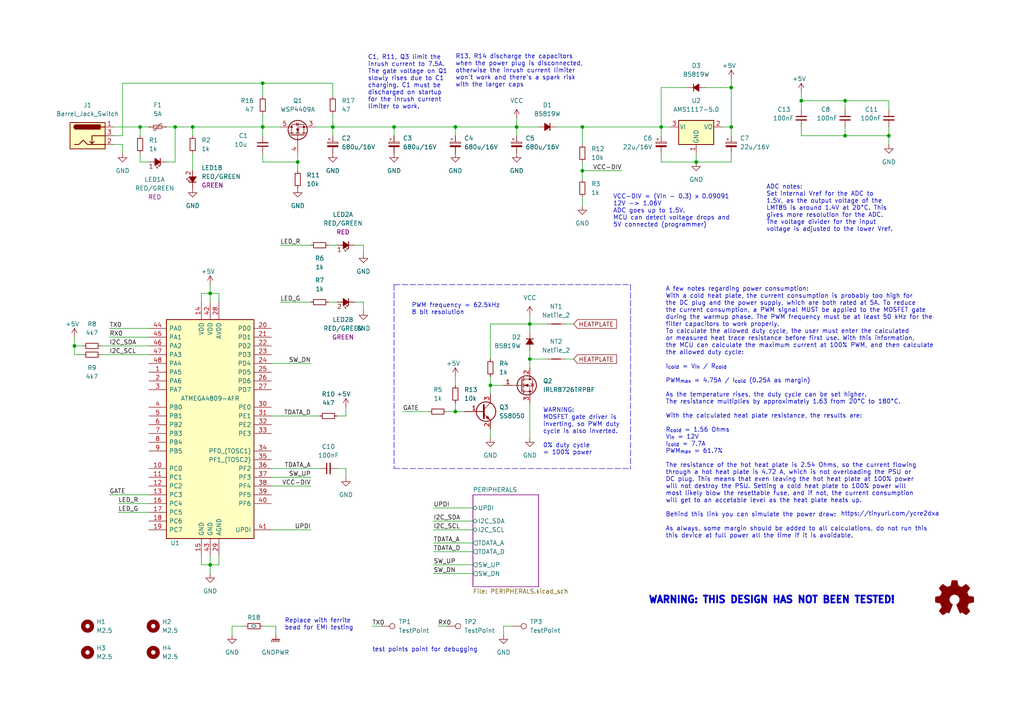
<source format=kicad_sch>
(kicad_sch (version 20211123) (generator eeschema)

  (uuid e63e39d7-6ac0-4ffd-8aa3-1841a4541b55)

  (paper "A4")

  (title_block
    (title "reflow solder plate (development version)")
    (date "2022-03-18")
    (rev "0.9")
  )

  (lib_symbols
    (symbol "ATMEGA4809-AFR:ATMEGA4809-AFR" (pin_names (offset 0.762)) (in_bom yes) (on_board yes)
      (property "Reference" "IC2" (id 0) (at -10.16 -33.02 0)
        (effects (font (size 1.27 1.27)))
      )
      (property "Value" "ATMEGA4809-AFR" (id 1) (at 0 8.89 0)
        (effects (font (size 1.27 1.27)))
      )
      (property "Footprint" "Merlin:ATMEGA4809-AFR_QFP50P900X900X120-48N" (id 2) (at -16.51 -58.42 0)
        (effects (font (size 1.27 1.27)) (justify left) hide)
      )
      (property "Datasheet" "https://datasheet.datasheetarchive.com/originals/distributors/DKDS41/DSANUWW0026740.pdf" (id 3) (at 12.7 -69.85 0)
        (effects (font (size 1.27 1.27)) (justify left) hide)
      )
      (property "Description" "MICROCHIP - ATMEGA4809-AFR - MCU, 8BIT, ATMEGA, 20MHZ, TQFP-48" (id 4) (at -10.16 -54.61 0)
        (effects (font (size 1.27 1.27)) (justify left) hide)
      )
      (property "Height" "1.2" (id 5) (at -12.7 -39.37 0)
        (effects (font (size 1.27 1.27)) (justify left) hide)
      )
      (property "Manufacturer_Name" "Microchip" (id 6) (at 12.7 -38.1 0)
        (effects (font (size 1.27 1.27)) (justify left) hide)
      )
      (property "Manufacturer_Part_Number" "ATMEGA4809-AFR" (id 7) (at 35.56 -40.64 0)
        (effects (font (size 1.27 1.27)) (justify left) hide)
      )
      (property "Mouser Part Number" "556-ATMEGA4809-AFR" (id 8) (at 26.67 -53.34 0)
        (effects (font (size 1.27 1.27)) (justify left) hide)
      )
      (property "Mouser Price/Stock" "https://www.mouser.co.uk/ProductDetail/Microchip-Technology-Atmel/ATMEGA4809-AFR?qs=lYGu3FyN48fyX8GjkvcD6Q%3D%3D" (id 9) (at 2.54 -60.96 0)
        (effects (font (size 1.27 1.27)) (justify left) hide)
      )
      (property "Arrow Part Number" "ATMEGA4809-AFR" (id 10) (at 24.13 -45.72 0)
        (effects (font (size 1.27 1.27)) (justify left) hide)
      )
      (property "Arrow Price/Stock" "https://www.arrow.com/en/products/atmega4809-afr/microchip-technology?region=nac" (id 11) (at -2.54 -66.04 0)
        (effects (font (size 1.27 1.27)) (justify left) hide)
      )
      (property "ki_description" "MICROCHIP - ATMEGA4809-AFR - MCU, 8BIT, ATMEGA, 20MHZ, TQFP-48" (id 12) (at 0 0 0)
        (effects (font (size 1.27 1.27)) hide)
      )
      (symbol "ATMEGA4809-AFR_0_0"
        (pin passive line (at -17.78 16.51 0) (length 5.08)
          (name "PA5" (effects (font (size 1.27 1.27))))
          (number "1" (effects (font (size 1.27 1.27))))
        )
        (pin passive line (at -17.78 -11.43 0) (length 5.08)
          (name "PC0" (effects (font (size 1.27 1.27))))
          (number "10" (effects (font (size 1.27 1.27))))
        )
        (pin passive line (at -17.78 -13.97 0) (length 5.08)
          (name "PC1" (effects (font (size 1.27 1.27))))
          (number "11" (effects (font (size 1.27 1.27))))
        )
        (pin passive line (at -17.78 -16.51 0) (length 5.08)
          (name "PC2" (effects (font (size 1.27 1.27))))
          (number "12" (effects (font (size 1.27 1.27))))
        )
        (pin passive line (at -17.78 -19.05 0) (length 5.08)
          (name "PC3" (effects (font (size 1.27 1.27))))
          (number "13" (effects (font (size 1.27 1.27))))
        )
        (pin passive line (at -2.54 36.83 270) (length 5.08)
          (name "VDD" (effects (font (size 1.27 1.27))))
          (number "14" (effects (font (size 1.27 1.27))))
        )
        (pin passive line (at -2.54 -36.83 90) (length 5.08)
          (name "GND" (effects (font (size 1.27 1.27))))
          (number "15" (effects (font (size 1.27 1.27))))
        )
        (pin passive line (at -17.78 -21.59 0) (length 5.08)
          (name "PC4" (effects (font (size 1.27 1.27))))
          (number "16" (effects (font (size 1.27 1.27))))
        )
        (pin passive line (at -17.78 -24.13 0) (length 5.08)
          (name "PC5" (effects (font (size 1.27 1.27))))
          (number "17" (effects (font (size 1.27 1.27))))
        )
        (pin passive line (at -17.78 -26.67 0) (length 5.08)
          (name "PC6" (effects (font (size 1.27 1.27))))
          (number "18" (effects (font (size 1.27 1.27))))
        )
        (pin passive line (at -17.78 -29.21 0) (length 5.08)
          (name "PC7" (effects (font (size 1.27 1.27))))
          (number "19" (effects (font (size 1.27 1.27))))
        )
        (pin passive line (at -17.78 13.97 0) (length 5.08)
          (name "PA6" (effects (font (size 1.27 1.27))))
          (number "2" (effects (font (size 1.27 1.27))))
        )
        (pin passive line (at 17.78 29.21 180) (length 5.08)
          (name "PD0" (effects (font (size 1.27 1.27))))
          (number "20" (effects (font (size 1.27 1.27))))
        )
        (pin passive line (at 17.78 26.67 180) (length 5.08)
          (name "PD1" (effects (font (size 1.27 1.27))))
          (number "21" (effects (font (size 1.27 1.27))))
        )
        (pin passive line (at 17.78 24.13 180) (length 5.08)
          (name "PD2" (effects (font (size 1.27 1.27))))
          (number "22" (effects (font (size 1.27 1.27))))
        )
        (pin passive line (at 17.78 21.59 180) (length 5.08)
          (name "PD3" (effects (font (size 1.27 1.27))))
          (number "23" (effects (font (size 1.27 1.27))))
        )
        (pin passive line (at 17.78 19.05 180) (length 5.08)
          (name "PD4" (effects (font (size 1.27 1.27))))
          (number "24" (effects (font (size 1.27 1.27))))
        )
        (pin passive line (at 17.78 16.51 180) (length 5.08)
          (name "PD5" (effects (font (size 1.27 1.27))))
          (number "25" (effects (font (size 1.27 1.27))))
        )
        (pin passive line (at 17.78 13.97 180) (length 5.08)
          (name "PD6" (effects (font (size 1.27 1.27))))
          (number "26" (effects (font (size 1.27 1.27))))
        )
        (pin passive line (at 17.78 11.43 180) (length 5.08)
          (name "PD7" (effects (font (size 1.27 1.27))))
          (number "27" (effects (font (size 1.27 1.27))))
        )
        (pin passive line (at 2.54 36.83 270) (length 5.08)
          (name "AVDD" (effects (font (size 1.27 1.27))))
          (number "28" (effects (font (size 1.27 1.27))))
        )
        (pin passive line (at 2.54 -36.83 90) (length 5.08)
          (name "AGND" (effects (font (size 1.27 1.27))))
          (number "29" (effects (font (size 1.27 1.27))))
        )
        (pin passive line (at -17.78 11.43 0) (length 5.08)
          (name "PA7" (effects (font (size 1.27 1.27))))
          (number "3" (effects (font (size 1.27 1.27))))
        )
        (pin passive line (at 17.78 6.35 180) (length 5.08)
          (name "PE0" (effects (font (size 1.27 1.27))))
          (number "30" (effects (font (size 1.27 1.27))))
        )
        (pin passive line (at 17.78 3.81 180) (length 5.08)
          (name "PE1" (effects (font (size 1.27 1.27))))
          (number "31" (effects (font (size 1.27 1.27))))
        )
        (pin passive line (at 17.78 1.27 180) (length 5.08)
          (name "PE2" (effects (font (size 1.27 1.27))))
          (number "32" (effects (font (size 1.27 1.27))))
        )
        (pin passive line (at 17.78 -1.27 180) (length 5.08)
          (name "PE3" (effects (font (size 1.27 1.27))))
          (number "33" (effects (font (size 1.27 1.27))))
        )
        (pin passive line (at 17.78 -6.35 180) (length 5.08)
          (name "PF0_(TOSC1)" (effects (font (size 1.27 1.27))))
          (number "34" (effects (font (size 1.27 1.27))))
        )
        (pin passive line (at 17.78 -8.89 180) (length 5.08)
          (name "PF1_(TOSC2)" (effects (font (size 1.27 1.27))))
          (number "35" (effects (font (size 1.27 1.27))))
        )
        (pin passive line (at 17.78 -11.43 180) (length 5.08)
          (name "PF2" (effects (font (size 1.27 1.27))))
          (number "36" (effects (font (size 1.27 1.27))))
        )
        (pin passive line (at 17.78 -13.97 180) (length 5.08)
          (name "PF3" (effects (font (size 1.27 1.27))))
          (number "37" (effects (font (size 1.27 1.27))))
        )
        (pin passive line (at 17.78 -16.51 180) (length 5.08)
          (name "PF4" (effects (font (size 1.27 1.27))))
          (number "38" (effects (font (size 1.27 1.27))))
        )
        (pin passive line (at 17.78 -19.05 180) (length 5.08)
          (name "PF5" (effects (font (size 1.27 1.27))))
          (number "39" (effects (font (size 1.27 1.27))))
        )
        (pin passive line (at -17.78 6.35 0) (length 5.08)
          (name "PB0" (effects (font (size 1.27 1.27))))
          (number "4" (effects (font (size 1.27 1.27))))
        )
        (pin passive line (at 17.78 -21.59 180) (length 5.08)
          (name "PF6" (effects (font (size 1.27 1.27))))
          (number "40" (effects (font (size 1.27 1.27))))
        )
        (pin passive line (at 17.78 -29.21 180) (length 5.08)
          (name "UPDI" (effects (font (size 1.27 1.27))))
          (number "41" (effects (font (size 1.27 1.27))))
        )
        (pin passive line (at 0 36.83 270) (length 5.08)
          (name "VDD" (effects (font (size 1.27 1.27))))
          (number "42" (effects (font (size 1.27 1.27))))
        )
        (pin passive line (at 0 -36.83 90) (length 5.08)
          (name "GND" (effects (font (size 1.27 1.27))))
          (number "43" (effects (font (size 1.27 1.27))))
        )
        (pin passive line (at -17.78 29.21 0) (length 5.08)
          (name "PA0" (effects (font (size 1.27 1.27))))
          (number "44" (effects (font (size 1.27 1.27))))
        )
        (pin passive line (at -17.78 26.67 0) (length 5.08)
          (name "PA1" (effects (font (size 1.27 1.27))))
          (number "45" (effects (font (size 1.27 1.27))))
        )
        (pin passive line (at -17.78 24.13 0) (length 5.08)
          (name "PA2" (effects (font (size 1.27 1.27))))
          (number "46" (effects (font (size 1.27 1.27))))
        )
        (pin passive line (at -17.78 21.59 0) (length 5.08)
          (name "PA3" (effects (font (size 1.27 1.27))))
          (number "47" (effects (font (size 1.27 1.27))))
        )
        (pin passive line (at -17.78 19.05 0) (length 5.08)
          (name "PA4" (effects (font (size 1.27 1.27))))
          (number "48" (effects (font (size 1.27 1.27))))
        )
        (pin passive line (at -17.78 3.81 0) (length 5.08)
          (name "PB1" (effects (font (size 1.27 1.27))))
          (number "5" (effects (font (size 1.27 1.27))))
        )
        (pin passive line (at -17.78 1.27 0) (length 5.08)
          (name "PB2" (effects (font (size 1.27 1.27))))
          (number "6" (effects (font (size 1.27 1.27))))
        )
        (pin passive line (at -17.78 -1.27 0) (length 5.08)
          (name "PB3" (effects (font (size 1.27 1.27))))
          (number "7" (effects (font (size 1.27 1.27))))
        )
        (pin passive line (at -17.78 -3.81 0) (length 5.08)
          (name "PB4" (effects (font (size 1.27 1.27))))
          (number "8" (effects (font (size 1.27 1.27))))
        )
        (pin passive line (at -17.78 -6.35 0) (length 5.08)
          (name "PB5" (effects (font (size 1.27 1.27))))
          (number "9" (effects (font (size 1.27 1.27))))
        )
      )
      (symbol "ATMEGA4809-AFR_0_1"
        (rectangle (start -12.7 31.75) (end 12.7 -31.75)
          (stroke (width 0.254) (type default) (color 0 0 0 0))
          (fill (type background))
        )
      )
    )
    (symbol "Connector:Barrel_Jack_Switch" (pin_names hide) (in_bom yes) (on_board yes)
      (property "Reference" "J" (id 0) (at 0 5.334 0)
        (effects (font (size 1.27 1.27)))
      )
      (property "Value" "Barrel_Jack_Switch" (id 1) (at 0 -5.08 0)
        (effects (font (size 1.27 1.27)))
      )
      (property "Footprint" "" (id 2) (at 1.27 -1.016 0)
        (effects (font (size 1.27 1.27)) hide)
      )
      (property "Datasheet" "~" (id 3) (at 1.27 -1.016 0)
        (effects (font (size 1.27 1.27)) hide)
      )
      (property "ki_keywords" "DC power barrel jack connector" (id 4) (at 0 0 0)
        (effects (font (size 1.27 1.27)) hide)
      )
      (property "ki_description" "DC Barrel Jack with an internal switch" (id 5) (at 0 0 0)
        (effects (font (size 1.27 1.27)) hide)
      )
      (property "ki_fp_filters" "BarrelJack*" (id 6) (at 0 0 0)
        (effects (font (size 1.27 1.27)) hide)
      )
      (symbol "Barrel_Jack_Switch_0_1"
        (rectangle (start -5.08 3.81) (end 5.08 -3.81)
          (stroke (width 0.254) (type default) (color 0 0 0 0))
          (fill (type background))
        )
        (arc (start -3.302 3.175) (mid -3.937 2.54) (end -3.302 1.905)
          (stroke (width 0.254) (type default) (color 0 0 0 0))
          (fill (type none))
        )
        (arc (start -3.302 3.175) (mid -3.937 2.54) (end -3.302 1.905)
          (stroke (width 0.254) (type default) (color 0 0 0 0))
          (fill (type outline))
        )
        (polyline
          (pts
            (xy 1.27 -2.286)
            (xy 1.905 -1.651)
          )
          (stroke (width 0.254) (type default) (color 0 0 0 0))
          (fill (type none))
        )
        (polyline
          (pts
            (xy 5.08 2.54)
            (xy 3.81 2.54)
          )
          (stroke (width 0.254) (type default) (color 0 0 0 0))
          (fill (type none))
        )
        (polyline
          (pts
            (xy 5.08 0)
            (xy 1.27 0)
            (xy 1.27 -2.286)
            (xy 0.635 -1.651)
          )
          (stroke (width 0.254) (type default) (color 0 0 0 0))
          (fill (type none))
        )
        (polyline
          (pts
            (xy -3.81 -2.54)
            (xy -2.54 -2.54)
            (xy -1.27 -1.27)
            (xy 0 -2.54)
            (xy 2.54 -2.54)
            (xy 5.08 -2.54)
          )
          (stroke (width 0.254) (type default) (color 0 0 0 0))
          (fill (type none))
        )
        (rectangle (start 3.683 3.175) (end -3.302 1.905)
          (stroke (width 0.254) (type default) (color 0 0 0 0))
          (fill (type outline))
        )
      )
      (symbol "Barrel_Jack_Switch_1_1"
        (pin passive line (at 7.62 2.54 180) (length 2.54)
          (name "~" (effects (font (size 1.27 1.27))))
          (number "1" (effects (font (size 1.27 1.27))))
        )
        (pin passive line (at 7.62 -2.54 180) (length 2.54)
          (name "~" (effects (font (size 1.27 1.27))))
          (number "2" (effects (font (size 1.27 1.27))))
        )
        (pin passive line (at 7.62 0 180) (length 2.54)
          (name "~" (effects (font (size 1.27 1.27))))
          (number "3" (effects (font (size 1.27 1.27))))
        )
      )
    )
    (symbol "Connector:TestPoint" (pin_numbers hide) (pin_names (offset 0.762) hide) (in_bom yes) (on_board yes)
      (property "Reference" "TP" (id 0) (at 0 6.858 0)
        (effects (font (size 1.27 1.27)))
      )
      (property "Value" "TestPoint" (id 1) (at 0 5.08 0)
        (effects (font (size 1.27 1.27)))
      )
      (property "Footprint" "" (id 2) (at 5.08 0 0)
        (effects (font (size 1.27 1.27)) hide)
      )
      (property "Datasheet" "~" (id 3) (at 5.08 0 0)
        (effects (font (size 1.27 1.27)) hide)
      )
      (property "ki_keywords" "test point tp" (id 4) (at 0 0 0)
        (effects (font (size 1.27 1.27)) hide)
      )
      (property "ki_description" "test point" (id 5) (at 0 0 0)
        (effects (font (size 1.27 1.27)) hide)
      )
      (property "ki_fp_filters" "Pin* Test*" (id 6) (at 0 0 0)
        (effects (font (size 1.27 1.27)) hide)
      )
      (symbol "TestPoint_0_1"
        (circle (center 0 3.302) (radius 0.762)
          (stroke (width 0) (type default) (color 0 0 0 0))
          (fill (type none))
        )
      )
      (symbol "TestPoint_1_1"
        (pin passive line (at 0 0 90) (length 2.54)
          (name "1" (effects (font (size 1.27 1.27))))
          (number "1" (effects (font (size 1.27 1.27))))
        )
      )
    )
    (symbol "Device:C_Polarized_Small" (pin_numbers hide) (pin_names (offset 0.254) hide) (in_bom yes) (on_board yes)
      (property "Reference" "C" (id 0) (at 0.254 1.778 0)
        (effects (font (size 1.27 1.27)) (justify left))
      )
      (property "Value" "C_Polarized_Small" (id 1) (at 0.254 -2.032 0)
        (effects (font (size 1.27 1.27)) (justify left))
      )
      (property "Footprint" "" (id 2) (at 0 0 0)
        (effects (font (size 1.27 1.27)) hide)
      )
      (property "Datasheet" "~" (id 3) (at 0 0 0)
        (effects (font (size 1.27 1.27)) hide)
      )
      (property "ki_keywords" "cap capacitor" (id 4) (at 0 0 0)
        (effects (font (size 1.27 1.27)) hide)
      )
      (property "ki_description" "Polarized capacitor, small symbol" (id 5) (at 0 0 0)
        (effects (font (size 1.27 1.27)) hide)
      )
      (property "ki_fp_filters" "CP_*" (id 6) (at 0 0 0)
        (effects (font (size 1.27 1.27)) hide)
      )
      (symbol "C_Polarized_Small_0_1"
        (rectangle (start -1.524 -0.3048) (end 1.524 -0.6858)
          (stroke (width 0) (type default) (color 0 0 0 0))
          (fill (type outline))
        )
        (rectangle (start -1.524 0.6858) (end 1.524 0.3048)
          (stroke (width 0) (type default) (color 0 0 0 0))
          (fill (type none))
        )
        (polyline
          (pts
            (xy -1.27 1.524)
            (xy -0.762 1.524)
          )
          (stroke (width 0) (type default) (color 0 0 0 0))
          (fill (type none))
        )
        (polyline
          (pts
            (xy -1.016 1.27)
            (xy -1.016 1.778)
          )
          (stroke (width 0) (type default) (color 0 0 0 0))
          (fill (type none))
        )
      )
      (symbol "C_Polarized_Small_1_1"
        (pin passive line (at 0 2.54 270) (length 1.8542)
          (name "~" (effects (font (size 1.27 1.27))))
          (number "1" (effects (font (size 1.27 1.27))))
        )
        (pin passive line (at 0 -2.54 90) (length 1.8542)
          (name "~" (effects (font (size 1.27 1.27))))
          (number "2" (effects (font (size 1.27 1.27))))
        )
      )
    )
    (symbol "Device:C_Small" (pin_numbers hide) (pin_names (offset 0.254) hide) (in_bom yes) (on_board yes)
      (property "Reference" "C" (id 0) (at 0.254 1.778 0)
        (effects (font (size 1.27 1.27)) (justify left))
      )
      (property "Value" "C_Small" (id 1) (at 0.254 -2.032 0)
        (effects (font (size 1.27 1.27)) (justify left))
      )
      (property "Footprint" "" (id 2) (at 0 0 0)
        (effects (font (size 1.27 1.27)) hide)
      )
      (property "Datasheet" "~" (id 3) (at 0 0 0)
        (effects (font (size 1.27 1.27)) hide)
      )
      (property "ki_keywords" "capacitor cap" (id 4) (at 0 0 0)
        (effects (font (size 1.27 1.27)) hide)
      )
      (property "ki_description" "Unpolarized capacitor, small symbol" (id 5) (at 0 0 0)
        (effects (font (size 1.27 1.27)) hide)
      )
      (property "ki_fp_filters" "C_*" (id 6) (at 0 0 0)
        (effects (font (size 1.27 1.27)) hide)
      )
      (symbol "C_Small_0_1"
        (polyline
          (pts
            (xy -1.524 -0.508)
            (xy 1.524 -0.508)
          )
          (stroke (width 0.3302) (type default) (color 0 0 0 0))
          (fill (type none))
        )
        (polyline
          (pts
            (xy -1.524 0.508)
            (xy 1.524 0.508)
          )
          (stroke (width 0.3048) (type default) (color 0 0 0 0))
          (fill (type none))
        )
      )
      (symbol "C_Small_1_1"
        (pin passive line (at 0 2.54 270) (length 2.032)
          (name "~" (effects (font (size 1.27 1.27))))
          (number "1" (effects (font (size 1.27 1.27))))
        )
        (pin passive line (at 0 -2.54 90) (length 2.032)
          (name "~" (effects (font (size 1.27 1.27))))
          (number "2" (effects (font (size 1.27 1.27))))
        )
      )
    )
    (symbol "Device:D_Small_Filled" (pin_numbers hide) (pin_names (offset 0.254) hide) (in_bom yes) (on_board yes)
      (property "Reference" "D" (id 0) (at -1.27 2.032 0)
        (effects (font (size 1.27 1.27)) (justify left))
      )
      (property "Value" "D_Small_Filled" (id 1) (at -3.81 -2.032 0)
        (effects (font (size 1.27 1.27)) (justify left))
      )
      (property "Footprint" "" (id 2) (at 0 0 90)
        (effects (font (size 1.27 1.27)) hide)
      )
      (property "Datasheet" "~" (id 3) (at 0 0 90)
        (effects (font (size 1.27 1.27)) hide)
      )
      (property "ki_keywords" "diode" (id 4) (at 0 0 0)
        (effects (font (size 1.27 1.27)) hide)
      )
      (property "ki_description" "Diode, small symbol, filled shape" (id 5) (at 0 0 0)
        (effects (font (size 1.27 1.27)) hide)
      )
      (property "ki_fp_filters" "TO-???* *_Diode_* *SingleDiode* D_*" (id 6) (at 0 0 0)
        (effects (font (size 1.27 1.27)) hide)
      )
      (symbol "D_Small_Filled_0_1"
        (polyline
          (pts
            (xy -0.762 -1.016)
            (xy -0.762 1.016)
          )
          (stroke (width 0.254) (type default) (color 0 0 0 0))
          (fill (type none))
        )
        (polyline
          (pts
            (xy -0.762 0)
            (xy 0.762 0)
          )
          (stroke (width 0) (type default) (color 0 0 0 0))
          (fill (type none))
        )
        (polyline
          (pts
            (xy 0.762 -1.016)
            (xy -0.762 0)
            (xy 0.762 1.016)
            (xy 0.762 -1.016)
          )
          (stroke (width 0.254) (type default) (color 0 0 0 0))
          (fill (type outline))
        )
      )
      (symbol "D_Small_Filled_1_1"
        (pin passive line (at -2.54 0 0) (length 1.778)
          (name "K" (effects (font (size 1.27 1.27))))
          (number "1" (effects (font (size 1.27 1.27))))
        )
        (pin passive line (at 2.54 0 180) (length 1.778)
          (name "A" (effects (font (size 1.27 1.27))))
          (number "2" (effects (font (size 1.27 1.27))))
        )
      )
    )
    (symbol "Device:NetTie_2" (pin_numbers hide) (pin_names (offset 0) hide) (in_bom yes) (on_board yes)
      (property "Reference" "NT" (id 0) (at 0 1.27 0)
        (effects (font (size 1.27 1.27)))
      )
      (property "Value" "NetTie_2" (id 1) (at 0 -1.27 0)
        (effects (font (size 1.27 1.27)))
      )
      (property "Footprint" "" (id 2) (at 0 0 0)
        (effects (font (size 1.27 1.27)) hide)
      )
      (property "Datasheet" "~" (id 3) (at 0 0 0)
        (effects (font (size 1.27 1.27)) hide)
      )
      (property "ki_keywords" "net tie short" (id 4) (at 0 0 0)
        (effects (font (size 1.27 1.27)) hide)
      )
      (property "ki_description" "Net tie, 2 pins" (id 5) (at 0 0 0)
        (effects (font (size 1.27 1.27)) hide)
      )
      (property "ki_fp_filters" "Net*Tie*" (id 6) (at 0 0 0)
        (effects (font (size 1.27 1.27)) hide)
      )
      (symbol "NetTie_2_0_1"
        (polyline
          (pts
            (xy -1.27 0)
            (xy 1.27 0)
          )
          (stroke (width 0.254) (type default) (color 0 0 0 0))
          (fill (type none))
        )
      )
      (symbol "NetTie_2_1_1"
        (pin passive line (at -2.54 0 0) (length 2.54)
          (name "1" (effects (font (size 1.27 1.27))))
          (number "1" (effects (font (size 1.27 1.27))))
        )
        (pin passive line (at 2.54 0 180) (length 2.54)
          (name "2" (effects (font (size 1.27 1.27))))
          (number "2" (effects (font (size 1.27 1.27))))
        )
      )
    )
    (symbol "Device:Polyfuse_Small" (pin_numbers hide) (pin_names (offset 0)) (in_bom yes) (on_board yes)
      (property "Reference" "F" (id 0) (at -1.905 0 90)
        (effects (font (size 1.27 1.27)))
      )
      (property "Value" "Polyfuse_Small" (id 1) (at 1.905 0 90)
        (effects (font (size 1.27 1.27)))
      )
      (property "Footprint" "" (id 2) (at 1.27 -5.08 0)
        (effects (font (size 1.27 1.27)) (justify left) hide)
      )
      (property "Datasheet" "~" (id 3) (at 0 0 0)
        (effects (font (size 1.27 1.27)) hide)
      )
      (property "ki_keywords" "resettable fuse PTC PPTC polyfuse polyswitch" (id 4) (at 0 0 0)
        (effects (font (size 1.27 1.27)) hide)
      )
      (property "ki_description" "Resettable fuse, polymeric positive temperature coefficient, small symbol" (id 5) (at 0 0 0)
        (effects (font (size 1.27 1.27)) hide)
      )
      (property "ki_fp_filters" "*polyfuse* *PTC*" (id 6) (at 0 0 0)
        (effects (font (size 1.27 1.27)) hide)
      )
      (symbol "Polyfuse_Small_0_1"
        (rectangle (start -0.508 1.27) (end 0.508 -1.27)
          (stroke (width 0) (type default) (color 0 0 0 0))
          (fill (type none))
        )
        (polyline
          (pts
            (xy 0 2.54)
            (xy 0 -2.54)
          )
          (stroke (width 0) (type default) (color 0 0 0 0))
          (fill (type none))
        )
        (polyline
          (pts
            (xy -1.016 1.27)
            (xy -1.016 0.762)
            (xy 1.016 -0.762)
            (xy 1.016 -1.27)
          )
          (stroke (width 0) (type default) (color 0 0 0 0))
          (fill (type none))
        )
      )
      (symbol "Polyfuse_Small_1_1"
        (pin passive line (at 0 2.54 270) (length 0.635)
          (name "~" (effects (font (size 1.27 1.27))))
          (number "1" (effects (font (size 1.27 1.27))))
        )
        (pin passive line (at 0 -2.54 90) (length 0.635)
          (name "~" (effects (font (size 1.27 1.27))))
          (number "2" (effects (font (size 1.27 1.27))))
        )
      )
    )
    (symbol "Device:Q_NMOS_GDS" (pin_names (offset 0) hide) (in_bom yes) (on_board yes)
      (property "Reference" "Q" (id 0) (at 5.08 1.27 0)
        (effects (font (size 1.27 1.27)) (justify left))
      )
      (property "Value" "Q_NMOS_GDS" (id 1) (at 5.08 -1.27 0)
        (effects (font (size 1.27 1.27)) (justify left))
      )
      (property "Footprint" "" (id 2) (at 5.08 2.54 0)
        (effects (font (size 1.27 1.27)) hide)
      )
      (property "Datasheet" "~" (id 3) (at 0 0 0)
        (effects (font (size 1.27 1.27)) hide)
      )
      (property "ki_keywords" "transistor NMOS N-MOS N-MOSFET" (id 4) (at 0 0 0)
        (effects (font (size 1.27 1.27)) hide)
      )
      (property "ki_description" "N-MOSFET transistor, gate/drain/source" (id 5) (at 0 0 0)
        (effects (font (size 1.27 1.27)) hide)
      )
      (symbol "Q_NMOS_GDS_0_1"
        (polyline
          (pts
            (xy 0.254 0)
            (xy -2.54 0)
          )
          (stroke (width 0) (type default) (color 0 0 0 0))
          (fill (type none))
        )
        (polyline
          (pts
            (xy 0.254 1.905)
            (xy 0.254 -1.905)
          )
          (stroke (width 0.254) (type default) (color 0 0 0 0))
          (fill (type none))
        )
        (polyline
          (pts
            (xy 0.762 -1.27)
            (xy 0.762 -2.286)
          )
          (stroke (width 0.254) (type default) (color 0 0 0 0))
          (fill (type none))
        )
        (polyline
          (pts
            (xy 0.762 0.508)
            (xy 0.762 -0.508)
          )
          (stroke (width 0.254) (type default) (color 0 0 0 0))
          (fill (type none))
        )
        (polyline
          (pts
            (xy 0.762 2.286)
            (xy 0.762 1.27)
          )
          (stroke (width 0.254) (type default) (color 0 0 0 0))
          (fill (type none))
        )
        (polyline
          (pts
            (xy 2.54 2.54)
            (xy 2.54 1.778)
          )
          (stroke (width 0) (type default) (color 0 0 0 0))
          (fill (type none))
        )
        (polyline
          (pts
            (xy 2.54 -2.54)
            (xy 2.54 0)
            (xy 0.762 0)
          )
          (stroke (width 0) (type default) (color 0 0 0 0))
          (fill (type none))
        )
        (polyline
          (pts
            (xy 0.762 -1.778)
            (xy 3.302 -1.778)
            (xy 3.302 1.778)
            (xy 0.762 1.778)
          )
          (stroke (width 0) (type default) (color 0 0 0 0))
          (fill (type none))
        )
        (polyline
          (pts
            (xy 1.016 0)
            (xy 2.032 0.381)
            (xy 2.032 -0.381)
            (xy 1.016 0)
          )
          (stroke (width 0) (type default) (color 0 0 0 0))
          (fill (type outline))
        )
        (polyline
          (pts
            (xy 2.794 0.508)
            (xy 2.921 0.381)
            (xy 3.683 0.381)
            (xy 3.81 0.254)
          )
          (stroke (width 0) (type default) (color 0 0 0 0))
          (fill (type none))
        )
        (polyline
          (pts
            (xy 3.302 0.381)
            (xy 2.921 -0.254)
            (xy 3.683 -0.254)
            (xy 3.302 0.381)
          )
          (stroke (width 0) (type default) (color 0 0 0 0))
          (fill (type none))
        )
        (circle (center 1.651 0) (radius 2.794)
          (stroke (width 0.254) (type default) (color 0 0 0 0))
          (fill (type none))
        )
        (circle (center 2.54 -1.778) (radius 0.254)
          (stroke (width 0) (type default) (color 0 0 0 0))
          (fill (type outline))
        )
        (circle (center 2.54 1.778) (radius 0.254)
          (stroke (width 0) (type default) (color 0 0 0 0))
          (fill (type outline))
        )
      )
      (symbol "Q_NMOS_GDS_1_1"
        (pin input line (at -5.08 0 0) (length 2.54)
          (name "G" (effects (font (size 1.27 1.27))))
          (number "1" (effects (font (size 1.27 1.27))))
        )
        (pin passive line (at 2.54 5.08 270) (length 2.54)
          (name "D" (effects (font (size 1.27 1.27))))
          (number "2" (effects (font (size 1.27 1.27))))
        )
        (pin passive line (at 2.54 -5.08 90) (length 2.54)
          (name "S" (effects (font (size 1.27 1.27))))
          (number "3" (effects (font (size 1.27 1.27))))
        )
      )
    )
    (symbol "Device:Q_NPN_BEC" (pin_names (offset 0) hide) (in_bom yes) (on_board yes)
      (property "Reference" "Q" (id 0) (at 5.08 1.27 0)
        (effects (font (size 1.27 1.27)) (justify left))
      )
      (property "Value" "Q_NPN_BEC" (id 1) (at 5.08 -1.27 0)
        (effects (font (size 1.27 1.27)) (justify left))
      )
      (property "Footprint" "" (id 2) (at 5.08 2.54 0)
        (effects (font (size 1.27 1.27)) hide)
      )
      (property "Datasheet" "~" (id 3) (at 0 0 0)
        (effects (font (size 1.27 1.27)) hide)
      )
      (property "ki_keywords" "transistor NPN" (id 4) (at 0 0 0)
        (effects (font (size 1.27 1.27)) hide)
      )
      (property "ki_description" "NPN transistor, base/emitter/collector" (id 5) (at 0 0 0)
        (effects (font (size 1.27 1.27)) hide)
      )
      (symbol "Q_NPN_BEC_0_1"
        (polyline
          (pts
            (xy 0.635 0.635)
            (xy 2.54 2.54)
          )
          (stroke (width 0) (type default) (color 0 0 0 0))
          (fill (type none))
        )
        (polyline
          (pts
            (xy 0.635 -0.635)
            (xy 2.54 -2.54)
            (xy 2.54 -2.54)
          )
          (stroke (width 0) (type default) (color 0 0 0 0))
          (fill (type none))
        )
        (polyline
          (pts
            (xy 0.635 1.905)
            (xy 0.635 -1.905)
            (xy 0.635 -1.905)
          )
          (stroke (width 0.508) (type default) (color 0 0 0 0))
          (fill (type none))
        )
        (polyline
          (pts
            (xy 1.27 -1.778)
            (xy 1.778 -1.27)
            (xy 2.286 -2.286)
            (xy 1.27 -1.778)
            (xy 1.27 -1.778)
          )
          (stroke (width 0) (type default) (color 0 0 0 0))
          (fill (type outline))
        )
        (circle (center 1.27 0) (radius 2.8194)
          (stroke (width 0.254) (type default) (color 0 0 0 0))
          (fill (type none))
        )
      )
      (symbol "Q_NPN_BEC_1_1"
        (pin input line (at -5.08 0 0) (length 5.715)
          (name "B" (effects (font (size 1.27 1.27))))
          (number "1" (effects (font (size 1.27 1.27))))
        )
        (pin passive line (at 2.54 -5.08 90) (length 2.54)
          (name "E" (effects (font (size 1.27 1.27))))
          (number "2" (effects (font (size 1.27 1.27))))
        )
        (pin passive line (at 2.54 5.08 270) (length 2.54)
          (name "C" (effects (font (size 1.27 1.27))))
          (number "3" (effects (font (size 1.27 1.27))))
        )
      )
    )
    (symbol "Device:R_Small" (pin_numbers hide) (pin_names (offset 0.254) hide) (in_bom yes) (on_board yes)
      (property "Reference" "R" (id 0) (at 0.762 0.508 0)
        (effects (font (size 1.27 1.27)) (justify left))
      )
      (property "Value" "R_Small" (id 1) (at 0.762 -1.016 0)
        (effects (font (size 1.27 1.27)) (justify left))
      )
      (property "Footprint" "" (id 2) (at 0 0 0)
        (effects (font (size 1.27 1.27)) hide)
      )
      (property "Datasheet" "~" (id 3) (at 0 0 0)
        (effects (font (size 1.27 1.27)) hide)
      )
      (property "ki_keywords" "R resistor" (id 4) (at 0 0 0)
        (effects (font (size 1.27 1.27)) hide)
      )
      (property "ki_description" "Resistor, small symbol" (id 5) (at 0 0 0)
        (effects (font (size 1.27 1.27)) hide)
      )
      (property "ki_fp_filters" "R_*" (id 6) (at 0 0 0)
        (effects (font (size 1.27 1.27)) hide)
      )
      (symbol "R_Small_0_1"
        (rectangle (start -0.762 1.778) (end 0.762 -1.778)
          (stroke (width 0.2032) (type default) (color 0 0 0 0))
          (fill (type none))
        )
      )
      (symbol "R_Small_1_1"
        (pin passive line (at 0 2.54 270) (length 0.762)
          (name "~" (effects (font (size 1.27 1.27))))
          (number "1" (effects (font (size 1.27 1.27))))
        )
        (pin passive line (at 0 -2.54 90) (length 0.762)
          (name "~" (effects (font (size 1.27 1.27))))
          (number "2" (effects (font (size 1.27 1.27))))
        )
      )
    )
    (symbol "Graphic:Logo_Open_Hardware_Small" (pin_names (offset 1.016)) (in_bom yes) (on_board yes)
      (property "Reference" "#LOGO" (id 0) (at 0 6.985 0)
        (effects (font (size 1.27 1.27)) hide)
      )
      (property "Value" "Logo_Open_Hardware_Small" (id 1) (at 0 -5.715 0)
        (effects (font (size 1.27 1.27)) hide)
      )
      (property "Footprint" "" (id 2) (at 0 0 0)
        (effects (font (size 1.27 1.27)) hide)
      )
      (property "Datasheet" "~" (id 3) (at 0 0 0)
        (effects (font (size 1.27 1.27)) hide)
      )
      (property "ki_keywords" "Logo" (id 4) (at 0 0 0)
        (effects (font (size 1.27 1.27)) hide)
      )
      (property "ki_description" "Open Hardware logo, small" (id 5) (at 0 0 0)
        (effects (font (size 1.27 1.27)) hide)
      )
      (symbol "Logo_Open_Hardware_Small_0_1"
        (polyline
          (pts
            (xy 3.3528 -4.3434)
            (xy 3.302 -4.318)
            (xy 3.175 -4.2418)
            (xy 2.9972 -4.1148)
            (xy 2.7686 -3.9624)
            (xy 2.54 -3.81)
            (xy 2.3622 -3.7084)
            (xy 2.2352 -3.6068)
            (xy 2.1844 -3.5814)
            (xy 2.159 -3.6068)
            (xy 2.0574 -3.6576)
            (xy 1.905 -3.7338)
            (xy 1.8034 -3.7846)
            (xy 1.6764 -3.8354)
            (xy 1.6002 -3.8354)
            (xy 1.6002 -3.8354)
            (xy 1.5494 -3.7338)
            (xy 1.4732 -3.5306)
            (xy 1.3462 -3.302)
            (xy 1.2446 -3.0226)
            (xy 1.1176 -2.7178)
            (xy 0.9652 -2.413)
            (xy 0.8636 -2.1082)
            (xy 0.7366 -1.8288)
            (xy 0.6604 -1.6256)
            (xy 0.6096 -1.4732)
            (xy 0.5842 -1.397)
            (xy 0.5842 -1.397)
            (xy 0.6604 -1.3208)
            (xy 0.7874 -1.2446)
            (xy 1.0414 -1.016)
            (xy 1.2954 -0.6858)
            (xy 1.4478 -0.3302)
            (xy 1.524 0.0762)
            (xy 1.4732 0.4572)
            (xy 1.3208 0.8128)
            (xy 1.0668 1.143)
            (xy 0.762 1.3716)
            (xy 0.4064 1.524)
            (xy 0 1.5748)
            (xy -0.381 1.5494)
            (xy -0.7366 1.397)
            (xy -1.0668 1.143)
            (xy -1.2192 0.9906)
            (xy -1.397 0.6604)
            (xy -1.524 0.3048)
            (xy -1.524 0.2286)
            (xy -1.4986 -0.1778)
            (xy -1.397 -0.5334)
            (xy -1.1938 -0.8636)
            (xy -0.9144 -1.143)
            (xy -0.8636 -1.1684)
            (xy -0.7366 -1.27)
            (xy -0.635 -1.3462)
            (xy -0.5842 -1.397)
            (xy -1.0668 -2.5908)
            (xy -1.143 -2.794)
            (xy -1.2954 -3.1242)
            (xy -1.397 -3.4036)
            (xy -1.4986 -3.6322)
            (xy -1.5748 -3.7846)
            (xy -1.6002 -3.8354)
            (xy -1.6002 -3.8354)
            (xy -1.651 -3.8354)
            (xy -1.7272 -3.81)
            (xy -1.905 -3.7338)
            (xy -2.0066 -3.683)
            (xy -2.1336 -3.6068)
            (xy -2.2098 -3.5814)
            (xy -2.2606 -3.6068)
            (xy -2.3622 -3.683)
            (xy -2.54 -3.81)
            (xy -2.7686 -3.9624)
            (xy -2.9718 -4.0894)
            (xy -3.1496 -4.2164)
            (xy -3.302 -4.318)
            (xy -3.3528 -4.3434)
            (xy -3.3782 -4.3434)
            (xy -3.429 -4.318)
            (xy -3.5306 -4.2164)
            (xy -3.7084 -4.064)
            (xy -3.937 -3.8354)
            (xy -3.9624 -3.81)
            (xy -4.1656 -3.6068)
            (xy -4.318 -3.4544)
            (xy -4.4196 -3.3274)
            (xy -4.445 -3.2766)
            (xy -4.445 -3.2766)
            (xy -4.4196 -3.2258)
            (xy -4.318 -3.0734)
            (xy -4.2164 -2.8956)
            (xy -4.064 -2.667)
            (xy -3.6576 -2.0828)
            (xy -3.8862 -1.5494)
            (xy -3.937 -1.3716)
            (xy -4.0386 -1.1684)
            (xy -4.0894 -1.0414)
            (xy -4.1148 -0.9652)
            (xy -4.191 -0.9398)
            (xy -4.318 -0.9144)
            (xy -4.5466 -0.8636)
            (xy -4.8006 -0.8128)
            (xy -5.0546 -0.7874)
            (xy -5.2578 -0.7366)
            (xy -5.4356 -0.7112)
            (xy -5.5118 -0.6858)
            (xy -5.5118 -0.6858)
            (xy -5.5372 -0.635)
            (xy -5.5372 -0.5588)
            (xy -5.5372 -0.4318)
            (xy -5.5626 -0.2286)
            (xy -5.5626 0.0762)
            (xy -5.5626 0.127)
            (xy -5.5372 0.4064)
            (xy -5.5372 0.635)
            (xy -5.5372 0.762)
            (xy -5.5372 0.8382)
            (xy -5.5372 0.8382)
            (xy -5.461 0.8382)
            (xy -5.3086 0.889)
            (xy -5.08 0.9144)
            (xy -4.826 0.9652)
            (xy -4.8006 0.9906)
            (xy -4.5466 1.0414)
            (xy -4.318 1.0668)
            (xy -4.1656 1.1176)
            (xy -4.0894 1.143)
            (xy -4.0894 1.143)
            (xy -4.0386 1.2446)
            (xy -3.9624 1.4224)
            (xy -3.8608 1.6256)
            (xy -3.7846 1.8288)
            (xy -3.7084 2.0066)
            (xy -3.6576 2.159)
            (xy -3.6322 2.2098)
            (xy -3.6322 2.2098)
            (xy -3.683 2.286)
            (xy -3.7592 2.413)
            (xy -3.8862 2.5908)
            (xy -4.064 2.8194)
            (xy -4.064 2.8448)
            (xy -4.2164 3.0734)
            (xy -4.3434 3.2512)
            (xy -4.4196 3.3782)
            (xy -4.445 3.4544)
            (xy -4.445 3.4544)
            (xy -4.3942 3.5052)
            (xy -4.2926 3.6322)
            (xy -4.1148 3.81)
            (xy -3.937 4.0132)
            (xy -3.8608 4.064)
            (xy -3.6576 4.2926)
            (xy -3.5052 4.4196)
            (xy -3.4036 4.4958)
            (xy -3.3528 4.5212)
            (xy -3.3528 4.5212)
            (xy -3.302 4.4704)
            (xy -3.1496 4.3688)
            (xy -2.9718 4.2418)
            (xy -2.7432 4.0894)
            (xy -2.7178 4.0894)
            (xy -2.4892 3.937)
            (xy -2.3114 3.81)
            (xy -2.1844 3.7084)
            (xy -2.1336 3.683)
            (xy -2.1082 3.683)
            (xy -2.032 3.7084)
            (xy -1.8542 3.7592)
            (xy -1.6764 3.8354)
            (xy -1.4732 3.937)
            (xy -1.27 4.0132)
            (xy -1.143 4.064)
            (xy -1.0668 4.1148)
            (xy -1.0668 4.1148)
            (xy -1.0414 4.191)
            (xy -1.016 4.3434)
            (xy -0.9652 4.572)
            (xy -0.9144 4.8514)
            (xy -0.889 4.9022)
            (xy -0.8382 5.1562)
            (xy -0.8128 5.3848)
            (xy -0.7874 5.5372)
            (xy -0.762 5.588)
            (xy -0.7112 5.6134)
            (xy -0.5842 5.6134)
            (xy -0.4064 5.6134)
            (xy -0.1524 5.6134)
            (xy 0.0762 5.6134)
            (xy 0.3302 5.6134)
            (xy 0.5334 5.6134)
            (xy 0.6858 5.588)
            (xy 0.7366 5.588)
            (xy 0.7366 5.588)
            (xy 0.762 5.5118)
            (xy 0.8128 5.334)
            (xy 0.8382 5.1054)
            (xy 0.9144 4.826)
            (xy 0.9144 4.7752)
            (xy 0.9652 4.5212)
            (xy 1.016 4.2926)
            (xy 1.0414 4.1402)
            (xy 1.0668 4.0894)
            (xy 1.0668 4.0894)
            (xy 1.1938 4.0386)
            (xy 1.3716 3.9624)
            (xy 1.5748 3.8608)
            (xy 2.0828 3.6576)
            (xy 2.7178 4.0894)
            (xy 2.7686 4.1402)
            (xy 2.9972 4.2926)
            (xy 3.175 4.4196)
            (xy 3.302 4.4958)
            (xy 3.3782 4.5212)
            (xy 3.3782 4.5212)
            (xy 3.429 4.4704)
            (xy 3.556 4.3434)
            (xy 3.7338 4.191)
            (xy 3.9116 3.9878)
            (xy 4.064 3.8354)
            (xy 4.2418 3.6576)
            (xy 4.3434 3.556)
            (xy 4.4196 3.4798)
            (xy 4.4196 3.429)
            (xy 4.4196 3.4036)
            (xy 4.3942 3.3274)
            (xy 4.2926 3.2004)
            (xy 4.1656 2.9972)
            (xy 4.0132 2.794)
            (xy 3.8862 2.5908)
            (xy 3.7592 2.3876)
            (xy 3.6576 2.2352)
            (xy 3.6322 2.159)
            (xy 3.6322 2.1336)
            (xy 3.683 2.0066)
            (xy 3.7592 1.8288)
            (xy 3.8608 1.6002)
            (xy 4.064 1.1176)
            (xy 4.3942 1.0414)
            (xy 4.5974 1.016)
            (xy 4.8768 0.9652)
            (xy 5.1308 0.9144)
            (xy 5.5372 0.8382)
            (xy 5.5626 -0.6604)
            (xy 5.4864 -0.6858)
            (xy 5.4356 -0.6858)
            (xy 5.2832 -0.7366)
            (xy 5.0546 -0.762)
            (xy 4.8006 -0.8128)
            (xy 4.5974 -0.8636)
            (xy 4.3688 -0.9144)
            (xy 4.2164 -0.9398)
            (xy 4.1402 -0.9398)
            (xy 4.1148 -0.9652)
            (xy 4.064 -1.0668)
            (xy 3.9878 -1.2446)
            (xy 3.9116 -1.4478)
            (xy 3.81 -1.651)
            (xy 3.7338 -1.8542)
            (xy 3.683 -2.0066)
            (xy 3.6576 -2.0828)
            (xy 3.683 -2.1336)
            (xy 3.7846 -2.2606)
            (xy 3.8862 -2.4638)
            (xy 4.0386 -2.667)
            (xy 4.191 -2.8956)
            (xy 4.318 -3.0734)
            (xy 4.3942 -3.2004)
            (xy 4.445 -3.2766)
            (xy 4.4196 -3.3274)
            (xy 4.3434 -3.429)
            (xy 4.1656 -3.5814)
            (xy 3.937 -3.8354)
            (xy 3.8862 -3.8608)
            (xy 3.683 -4.064)
            (xy 3.5306 -4.2164)
            (xy 3.4036 -4.318)
            (xy 3.3528 -4.3434)
          )
          (stroke (width 0) (type default) (color 0 0 0 0))
          (fill (type outline))
        )
      )
    )
    (symbol "LED_Dual_AKAK_Split_Small_Filled_1" (pin_numbers hide) (pin_names (offset 0.254) hide) (in_bom yes) (on_board yes)
      (property "Reference" "LED?" (id 0) (at 0.0635 6.35 0)
        (effects (font (size 1.27 1.27)))
      )
      (property "Value" "LED_Dual_AKAK_Split_Small_Filled_1" (id 1) (at 0.0635 3.81 0)
        (effects (font (size 1.27 1.27)))
      )
      (property "Footprint" "" (id 2) (at 0 0 90)
        (effects (font (size 1.27 1.27)) hide)
      )
      (property "Datasheet" "~" (id 3) (at 0 0 90)
        (effects (font (size 1.27 1.27)) hide)
      )
      (property "ki_keywords" "LED diode light-emitting-diode" (id 4) (at 0 0 0)
        (effects (font (size 1.27 1.27)) hide)
      )
      (property "ki_description" "Light emitting diode, small symbol, filled shape" (id 5) (at 0 0 0)
        (effects (font (size 1.27 1.27)) hide)
      )
      (property "ki_fp_filters" "LED* LED_SMD:* LED_THT:*" (id 6) (at 0 0 0)
        (effects (font (size 1.27 1.27)) hide)
      )
      (symbol "LED_Dual_AKAK_Split_Small_Filled_1_0_1"
        (polyline
          (pts
            (xy -0.762 -1.016)
            (xy -0.762 1.016)
          )
          (stroke (width 0.254) (type default) (color 0 0 0 0))
          (fill (type none))
        )
        (polyline
          (pts
            (xy 1.016 0)
            (xy -0.762 0)
          )
          (stroke (width 0) (type default) (color 0 0 0 0))
          (fill (type none))
        )
        (polyline
          (pts
            (xy 0.762 -1.016)
            (xy -0.762 0)
            (xy 0.762 1.016)
            (xy 0.762 -1.016)
          )
          (stroke (width 0.254) (type default) (color 0 0 0 0))
          (fill (type outline))
        )
        (polyline
          (pts
            (xy 0 0.762)
            (xy -0.508 1.27)
            (xy -0.254 1.27)
            (xy -0.508 1.27)
            (xy -0.508 1.016)
          )
          (stroke (width 0) (type default) (color 0 0 0 0))
          (fill (type none))
        )
        (polyline
          (pts
            (xy 0.508 1.27)
            (xy 0 1.778)
            (xy 0.254 1.778)
            (xy 0 1.778)
            (xy 0 1.524)
          )
          (stroke (width 0) (type default) (color 0 0 0 0))
          (fill (type none))
        )
      )
      (symbol "LED_Dual_AKAK_Split_Small_Filled_1_1_1"
        (text "1" (at 1.905 1.27 0)
          (effects (font (size 1.27 1.27)))
        )
        (pin passive line (at 2.54 0 180) (length 1.778)
          (name "A1" (effects (font (size 1.27 1.27))))
          (number "1" (effects (font (size 1.27 1.27))))
        )
        (pin passive line (at -2.54 0 0) (length 1.778)
          (name "K1" (effects (font (size 1.27 1.27))))
          (number "2" (effects (font (size 1.27 1.27))))
        )
      )
      (symbol "LED_Dual_AKAK_Split_Small_Filled_1_2_1"
        (text "2" (at 1.905 1.27 0)
          (effects (font (size 1.27 1.27)))
        )
        (pin passive line (at 2.54 0 180) (length 1.778)
          (name "A2" (effects (font (size 1.27 1.27))))
          (number "3" (effects (font (size 1.27 1.27))))
        )
        (pin passive line (at -2.54 0 0) (length 1.778)
          (name "K2" (effects (font (size 1.27 1.27))))
          (number "4" (effects (font (size 1.27 1.27))))
        )
      )
    )
    (symbol "Mechanical:MountingHole" (pin_names (offset 1.016)) (in_bom yes) (on_board yes)
      (property "Reference" "H" (id 0) (at 0 5.08 0)
        (effects (font (size 1.27 1.27)))
      )
      (property "Value" "MountingHole" (id 1) (at 0 3.175 0)
        (effects (font (size 1.27 1.27)))
      )
      (property "Footprint" "" (id 2) (at 0 0 0)
        (effects (font (size 1.27 1.27)) hide)
      )
      (property "Datasheet" "~" (id 3) (at 0 0 0)
        (effects (font (size 1.27 1.27)) hide)
      )
      (property "ki_keywords" "mounting hole" (id 4) (at 0 0 0)
        (effects (font (size 1.27 1.27)) hide)
      )
      (property "ki_description" "Mounting Hole without connection" (id 5) (at 0 0 0)
        (effects (font (size 1.27 1.27)) hide)
      )
      (property "ki_fp_filters" "MountingHole*" (id 6) (at 0 0 0)
        (effects (font (size 1.27 1.27)) hide)
      )
      (symbol "MountingHole_0_1"
        (circle (center 0 0) (radius 1.27)
          (stroke (width 1.27) (type default) (color 0 0 0 0))
          (fill (type none))
        )
      )
    )
    (symbol "Regulator_Linear:AMS1117-5.0" (pin_names (offset 0.254)) (in_bom yes) (on_board yes)
      (property "Reference" "U" (id 0) (at -3.81 3.175 0)
        (effects (font (size 1.27 1.27)))
      )
      (property "Value" "AMS1117-5.0" (id 1) (at 0 3.175 0)
        (effects (font (size 1.27 1.27)) (justify left))
      )
      (property "Footprint" "Package_TO_SOT_SMD:SOT-223-3_TabPin2" (id 2) (at 0 5.08 0)
        (effects (font (size 1.27 1.27)) hide)
      )
      (property "Datasheet" "http://www.advanced-monolithic.com/pdf/ds1117.pdf" (id 3) (at 2.54 -6.35 0)
        (effects (font (size 1.27 1.27)) hide)
      )
      (property "ki_keywords" "linear regulator ldo fixed positive" (id 4) (at 0 0 0)
        (effects (font (size 1.27 1.27)) hide)
      )
      (property "ki_description" "1A Low Dropout regulator, positive, 5.0V fixed output, SOT-223" (id 5) (at 0 0 0)
        (effects (font (size 1.27 1.27)) hide)
      )
      (property "ki_fp_filters" "SOT?223*TabPin2*" (id 6) (at 0 0 0)
        (effects (font (size 1.27 1.27)) hide)
      )
      (symbol "AMS1117-5.0_0_1"
        (rectangle (start -5.08 -5.08) (end 5.08 1.905)
          (stroke (width 0.254) (type default) (color 0 0 0 0))
          (fill (type background))
        )
      )
      (symbol "AMS1117-5.0_1_1"
        (pin power_in line (at 0 -7.62 90) (length 2.54)
          (name "GND" (effects (font (size 1.27 1.27))))
          (number "1" (effects (font (size 1.27 1.27))))
        )
        (pin power_out line (at 7.62 0 180) (length 2.54)
          (name "VO" (effects (font (size 1.27 1.27))))
          (number "2" (effects (font (size 1.27 1.27))))
        )
        (pin power_in line (at -7.62 0 0) (length 2.54)
          (name "VI" (effects (font (size 1.27 1.27))))
          (number "3" (effects (font (size 1.27 1.27))))
        )
      )
    )
    (symbol "User:LED_Dual_AKAK_Split_Small_Filled" (pin_numbers hide) (pin_names (offset 0.254) hide) (in_bom yes) (on_board yes)
      (property "Reference" "LED?" (id 0) (at 0.0635 6.35 0)
        (effects (font (size 1.27 1.27)))
      )
      (property "Value" "LED_Dual_AKAK_Split_Small_Filled" (id 1) (at 0.0635 3.81 0)
        (effects (font (size 1.27 1.27)))
      )
      (property "Footprint" "" (id 2) (at 0 0 90)
        (effects (font (size 1.27 1.27)) hide)
      )
      (property "Datasheet" "~" (id 3) (at 0 0 90)
        (effects (font (size 1.27 1.27)) hide)
      )
      (property "ki_keywords" "LED diode light-emitting-diode" (id 4) (at 0 0 0)
        (effects (font (size 1.27 1.27)) hide)
      )
      (property "ki_description" "Light emitting diode, small symbol, filled shape" (id 5) (at 0 0 0)
        (effects (font (size 1.27 1.27)) hide)
      )
      (property "ki_fp_filters" "LED* LED_SMD:* LED_THT:*" (id 6) (at 0 0 0)
        (effects (font (size 1.27 1.27)) hide)
      )
      (symbol "LED_Dual_AKAK_Split_Small_Filled_0_1"
        (polyline
          (pts
            (xy -0.762 -1.016)
            (xy -0.762 1.016)
          )
          (stroke (width 0.254) (type default) (color 0 0 0 0))
          (fill (type none))
        )
        (polyline
          (pts
            (xy 1.016 0)
            (xy -0.762 0)
          )
          (stroke (width 0) (type default) (color 0 0 0 0))
          (fill (type none))
        )
        (polyline
          (pts
            (xy 0.762 -1.016)
            (xy -0.762 0)
            (xy 0.762 1.016)
            (xy 0.762 -1.016)
          )
          (stroke (width 0.254) (type default) (color 0 0 0 0))
          (fill (type outline))
        )
        (polyline
          (pts
            (xy 0 0.762)
            (xy -0.508 1.27)
            (xy -0.254 1.27)
            (xy -0.508 1.27)
            (xy -0.508 1.016)
          )
          (stroke (width 0) (type default) (color 0 0 0 0))
          (fill (type none))
        )
        (polyline
          (pts
            (xy 0.508 1.27)
            (xy 0 1.778)
            (xy 0.254 1.778)
            (xy 0 1.778)
            (xy 0 1.524)
          )
          (stroke (width 0) (type default) (color 0 0 0 0))
          (fill (type none))
        )
      )
      (symbol "LED_Dual_AKAK_Split_Small_Filled_1_1"
        (text "1" (at 1.905 1.27 0)
          (effects (font (size 1.27 1.27)))
        )
        (pin passive line (at 2.54 0 180) (length 1.778)
          (name "A1" (effects (font (size 1.27 1.27))))
          (number "1" (effects (font (size 1.27 1.27))))
        )
        (pin passive line (at -2.54 0 0) (length 1.778)
          (name "K1" (effects (font (size 1.27 1.27))))
          (number "2" (effects (font (size 1.27 1.27))))
        )
      )
      (symbol "LED_Dual_AKAK_Split_Small_Filled_2_1"
        (text "2" (at 1.905 1.27 0)
          (effects (font (size 1.27 1.27)))
        )
        (pin passive line (at 2.54 0 180) (length 1.778)
          (name "A2" (effects (font (size 1.27 1.27))))
          (number "3" (effects (font (size 1.27 1.27))))
        )
        (pin passive line (at -2.54 0 0) (length 1.778)
          (name "K2" (effects (font (size 1.27 1.27))))
          (number "4" (effects (font (size 1.27 1.27))))
        )
      )
    )
    (symbol "User:Q_NMOS_SSSGDDDD" (pin_names (offset 0) hide) (in_bom yes) (on_board yes)
      (property "Reference" "Q" (id 0) (at 5.08 1.27 0)
        (effects (font (size 1.27 1.27)) (justify left))
      )
      (property "Value" "Q_NMOS_SSSGDDDD" (id 1) (at 5.08 -1.27 0)
        (effects (font (size 1.27 1.27)) (justify left))
      )
      (property "Footprint" "" (id 2) (at 5.08 2.54 0)
        (effects (font (size 1.27 1.27)) hide)
      )
      (property "Datasheet" "~" (id 3) (at 0 0 0)
        (effects (font (size 1.27 1.27)) hide)
      )
      (property "ki_keywords" "transistor NMOS N-MOS N-MOSFET" (id 4) (at 0 0 0)
        (effects (font (size 1.27 1.27)) hide)
      )
      (property "ki_description" "N-MOSFET transistor, drain/gate/source" (id 5) (at 0 0 0)
        (effects (font (size 1.27 1.27)) hide)
      )
      (symbol "Q_NMOS_SSSGDDDD_0_1"
        (polyline
          (pts
            (xy 0.254 0)
            (xy -2.54 0)
          )
          (stroke (width 0) (type default) (color 0 0 0 0))
          (fill (type none))
        )
        (polyline
          (pts
            (xy 0.254 1.905)
            (xy 0.254 -1.905)
          )
          (stroke (width 0.254) (type default) (color 0 0 0 0))
          (fill (type none))
        )
        (polyline
          (pts
            (xy 0.762 -1.27)
            (xy 0.762 -2.286)
          )
          (stroke (width 0.254) (type default) (color 0 0 0 0))
          (fill (type none))
        )
        (polyline
          (pts
            (xy 0.762 0.508)
            (xy 0.762 -0.508)
          )
          (stroke (width 0.254) (type default) (color 0 0 0 0))
          (fill (type none))
        )
        (polyline
          (pts
            (xy 0.762 2.286)
            (xy 0.762 1.27)
          )
          (stroke (width 0.254) (type default) (color 0 0 0 0))
          (fill (type none))
        )
        (polyline
          (pts
            (xy 2.54 2.54)
            (xy 2.54 1.778)
          )
          (stroke (width 0) (type default) (color 0 0 0 0))
          (fill (type none))
        )
        (polyline
          (pts
            (xy 2.54 -2.54)
            (xy 2.54 0)
            (xy 0.762 0)
          )
          (stroke (width 0) (type default) (color 0 0 0 0))
          (fill (type none))
        )
        (polyline
          (pts
            (xy 0.762 -1.778)
            (xy 3.302 -1.778)
            (xy 3.302 1.778)
            (xy 0.762 1.778)
          )
          (stroke (width 0) (type default) (color 0 0 0 0))
          (fill (type none))
        )
        (polyline
          (pts
            (xy 1.016 0)
            (xy 2.032 0.381)
            (xy 2.032 -0.381)
            (xy 1.016 0)
          )
          (stroke (width 0) (type default) (color 0 0 0 0))
          (fill (type outline))
        )
        (polyline
          (pts
            (xy 2.794 0.508)
            (xy 2.921 0.381)
            (xy 3.683 0.381)
            (xy 3.81 0.254)
          )
          (stroke (width 0) (type default) (color 0 0 0 0))
          (fill (type none))
        )
        (polyline
          (pts
            (xy 3.302 0.381)
            (xy 2.921 -0.254)
            (xy 3.683 -0.254)
            (xy 3.302 0.381)
          )
          (stroke (width 0) (type default) (color 0 0 0 0))
          (fill (type none))
        )
        (circle (center 1.651 0) (radius 2.794)
          (stroke (width 0.254) (type default) (color 0 0 0 0))
          (fill (type none))
        )
        (circle (center 2.54 -1.778) (radius 0.254)
          (stroke (width 0) (type default) (color 0 0 0 0))
          (fill (type outline))
        )
        (circle (center 2.54 1.778) (radius 0.254)
          (stroke (width 0) (type default) (color 0 0 0 0))
          (fill (type outline))
        )
      )
      (symbol "Q_NMOS_SSSGDDDD_1_1"
        (pin passive line (at 2.54 -5.08 90) (length 2.54) hide
          (name "S" (effects (font (size 1.27 1.27))))
          (number "1" (effects (font (size 1.27 1.27))))
        )
        (pin passive line (at 2.54 -5.08 90) (length 2.54) hide
          (name "S" (effects (font (size 1.27 1.27))))
          (number "2" (effects (font (size 1.27 1.27))))
        )
        (pin passive line (at 2.54 -5.08 90) (length 2.54)
          (name "S" (effects (font (size 1.27 1.27))))
          (number "3" (effects (font (size 1.27 1.27))))
        )
        (pin input line (at -5.08 0 0) (length 2.54)
          (name "G" (effects (font (size 1.27 1.27))))
          (number "4" (effects (font (size 1.27 1.27))))
        )
        (pin passive line (at 2.54 5.08 270) (length 2.54)
          (name "D" (effects (font (size 1.27 1.27))))
          (number "5" (effects (font (size 1.27 1.27))))
        )
        (pin passive line (at 2.54 5.08 270) (length 2.54) hide
          (name "D" (effects (font (size 1.27 1.27))))
          (number "6" (effects (font (size 1.27 1.27))))
        )
        (pin passive line (at 2.54 5.08 270) (length 2.54) hide
          (name "D" (effects (font (size 1.27 1.27))))
          (number "7" (effects (font (size 1.27 1.27))))
        )
        (pin passive line (at 2.54 5.08 270) (length 2.54) hide
          (name "D" (effects (font (size 1.27 1.27))))
          (number "8" (effects (font (size 1.27 1.27))))
        )
      )
    )
    (symbol "power:+5V" (power) (pin_names (offset 0)) (in_bom yes) (on_board yes)
      (property "Reference" "#PWR" (id 0) (at 0 -3.81 0)
        (effects (font (size 1.27 1.27)) hide)
      )
      (property "Value" "+5V" (id 1) (at 0 3.556 0)
        (effects (font (size 1.27 1.27)))
      )
      (property "Footprint" "" (id 2) (at 0 0 0)
        (effects (font (size 1.27 1.27)) hide)
      )
      (property "Datasheet" "" (id 3) (at 0 0 0)
        (effects (font (size 1.27 1.27)) hide)
      )
      (property "ki_keywords" "power-flag" (id 4) (at 0 0 0)
        (effects (font (size 1.27 1.27)) hide)
      )
      (property "ki_description" "Power symbol creates a global label with name \"+5V\"" (id 5) (at 0 0 0)
        (effects (font (size 1.27 1.27)) hide)
      )
      (symbol "+5V_0_1"
        (polyline
          (pts
            (xy -0.762 1.27)
            (xy 0 2.54)
          )
          (stroke (width 0) (type default) (color 0 0 0 0))
          (fill (type none))
        )
        (polyline
          (pts
            (xy 0 0)
            (xy 0 2.54)
          )
          (stroke (width 0) (type default) (color 0 0 0 0))
          (fill (type none))
        )
        (polyline
          (pts
            (xy 0 2.54)
            (xy 0.762 1.27)
          )
          (stroke (width 0) (type default) (color 0 0 0 0))
          (fill (type none))
        )
      )
      (symbol "+5V_1_1"
        (pin power_in line (at 0 0 90) (length 0) hide
          (name "+5V" (effects (font (size 1.27 1.27))))
          (number "1" (effects (font (size 1.27 1.27))))
        )
      )
    )
    (symbol "power:GND" (power) (pin_names (offset 0)) (in_bom yes) (on_board yes)
      (property "Reference" "#PWR" (id 0) (at 0 -6.35 0)
        (effects (font (size 1.27 1.27)) hide)
      )
      (property "Value" "GND" (id 1) (at 0 -3.81 0)
        (effects (font (size 1.27 1.27)))
      )
      (property "Footprint" "" (id 2) (at 0 0 0)
        (effects (font (size 1.27 1.27)) hide)
      )
      (property "Datasheet" "" (id 3) (at 0 0 0)
        (effects (font (size 1.27 1.27)) hide)
      )
      (property "ki_keywords" "power-flag" (id 4) (at 0 0 0)
        (effects (font (size 1.27 1.27)) hide)
      )
      (property "ki_description" "Power symbol creates a global label with name \"GND\" , ground" (id 5) (at 0 0 0)
        (effects (font (size 1.27 1.27)) hide)
      )
      (symbol "GND_0_1"
        (polyline
          (pts
            (xy 0 0)
            (xy 0 -1.27)
            (xy 1.27 -1.27)
            (xy 0 -2.54)
            (xy -1.27 -1.27)
            (xy 0 -1.27)
          )
          (stroke (width 0) (type default) (color 0 0 0 0))
          (fill (type none))
        )
      )
      (symbol "GND_1_1"
        (pin power_in line (at 0 0 270) (length 0) hide
          (name "GND" (effects (font (size 1.27 1.27))))
          (number "1" (effects (font (size 1.27 1.27))))
        )
      )
    )
    (symbol "power:GNDPWR" (power) (pin_names (offset 0)) (in_bom yes) (on_board yes)
      (property "Reference" "#PWR" (id 0) (at 0 -5.08 0)
        (effects (font (size 1.27 1.27)) hide)
      )
      (property "Value" "GNDPWR" (id 1) (at 0 -3.302 0)
        (effects (font (size 1.27 1.27)))
      )
      (property "Footprint" "" (id 2) (at 0 -1.27 0)
        (effects (font (size 1.27 1.27)) hide)
      )
      (property "Datasheet" "" (id 3) (at 0 -1.27 0)
        (effects (font (size 1.27 1.27)) hide)
      )
      (property "ki_keywords" "power-flag" (id 4) (at 0 0 0)
        (effects (font (size 1.27 1.27)) hide)
      )
      (property "ki_description" "Power symbol creates a global label with name \"GNDPWR\" , power ground" (id 5) (at 0 0 0)
        (effects (font (size 1.27 1.27)) hide)
      )
      (symbol "GNDPWR_0_1"
        (polyline
          (pts
            (xy 0 -1.27)
            (xy 0 0)
          )
          (stroke (width 0) (type default) (color 0 0 0 0))
          (fill (type none))
        )
        (polyline
          (pts
            (xy -1.016 -1.27)
            (xy -1.27 -2.032)
            (xy -1.27 -2.032)
          )
          (stroke (width 0.2032) (type default) (color 0 0 0 0))
          (fill (type none))
        )
        (polyline
          (pts
            (xy -0.508 -1.27)
            (xy -0.762 -2.032)
            (xy -0.762 -2.032)
          )
          (stroke (width 0.2032) (type default) (color 0 0 0 0))
          (fill (type none))
        )
        (polyline
          (pts
            (xy 0 -1.27)
            (xy -0.254 -2.032)
            (xy -0.254 -2.032)
          )
          (stroke (width 0.2032) (type default) (color 0 0 0 0))
          (fill (type none))
        )
        (polyline
          (pts
            (xy 0.508 -1.27)
            (xy 0.254 -2.032)
            (xy 0.254 -2.032)
          )
          (stroke (width 0.2032) (type default) (color 0 0 0 0))
          (fill (type none))
        )
        (polyline
          (pts
            (xy 1.016 -1.27)
            (xy -1.016 -1.27)
            (xy -1.016 -1.27)
          )
          (stroke (width 0.2032) (type default) (color 0 0 0 0))
          (fill (type none))
        )
        (polyline
          (pts
            (xy 1.016 -1.27)
            (xy 0.762 -2.032)
            (xy 0.762 -2.032)
            (xy 0.762 -2.032)
          )
          (stroke (width 0.2032) (type default) (color 0 0 0 0))
          (fill (type none))
        )
      )
      (symbol "GNDPWR_1_1"
        (pin power_in line (at 0 0 270) (length 0) hide
          (name "GNDPWR" (effects (font (size 1.27 1.27))))
          (number "1" (effects (font (size 1.27 1.27))))
        )
      )
    )
    (symbol "power:VCC" (power) (pin_names (offset 0)) (in_bom yes) (on_board yes)
      (property "Reference" "#PWR" (id 0) (at 0 -3.81 0)
        (effects (font (size 1.27 1.27)) hide)
      )
      (property "Value" "VCC" (id 1) (at 0 3.81 0)
        (effects (font (size 1.27 1.27)))
      )
      (property "Footprint" "" (id 2) (at 0 0 0)
        (effects (font (size 1.27 1.27)) hide)
      )
      (property "Datasheet" "" (id 3) (at 0 0 0)
        (effects (font (size 1.27 1.27)) hide)
      )
      (property "ki_keywords" "power-flag" (id 4) (at 0 0 0)
        (effects (font (size 1.27 1.27)) hide)
      )
      (property "ki_description" "Power symbol creates a global label with name \"VCC\"" (id 5) (at 0 0 0)
        (effects (font (size 1.27 1.27)) hide)
      )
      (symbol "VCC_0_1"
        (polyline
          (pts
            (xy -0.762 1.27)
            (xy 0 2.54)
          )
          (stroke (width 0) (type default) (color 0 0 0 0))
          (fill (type none))
        )
        (polyline
          (pts
            (xy 0 0)
            (xy 0 2.54)
          )
          (stroke (width 0) (type default) (color 0 0 0 0))
          (fill (type none))
        )
        (polyline
          (pts
            (xy 0 2.54)
            (xy 0.762 1.27)
          )
          (stroke (width 0) (type default) (color 0 0 0 0))
          (fill (type none))
        )
      )
      (symbol "VCC_1_1"
        (pin power_in line (at 0 0 90) (length 0) hide
          (name "VCC" (effects (font (size 1.27 1.27))))
          (number "1" (effects (font (size 1.27 1.27))))
        )
      )
    )
  )

  (junction (at 60.96 163.83) (diameter 0) (color 0 0 0 0)
    (uuid 062b6902-71cc-46dd-8c44-84e22e532547)
  )
  (junction (at 191.77 36.83) (diameter 0) (color 0 0 0 0)
    (uuid 117c95b8-ea20-4b35-abb4-4d5d9b7fee92)
  )
  (junction (at 96.52 36.83) (diameter 0) (color 0 0 0 0)
    (uuid 17f656cd-b204-4d5c-b8fa-25bc1e48602c)
  )
  (junction (at 21.59 100.33) (diameter 0) (color 0 0 0 0)
    (uuid 20b33a78-f212-422a-a7ae-7e73f9f5e9de)
  )
  (junction (at 232.41 29.21) (diameter 0) (color 0 0 0 0)
    (uuid 41d15ba5-cc87-407a-98b7-54cd7ce10621)
  )
  (junction (at 212.09 36.83) (diameter 0) (color 0 0 0 0)
    (uuid 45c2f292-1fee-4b69-9a23-fee12b9148ea)
  )
  (junction (at 201.93 46.99) (diameter 0) (color 0 0 0 0)
    (uuid 49499033-373a-4733-b458-98ef60ef48bf)
  )
  (junction (at 114.3 36.83) (diameter 0) (color 0 0 0 0)
    (uuid 597489f5-c032-4679-a167-139957e2424e)
  )
  (junction (at 132.08 119.38) (diameter 0) (color 0 0 0 0)
    (uuid 599fa7d2-2635-4bb1-ae69-4a20f1f756a2)
  )
  (junction (at 245.11 39.37) (diameter 0) (color 0 0 0 0)
    (uuid 5ce76ed8-b07d-4f10-9e30-952e143285e2)
  )
  (junction (at 50.8 36.83) (diameter 0) (color 0 0 0 0)
    (uuid 6859088e-7e0f-4700-889f-cec966197fb7)
  )
  (junction (at 257.81 39.37) (diameter 0) (color 0 0 0 0)
    (uuid 699eac73-926a-4537-8ecd-e10f5fc97236)
  )
  (junction (at 132.08 36.83) (diameter 0) (color 0 0 0 0)
    (uuid 6af7983b-f085-4717-83c5-bff6fc121ccc)
  )
  (junction (at 76.2 36.83) (diameter 0) (color 0 0 0 0)
    (uuid 7252bed2-95e7-4b9a-9321-2390f09035c0)
  )
  (junction (at 86.36 46.99) (diameter 0) (color 0 0 0 0)
    (uuid 84aa2894-3fa7-4e87-b3d7-9bc8cdf600ec)
  )
  (junction (at 76.2 24.13) (diameter 0) (color 0 0 0 0)
    (uuid 859624c1-c514-4f3f-9015-d14716faa408)
  )
  (junction (at 149.86 36.83) (diameter 0) (color 0 0 0 0)
    (uuid 92229afe-0ff3-4fdc-9762-49a1450f02b1)
  )
  (junction (at 245.11 29.21) (diameter 0) (color 0 0 0 0)
    (uuid a42e7863-4260-4035-9bea-16d525a30326)
  )
  (junction (at 212.09 25.4) (diameter 0) (color 0 0 0 0)
    (uuid b19bb1a5-33d1-4e36-8995-01427cf6c380)
  )
  (junction (at 55.88 36.83) (diameter 0) (color 0 0 0 0)
    (uuid c1b8cb76-b4ae-4f5e-8e4d-fb45d742ad75)
  )
  (junction (at 168.91 49.53) (diameter 0) (color 0 0 0 0)
    (uuid c78fb20f-60f4-4bc6-9354-0b7f3c76992e)
  )
  (junction (at 153.67 104.14) (diameter 0) (color 0 0 0 0)
    (uuid cece4a18-0548-46b8-a732-504922502a4e)
  )
  (junction (at 153.67 93.98) (diameter 0) (color 0 0 0 0)
    (uuid d8c7da02-0161-4e48-8db1-75aefa44ae2a)
  )
  (junction (at 60.96 85.09) (diameter 0) (color 0 0 0 0)
    (uuid e1caa09e-d43a-4c1f-b37d-6adf9b26a97d)
  )
  (junction (at 142.24 111.76) (diameter 0) (color 0 0 0 0)
    (uuid eec48a54-fc2e-48f1-aa8d-40c2719aef85)
  )
  (junction (at 168.91 36.83) (diameter 0) (color 0 0 0 0)
    (uuid fac8510c-84f3-4fc3-9a3d-ff2444c56e4d)
  )
  (junction (at 40.64 36.83) (diameter 0) (color 0 0 0 0)
    (uuid fbf795fd-0e9f-4172-ba93-d9e24f900455)
  )

  (wire (pts (xy 125.73 153.67) (xy 137.16 153.67))
    (stroke (width 0) (type default) (color 0 0 0 0))
    (uuid 015de2e6-af3c-4b5d-8552-333034f0ed6c)
  )
  (wire (pts (xy 257.81 31.75) (xy 257.81 29.21))
    (stroke (width 0) (type default) (color 0 0 0 0))
    (uuid 02430ddc-b2ec-4d04-8b98-210d10499028)
  )
  (wire (pts (xy 86.36 44.45) (xy 86.36 46.99))
    (stroke (width 0) (type default) (color 0 0 0 0))
    (uuid 03754f3d-e6cf-454e-9cec-332048d4eeba)
  )
  (wire (pts (xy 60.96 85.09) (xy 58.42 85.09))
    (stroke (width 0) (type default) (color 0 0 0 0))
    (uuid 058318c0-e100-4004-913f-cce57468fa51)
  )
  (wire (pts (xy 105.41 87.63) (xy 105.41 90.17))
    (stroke (width 0) (type default) (color 0 0 0 0))
    (uuid 05c899da-b194-4faf-84c4-b8956c5749a3)
  )
  (wire (pts (xy 67.31 184.15) (xy 67.31 181.61))
    (stroke (width 0) (type default) (color 0 0 0 0))
    (uuid 05fe445b-48c3-470e-bea4-ecdb1d87ac1a)
  )
  (wire (pts (xy 76.2 24.13) (xy 76.2 27.94))
    (stroke (width 0) (type default) (color 0 0 0 0))
    (uuid 065e3040-4fa7-4602-b680-d0d32f92b4bd)
  )
  (wire (pts (xy 81.28 87.63) (xy 90.17 87.63))
    (stroke (width 0) (type default) (color 0 0 0 0))
    (uuid 0b0698d1-c83b-408d-9ce7-21b0b104b921)
  )
  (wire (pts (xy 102.87 87.63) (xy 105.41 87.63))
    (stroke (width 0) (type default) (color 0 0 0 0))
    (uuid 0b228dc7-7980-497e-b3d7-1e658e515ea8)
  )
  (wire (pts (xy 97.79 135.89) (xy 100.33 135.89))
    (stroke (width 0) (type default) (color 0 0 0 0))
    (uuid 0c4ba893-e8f4-400d-beb0-9521f5d88ac4)
  )
  (wire (pts (xy 76.2 44.45) (xy 76.2 46.99))
    (stroke (width 0) (type default) (color 0 0 0 0))
    (uuid 0dd91a93-b88a-4503-9c25-b4759a57a954)
  )
  (wire (pts (xy 55.88 36.83) (xy 76.2 36.83))
    (stroke (width 0) (type default) (color 0 0 0 0))
    (uuid 0f99901a-d769-4600-abfb-5f7b154e304b)
  )
  (wire (pts (xy 148.59 181.61) (xy 146.05 181.61))
    (stroke (width 0) (type default) (color 0 0 0 0))
    (uuid 0faf0261-cddc-453d-a867-38f6080069ca)
  )
  (wire (pts (xy 212.09 46.99) (xy 212.09 44.45))
    (stroke (width 0) (type default) (color 0 0 0 0))
    (uuid 0fb851a5-8115-484c-9ffe-d9a69efc4db1)
  )
  (wire (pts (xy 153.67 93.98) (xy 158.75 93.98))
    (stroke (width 0) (type default) (color 0 0 0 0))
    (uuid 0fe86ba3-e10b-4af8-9655-0e5a8ebdfd40)
  )
  (polyline (pts (xy 114.3 82.55) (xy 114.3 135.89))
    (stroke (width 0) (type default) (color 0 0 0 0))
    (uuid 129f9911-13de-45ec-941f-586af5e58be9)
  )

  (wire (pts (xy 78.74 140.97) (xy 90.17 140.97))
    (stroke (width 0) (type default) (color 0 0 0 0))
    (uuid 17034b26-f427-4bbb-acf2-edb522aea05c)
  )
  (wire (pts (xy 161.29 36.83) (xy 168.91 36.83))
    (stroke (width 0) (type default) (color 0 0 0 0))
    (uuid 17c757ba-98b3-413c-bb1b-354c1db312d6)
  )
  (wire (pts (xy 76.2 36.83) (xy 81.28 36.83))
    (stroke (width 0) (type default) (color 0 0 0 0))
    (uuid 1c048e4e-76c0-44da-810a-854dd751b024)
  )
  (wire (pts (xy 142.24 104.14) (xy 142.24 93.98))
    (stroke (width 0) (type default) (color 0 0 0 0))
    (uuid 1f600a0c-9f09-4c50-994a-0dc96a4a5651)
  )
  (wire (pts (xy 31.75 95.25) (xy 43.18 95.25))
    (stroke (width 0) (type default) (color 0 0 0 0))
    (uuid 204ea308-f66a-4956-98b9-ceedd1e006f5)
  )
  (wire (pts (xy 191.77 44.45) (xy 191.77 46.99))
    (stroke (width 0) (type default) (color 0 0 0 0))
    (uuid 22de6803-5045-4c10-8349-cb468b1d4792)
  )
  (wire (pts (xy 63.5 163.83) (xy 63.5 161.29))
    (stroke (width 0) (type default) (color 0 0 0 0))
    (uuid 2508a0e6-dc82-4204-9d92-d46c167dfb93)
  )
  (wire (pts (xy 48.26 36.83) (xy 50.8 36.83))
    (stroke (width 0) (type default) (color 0 0 0 0))
    (uuid 25d34417-ac49-435b-b3ca-3b2d52d42839)
  )
  (wire (pts (xy 257.81 39.37) (xy 257.81 36.83))
    (stroke (width 0) (type default) (color 0 0 0 0))
    (uuid 25fd7192-f1ca-4cdf-a9e2-4450b0b70377)
  )
  (wire (pts (xy 40.64 44.45) (xy 40.64 46.99))
    (stroke (width 0) (type default) (color 0 0 0 0))
    (uuid 290e5063-0e66-4304-b21d-da4dca175f27)
  )
  (wire (pts (xy 201.93 46.99) (xy 212.09 46.99))
    (stroke (width 0) (type default) (color 0 0 0 0))
    (uuid 2c2f7ccb-7b86-4805-bdc6-6166ea84c9e7)
  )
  (wire (pts (xy 212.09 39.37) (xy 212.09 36.83))
    (stroke (width 0) (type default) (color 0 0 0 0))
    (uuid 2c8245a7-f6af-4375-b2e3-4d531e081d0f)
  )
  (wire (pts (xy 153.67 104.14) (xy 153.67 106.68))
    (stroke (width 0) (type default) (color 0 0 0 0))
    (uuid 2e253eaf-8775-4112-83ba-b5d11cd16fef)
  )
  (wire (pts (xy 67.31 181.61) (xy 71.12 181.61))
    (stroke (width 0) (type default) (color 0 0 0 0))
    (uuid 3327a932-5e03-4aa6-8362-81785ea92525)
  )
  (wire (pts (xy 43.18 143.51) (xy 31.75 143.51))
    (stroke (width 0) (type default) (color 0 0 0 0))
    (uuid 333acc2e-4cd4-47f0-a087-a65512501036)
  )
  (wire (pts (xy 96.52 33.02) (xy 96.52 36.83))
    (stroke (width 0) (type default) (color 0 0 0 0))
    (uuid 38f29ebe-ee9b-4660-a65f-8e34e77fe281)
  )
  (polyline (pts (xy 114.3 135.89) (xy 182.88 135.89))
    (stroke (width 0) (type default) (color 0 0 0 0))
    (uuid 3931627a-2f42-4402-9791-f6175ea81c8d)
  )

  (wire (pts (xy 132.08 116.84) (xy 132.08 119.38))
    (stroke (width 0) (type default) (color 0 0 0 0))
    (uuid 3ba999d9-ff4f-4ebb-b29a-13cc4b57aaff)
  )
  (wire (pts (xy 60.96 161.29) (xy 60.96 163.83))
    (stroke (width 0) (type default) (color 0 0 0 0))
    (uuid 3d1ee1b7-24af-4899-a281-342d3be27255)
  )
  (wire (pts (xy 86.36 46.99) (xy 86.36 49.53))
    (stroke (width 0) (type default) (color 0 0 0 0))
    (uuid 3e27aa96-e9bd-4597-805d-bec7ad3f0baa)
  )
  (wire (pts (xy 95.25 71.12) (xy 97.79 71.12))
    (stroke (width 0) (type default) (color 0 0 0 0))
    (uuid 3e35f0ed-b512-4345-bc95-8b7fd3046673)
  )
  (wire (pts (xy 90.17 105.41) (xy 78.74 105.41))
    (stroke (width 0) (type default) (color 0 0 0 0))
    (uuid 3f18b4a9-58ce-4caf-8ccd-c742352418d5)
  )
  (wire (pts (xy 76.2 33.02) (xy 76.2 36.83))
    (stroke (width 0) (type default) (color 0 0 0 0))
    (uuid 3f7d26b9-e5ab-4633-9bdc-177692c8263e)
  )
  (wire (pts (xy 33.02 36.83) (xy 40.64 36.83))
    (stroke (width 0) (type default) (color 0 0 0 0))
    (uuid 4207445a-db15-4ec8-8dbd-52ffc51f879f)
  )
  (wire (pts (xy 34.29 146.05) (xy 43.18 146.05))
    (stroke (width 0) (type default) (color 0 0 0 0))
    (uuid 42ffad35-a154-4b44-a9e5-6343693f8ec8)
  )
  (wire (pts (xy 212.09 36.83) (xy 209.55 36.83))
    (stroke (width 0) (type default) (color 0 0 0 0))
    (uuid 4849a86c-4ad6-4858-baa2-fa87d4065833)
  )
  (wire (pts (xy 142.24 109.22) (xy 142.24 111.76))
    (stroke (width 0) (type default) (color 0 0 0 0))
    (uuid 4e52b4d8-69a5-485f-8b54-604ece1600c6)
  )
  (wire (pts (xy 142.24 93.98) (xy 153.67 93.98))
    (stroke (width 0) (type default) (color 0 0 0 0))
    (uuid 514e9b64-b79f-4b9e-ac53-00970b220111)
  )
  (wire (pts (xy 105.41 71.12) (xy 102.87 71.12))
    (stroke (width 0) (type default) (color 0 0 0 0))
    (uuid 57938743-eedc-47cb-8a89-147ae1bf0400)
  )
  (wire (pts (xy 29.21 100.33) (xy 43.18 100.33))
    (stroke (width 0) (type default) (color 0 0 0 0))
    (uuid 582065eb-c371-469b-b319-ba34f610b1af)
  )
  (wire (pts (xy 76.2 24.13) (xy 96.52 24.13))
    (stroke (width 0) (type default) (color 0 0 0 0))
    (uuid 59988a94-911f-453c-a44c-0b5d0fe69498)
  )
  (wire (pts (xy 34.29 148.59) (xy 43.18 148.59))
    (stroke (width 0) (type default) (color 0 0 0 0))
    (uuid 5b95d0f0-5b11-4821-ba0a-913d41d364b7)
  )
  (wire (pts (xy 125.73 160.02) (xy 137.16 160.02))
    (stroke (width 0) (type default) (color 0 0 0 0))
    (uuid 5c5e8ea2-ea0d-413c-8990-af9bd44c2fcd)
  )
  (wire (pts (xy 163.83 93.98) (xy 166.37 93.98))
    (stroke (width 0) (type default) (color 0 0 0 0))
    (uuid 6240e6ea-3cf0-4da2-a6e3-c2b280f8981c)
  )
  (wire (pts (xy 100.33 135.89) (xy 100.33 138.43))
    (stroke (width 0) (type default) (color 0 0 0 0))
    (uuid 63b1c15c-3c57-4c0b-869e-87947a6c7fed)
  )
  (wire (pts (xy 232.41 26.67) (xy 232.41 29.21))
    (stroke (width 0) (type default) (color 0 0 0 0))
    (uuid 68137a85-224c-4885-9639-17d0f658d9d2)
  )
  (wire (pts (xy 58.42 161.29) (xy 58.42 163.83))
    (stroke (width 0) (type default) (color 0 0 0 0))
    (uuid 6e009020-8253-42e2-bff1-d6ce62202aa3)
  )
  (wire (pts (xy 95.25 87.63) (xy 97.79 87.63))
    (stroke (width 0) (type default) (color 0 0 0 0))
    (uuid 6f94dfd6-9e28-4dc3-8eb1-135fceab6602)
  )
  (wire (pts (xy 142.24 111.76) (xy 142.24 114.3))
    (stroke (width 0) (type default) (color 0 0 0 0))
    (uuid 72240366-8ce6-491a-b1fc-e7ad07af1eca)
  )
  (wire (pts (xy 125.73 163.83) (xy 137.16 163.83))
    (stroke (width 0) (type default) (color 0 0 0 0))
    (uuid 75bad520-74a2-4431-a20f-13e1d1b0fc8c)
  )
  (wire (pts (xy 166.37 104.14) (xy 163.83 104.14))
    (stroke (width 0) (type default) (color 0 0 0 0))
    (uuid 7611a44e-d85f-4373-b1b8-f7e2371907e4)
  )
  (wire (pts (xy 191.77 25.4) (xy 191.77 36.83))
    (stroke (width 0) (type default) (color 0 0 0 0))
    (uuid 7645386b-09f8-4730-b424-a8ac3de34d3a)
  )
  (wire (pts (xy 40.64 36.83) (xy 40.64 39.37))
    (stroke (width 0) (type default) (color 0 0 0 0))
    (uuid 76e03f76-b9a7-45ff-a373-ac2e9fdb97bc)
  )
  (wire (pts (xy 153.67 101.6) (xy 153.67 104.14))
    (stroke (width 0) (type default) (color 0 0 0 0))
    (uuid 7d942eaf-2b58-4d95-b733-49cd36f826f4)
  )
  (wire (pts (xy 97.79 120.65) (xy 100.33 120.65))
    (stroke (width 0) (type default) (color 0 0 0 0))
    (uuid 7f76b46a-44b2-4d4f-8be5-6a6945fe40d3)
  )
  (wire (pts (xy 105.41 73.66) (xy 105.41 71.12))
    (stroke (width 0) (type default) (color 0 0 0 0))
    (uuid 80a21589-0bad-4bfc-be73-480f3fd6f09c)
  )
  (wire (pts (xy 100.33 118.11) (xy 100.33 120.65))
    (stroke (width 0) (type default) (color 0 0 0 0))
    (uuid 80f6f318-3589-4846-ae46-2daa24e75266)
  )
  (wire (pts (xy 245.11 29.21) (xy 232.41 29.21))
    (stroke (width 0) (type default) (color 0 0 0 0))
    (uuid 82aa2e1f-8e18-4796-b466-802b401d99de)
  )
  (polyline (pts (xy 182.88 82.55) (xy 182.88 135.89))
    (stroke (width 0) (type default) (color 0 0 0 0))
    (uuid 84b3bef7-e1a4-47ac-b716-02b09d13b956)
  )

  (wire (pts (xy 29.21 102.87) (xy 43.18 102.87))
    (stroke (width 0) (type default) (color 0 0 0 0))
    (uuid 87c9f40c-d629-459c-8bd5-48477e8a2f58)
  )
  (wire (pts (xy 107.95 181.61) (xy 110.49 181.61))
    (stroke (width 0) (type default) (color 0 0 0 0))
    (uuid 87d78e36-126b-4913-9e38-bdd872fb360d)
  )
  (wire (pts (xy 132.08 119.38) (xy 134.62 119.38))
    (stroke (width 0) (type default) (color 0 0 0 0))
    (uuid 898a5664-e78d-40ba-8762-6ab803ecc6a3)
  )
  (wire (pts (xy 114.3 36.83) (xy 114.3 39.37))
    (stroke (width 0) (type default) (color 0 0 0 0))
    (uuid 8994175c-1c80-4cbe-bc61-f935ec4d9deb)
  )
  (wire (pts (xy 125.73 151.13) (xy 137.16 151.13))
    (stroke (width 0) (type default) (color 0 0 0 0))
    (uuid 8b4492ea-b1c9-4b26-bede-2847efe53248)
  )
  (wire (pts (xy 194.31 36.83) (xy 191.77 36.83))
    (stroke (width 0) (type default) (color 0 0 0 0))
    (uuid 8c240f93-7f48-468e-8a66-cd3fca57fe4e)
  )
  (wire (pts (xy 91.44 36.83) (xy 96.52 36.83))
    (stroke (width 0) (type default) (color 0 0 0 0))
    (uuid 8cec9d71-4b1b-4ba1-8fd2-a696c07732fe)
  )
  (wire (pts (xy 60.96 166.37) (xy 60.96 163.83))
    (stroke (width 0) (type default) (color 0 0 0 0))
    (uuid 8df39dbf-939c-4cce-8272-b73154963c0b)
  )
  (wire (pts (xy 142.24 124.46) (xy 142.24 127))
    (stroke (width 0) (type default) (color 0 0 0 0))
    (uuid 8ec5f367-8dce-4b65-b416-23bd7b35d377)
  )
  (wire (pts (xy 142.24 111.76) (xy 146.05 111.76))
    (stroke (width 0) (type default) (color 0 0 0 0))
    (uuid 907ef961-6dee-482d-846d-0a089bed8081)
  )
  (wire (pts (xy 21.59 100.33) (xy 21.59 102.87))
    (stroke (width 0) (type default) (color 0 0 0 0))
    (uuid 92a4000b-e49e-4615-9961-e37ce1b69388)
  )
  (wire (pts (xy 35.56 41.91) (xy 35.56 44.45))
    (stroke (width 0) (type default) (color 0 0 0 0))
    (uuid 92fd9b7b-2bde-471d-b3ee-91baacc66914)
  )
  (wire (pts (xy 60.96 85.09) (xy 60.96 87.63))
    (stroke (width 0) (type default) (color 0 0 0 0))
    (uuid 939cf5b7-1b36-4073-949c-17e702b10b63)
  )
  (wire (pts (xy 153.67 93.98) (xy 153.67 96.52))
    (stroke (width 0) (type default) (color 0 0 0 0))
    (uuid 95875e4e-02fc-467f-b6c7-fb44d43593c9)
  )
  (wire (pts (xy 78.74 135.89) (xy 92.71 135.89))
    (stroke (width 0) (type default) (color 0 0 0 0))
    (uuid 96c57f2b-e6fd-4c76-a8ad-f92ea5ff92fd)
  )
  (wire (pts (xy 204.47 25.4) (xy 212.09 25.4))
    (stroke (width 0) (type default) (color 0 0 0 0))
    (uuid 979358a0-f17b-419c-b87b-ee031747d020)
  )
  (wire (pts (xy 48.26 46.99) (xy 50.8 46.99))
    (stroke (width 0) (type default) (color 0 0 0 0))
    (uuid 9a113d95-536e-4339-a034-e1e7a2d8e31f)
  )
  (wire (pts (xy 96.52 36.83) (xy 96.52 39.37))
    (stroke (width 0) (type default) (color 0 0 0 0))
    (uuid 9b8215f1-e9de-4089-9a87-34f2906fa5b4)
  )
  (wire (pts (xy 21.59 97.79) (xy 21.59 100.33))
    (stroke (width 0) (type default) (color 0 0 0 0))
    (uuid a163f4b5-f49e-45fa-b823-b625c74da812)
  )
  (wire (pts (xy 168.91 46.99) (xy 168.91 49.53))
    (stroke (width 0) (type default) (color 0 0 0 0))
    (uuid a167b4e0-aff8-43cb-a2a0-efe301157ac2)
  )
  (wire (pts (xy 35.56 24.13) (xy 35.56 39.37))
    (stroke (width 0) (type default) (color 0 0 0 0))
    (uuid a33a1eb3-cb21-498b-a417-3879337b141e)
  )
  (wire (pts (xy 129.54 119.38) (xy 132.08 119.38))
    (stroke (width 0) (type default) (color 0 0 0 0))
    (uuid a3c4438f-3fdb-49cb-a0d8-450b5ea5652d)
  )
  (wire (pts (xy 132.08 36.83) (xy 132.08 39.37))
    (stroke (width 0) (type default) (color 0 0 0 0))
    (uuid a53ae5de-8b1c-414d-bf6d-06231f1169b0)
  )
  (wire (pts (xy 132.08 109.22) (xy 132.08 111.76))
    (stroke (width 0) (type default) (color 0 0 0 0))
    (uuid a5c9edab-876e-4b5d-8bda-1322e1b232b7)
  )
  (wire (pts (xy 201.93 44.45) (xy 201.93 46.99))
    (stroke (width 0) (type default) (color 0 0 0 0))
    (uuid a5e6bb53-45e8-48c1-ba02-63fcc6863fb2)
  )
  (wire (pts (xy 60.96 82.55) (xy 60.96 85.09))
    (stroke (width 0) (type default) (color 0 0 0 0))
    (uuid abc8e419-3c33-4557-b4d0-0c1c234c354b)
  )
  (wire (pts (xy 63.5 87.63) (xy 63.5 85.09))
    (stroke (width 0) (type default) (color 0 0 0 0))
    (uuid af9df3b6-a5d9-44b7-9982-dfc0b9a2bbcc)
  )
  (wire (pts (xy 116.84 119.38) (xy 124.46 119.38))
    (stroke (width 0) (type default) (color 0 0 0 0))
    (uuid b0583a97-9c4a-41c7-a72e-8886db99fb0c)
  )
  (wire (pts (xy 168.91 36.83) (xy 191.77 36.83))
    (stroke (width 0) (type default) (color 0 0 0 0))
    (uuid b0591557-4cc2-4d0d-8c75-a65c8c759e9e)
  )
  (wire (pts (xy 212.09 22.86) (xy 212.09 25.4))
    (stroke (width 0) (type default) (color 0 0 0 0))
    (uuid b15495bd-7e63-47fd-82da-18fea612f88d)
  )
  (wire (pts (xy 149.86 34.29) (xy 149.86 36.83))
    (stroke (width 0) (type default) (color 0 0 0 0))
    (uuid b358737e-b98d-472d-911b-fc5030fee0cd)
  )
  (wire (pts (xy 78.74 153.67) (xy 90.17 153.67))
    (stroke (width 0) (type default) (color 0 0 0 0))
    (uuid b7778631-8b9e-403b-b6ff-baa5853cb81a)
  )
  (wire (pts (xy 153.67 91.44) (xy 153.67 93.98))
    (stroke (width 0) (type default) (color 0 0 0 0))
    (uuid bcd01e09-c412-4a2e-8993-4410d6ecb147)
  )
  (wire (pts (xy 153.67 104.14) (xy 158.75 104.14))
    (stroke (width 0) (type default) (color 0 0 0 0))
    (uuid bd4b02a2-d253-4060-af42-7e71687d3c64)
  )
  (wire (pts (xy 55.88 44.45) (xy 55.88 49.53))
    (stroke (width 0) (type default) (color 0 0 0 0))
    (uuid be9ef7b3-4c0e-433a-a67d-6292e77558a1)
  )
  (wire (pts (xy 127 181.61) (xy 129.54 181.61))
    (stroke (width 0) (type default) (color 0 0 0 0))
    (uuid c0ad346b-85e2-4366-9ae0-874f4b875758)
  )
  (wire (pts (xy 168.91 36.83) (xy 168.91 41.91))
    (stroke (width 0) (type default) (color 0 0 0 0))
    (uuid c1eb9642-7709-463e-814b-c754181c7a85)
  )
  (wire (pts (xy 50.8 36.83) (xy 55.88 36.83))
    (stroke (width 0) (type default) (color 0 0 0 0))
    (uuid c5bf9f4d-ced1-4fe7-9c0b-edaa7cfd6106)
  )
  (wire (pts (xy 125.73 157.48) (xy 137.16 157.48))
    (stroke (width 0) (type default) (color 0 0 0 0))
    (uuid c60be0fe-1dbc-496e-abf0-381ebe123888)
  )
  (wire (pts (xy 63.5 85.09) (xy 60.96 85.09))
    (stroke (width 0) (type default) (color 0 0 0 0))
    (uuid c6519740-c90d-4c47-97dc-6669dca1b2ad)
  )
  (wire (pts (xy 232.41 36.83) (xy 232.41 39.37))
    (stroke (width 0) (type default) (color 0 0 0 0))
    (uuid c727b4a8-3c8a-42b4-a7be-bba2255ff0ef)
  )
  (wire (pts (xy 257.81 41.91) (xy 257.81 39.37))
    (stroke (width 0) (type default) (color 0 0 0 0))
    (uuid c8472527-59e5-45ba-8e63-caf2355a1501)
  )
  (wire (pts (xy 50.8 36.83) (xy 50.8 46.99))
    (stroke (width 0) (type default) (color 0 0 0 0))
    (uuid c8e43148-01ca-4d2b-8639-d567df1ce7c2)
  )
  (wire (pts (xy 55.88 36.83) (xy 55.88 39.37))
    (stroke (width 0) (type default) (color 0 0 0 0))
    (uuid c9cae28e-b90f-4f83-a64f-1510f58d2a35)
  )
  (wire (pts (xy 90.17 138.43) (xy 78.74 138.43))
    (stroke (width 0) (type default) (color 0 0 0 0))
    (uuid ca24ee64-571f-486e-8e29-27133f3a217b)
  )
  (wire (pts (xy 191.77 46.99) (xy 201.93 46.99))
    (stroke (width 0) (type default) (color 0 0 0 0))
    (uuid cb74ee5d-0682-48ca-8b6b-7317238324a0)
  )
  (wire (pts (xy 245.11 29.21) (xy 245.11 31.75))
    (stroke (width 0) (type default) (color 0 0 0 0))
    (uuid cbca0ead-6651-41a0-94a8-1bec833e3b1d)
  )
  (wire (pts (xy 232.41 39.37) (xy 245.11 39.37))
    (stroke (width 0) (type default) (color 0 0 0 0))
    (uuid cdc5ba2a-f425-4599-811c-e8a85d557583)
  )
  (wire (pts (xy 212.09 25.4) (xy 212.09 36.83))
    (stroke (width 0) (type default) (color 0 0 0 0))
    (uuid ce358d1a-0e0c-4441-8371-c0b92445399e)
  )
  (wire (pts (xy 96.52 24.13) (xy 96.52 27.94))
    (stroke (width 0) (type default) (color 0 0 0 0))
    (uuid ceb163f5-d6b2-4832-89da-daac8ed614cd)
  )
  (wire (pts (xy 33.02 41.91) (xy 35.56 41.91))
    (stroke (width 0) (type default) (color 0 0 0 0))
    (uuid cec14b6f-5281-48ee-9d29-d78428b3a8c0)
  )
  (wire (pts (xy 21.59 100.33) (xy 24.13 100.33))
    (stroke (width 0) (type default) (color 0 0 0 0))
    (uuid ced449e9-60b0-432f-974a-de2fa0f1e64d)
  )
  (wire (pts (xy 40.64 36.83) (xy 43.18 36.83))
    (stroke (width 0) (type default) (color 0 0 0 0))
    (uuid d10cf880-2587-4446-82f2-6ec41ea938df)
  )
  (wire (pts (xy 40.64 46.99) (xy 43.18 46.99))
    (stroke (width 0) (type default) (color 0 0 0 0))
    (uuid d3754e29-f2d3-433c-a4f9-6f3943b89d2a)
  )
  (wire (pts (xy 168.91 59.69) (xy 168.91 57.15))
    (stroke (width 0) (type default) (color 0 0 0 0))
    (uuid d44c3562-88c4-4723-9930-15406b160e12)
  )
  (wire (pts (xy 168.91 49.53) (xy 168.91 52.07))
    (stroke (width 0) (type default) (color 0 0 0 0))
    (uuid d5af25fc-1a28-4561-9a6a-94c1820727f2)
  )
  (wire (pts (xy 146.05 181.61) (xy 146.05 184.15))
    (stroke (width 0) (type default) (color 0 0 0 0))
    (uuid d6130770-b6cb-4e2a-b303-feac34e26501)
  )
  (wire (pts (xy 33.02 39.37) (xy 35.56 39.37))
    (stroke (width 0) (type default) (color 0 0 0 0))
    (uuid d6677f6f-201b-42be-bc41-082b557ffb1b)
  )
  (wire (pts (xy 60.96 163.83) (xy 63.5 163.83))
    (stroke (width 0) (type default) (color 0 0 0 0))
    (uuid d708ed42-dfa7-460c-b700-0730dc3245ea)
  )
  (wire (pts (xy 80.01 181.61) (xy 80.01 184.15))
    (stroke (width 0) (type default) (color 0 0 0 0))
    (uuid d8651a91-bdbb-45a2-8259-5bef6cb0c790)
  )
  (wire (pts (xy 114.3 36.83) (xy 132.08 36.83))
    (stroke (width 0) (type default) (color 0 0 0 0))
    (uuid d893de9d-ec94-4c42-8f50-ce59d7193d52)
  )
  (wire (pts (xy 149.86 36.83) (xy 156.21 36.83))
    (stroke (width 0) (type default) (color 0 0 0 0))
    (uuid d9ab1cc2-3822-4501-b9a0-1b7390be5297)
  )
  (wire (pts (xy 137.16 147.32) (xy 125.73 147.32))
    (stroke (width 0) (type default) (color 0 0 0 0))
    (uuid db1f0305-a0fd-4a4d-9bd8-d856023d5fb9)
  )
  (wire (pts (xy 199.39 25.4) (xy 191.77 25.4))
    (stroke (width 0) (type default) (color 0 0 0 0))
    (uuid db47bd4c-57ab-498f-b965-441c0820346d)
  )
  (wire (pts (xy 245.11 36.83) (xy 245.11 39.37))
    (stroke (width 0) (type default) (color 0 0 0 0))
    (uuid db5610ed-aa69-4147-a414-26f9da20c178)
  )
  (wire (pts (xy 78.74 120.65) (xy 92.71 120.65))
    (stroke (width 0) (type default) (color 0 0 0 0))
    (uuid dbfb7eff-7d58-4121-97fd-2fa1d09de798)
  )
  (wire (pts (xy 191.77 36.83) (xy 191.77 39.37))
    (stroke (width 0) (type default) (color 0 0 0 0))
    (uuid df6157ac-42df-4ef7-ad02-fa2f83ec61e4)
  )
  (wire (pts (xy 149.86 36.83) (xy 149.86 39.37))
    (stroke (width 0) (type default) (color 0 0 0 0))
    (uuid e1824a1f-4e3c-4fe9-9670-1584fc28f8d0)
  )
  (wire (pts (xy 35.56 24.13) (xy 76.2 24.13))
    (stroke (width 0) (type default) (color 0 0 0 0))
    (uuid e4f7fa75-cf7f-4995-a846-8406dbf910f8)
  )
  (wire (pts (xy 245.11 39.37) (xy 257.81 39.37))
    (stroke (width 0) (type default) (color 0 0 0 0))
    (uuid e53bc84e-ebdf-4814-979b-9ad9b8b8a485)
  )
  (wire (pts (xy 96.52 36.83) (xy 114.3 36.83))
    (stroke (width 0) (type default) (color 0 0 0 0))
    (uuid e8437913-f2ca-455f-af90-5abfa448406e)
  )
  (wire (pts (xy 81.28 71.12) (xy 90.17 71.12))
    (stroke (width 0) (type default) (color 0 0 0 0))
    (uuid e956bc50-c279-4f8c-9abd-bddda548a49d)
  )
  (wire (pts (xy 58.42 85.09) (xy 58.42 87.63))
    (stroke (width 0) (type default) (color 0 0 0 0))
    (uuid ee1cd02d-35bd-4dff-ad1a-9a61d7e08083)
  )
  (wire (pts (xy 31.75 97.79) (xy 43.18 97.79))
    (stroke (width 0) (type default) (color 0 0 0 0))
    (uuid ef261bdc-f535-4de8-aae5-4737f3476e65)
  )
  (wire (pts (xy 153.67 116.84) (xy 153.67 127))
    (stroke (width 0) (type default) (color 0 0 0 0))
    (uuid f2470842-0dc0-44c8-9bc1-0faabf333206)
  )
  (wire (pts (xy 24.13 102.87) (xy 21.59 102.87))
    (stroke (width 0) (type default) (color 0 0 0 0))
    (uuid f25e656a-afef-41b1-9299-4abbcec559d4)
  )
  (wire (pts (xy 76.2 46.99) (xy 86.36 46.99))
    (stroke (width 0) (type default) (color 0 0 0 0))
    (uuid f328d023-f719-43da-91e6-1086c87bd3ea)
  )
  (wire (pts (xy 168.91 49.53) (xy 180.34 49.53))
    (stroke (width 0) (type default) (color 0 0 0 0))
    (uuid f37521fe-b5fe-45cd-b033-364431b0b1f4)
  )
  (wire (pts (xy 58.42 163.83) (xy 60.96 163.83))
    (stroke (width 0) (type default) (color 0 0 0 0))
    (uuid f4e8ab0c-bb2f-42da-aa2f-69a87670d013)
  )
  (polyline (pts (xy 114.3 82.55) (xy 182.88 82.55))
    (stroke (width 0) (type default) (color 0 0 0 0))
    (uuid f60ccef3-5522-4015-a954-89e7a8738dba)
  )

  (wire (pts (xy 125.73 166.37) (xy 137.16 166.37))
    (stroke (width 0) (type default) (color 0 0 0 0))
    (uuid f62dcb54-d9ae-47e0-aecb-07a68acead70)
  )
  (wire (pts (xy 76.2 181.61) (xy 80.01 181.61))
    (stroke (width 0) (type default) (color 0 0 0 0))
    (uuid f797c40c-9523-4be3-8876-0670db5af29b)
  )
  (wire (pts (xy 257.81 29.21) (xy 245.11 29.21))
    (stroke (width 0) (type default) (color 0 0 0 0))
    (uuid f8a39ee2-981c-4fd7-8144-2639ffa3871d)
  )
  (wire (pts (xy 149.86 36.83) (xy 132.08 36.83))
    (stroke (width 0) (type default) (color 0 0 0 0))
    (uuid f8d8c7f1-fa9c-46ab-b183-1ce6d6bce590)
  )
  (wire (pts (xy 76.2 36.83) (xy 76.2 39.37))
    (stroke (width 0) (type default) (color 0 0 0 0))
    (uuid f8eb78c3-7756-4ff9-a339-7bc8f8c88f9f)
  )
  (wire (pts (xy 232.41 29.21) (xy 232.41 31.75))
    (stroke (width 0) (type default) (color 0 0 0 0))
    (uuid fd66684b-63a3-4c9e-bc80-a63ba511e068)
  )

  (text "Replace with ferrite \nbead for EMI testing" (at 82.55 182.88 0)
    (effects (font (size 1.27 1.27)) (justify left bottom))
    (uuid 058eb2a6-d2ce-451c-90f4-4837fddc7755)
  )
  (text "WARNING: THIS DESIGN HAS NOT BEEN TESTED!" (at 187.96 175.26 0)
    (effects (font (size 2 2) (thickness 0.508) bold) (justify left bottom))
    (uuid 2dadb550-8ac5-43f3-b250-52333204fdaf)
  )
  (text "C1, R11, Q3 limit the \ninrush current to 7.5A.\nThe gate voltage on Q1\nslowly rises due to C1\ncharging. C1 must be\ndischarged on startup\nfor the inrush current\nlimiter to work."
    (at 106.68 31.75 0)
    (effects (font (size 1.27 1.27)) (justify left bottom))
    (uuid 36441407-bd62-45e5-b944-26bbea2912f0)
  )
  (text "VCC-DIV = (Vin - 0.3) x 0.09091\n12V -> 1.06V\nADC goes up to 1.5V.\nMCU can detect voltage drops and\n5V connected (programmer)\n"
    (at 177.8 66.04 0)
    (effects (font (size 1.27 1.27)) (justify left bottom))
    (uuid 4fb9394b-0e8a-491b-9799-eb5923a72f0a)
  )
  (text "PWM frequency = 62.5kHz\n8 bit resolution" (at 119.38 91.44 0)
    (effects (font (size 1.27 1.27)) (justify left bottom))
    (uuid 5cb79150-5510-45de-b75f-176b42f3d3ba)
  )
  (text "A few notes regarding power consumption:\nWith a cold heat plate, the current consumption is probably too high for\nthe DC plug and the power supply, which are both rated at 5A. To reduce\nthe current consumption, a PWM signal MUST be applied to the MOSFET gate\nduring the warmup phase. The PWM frequency must be at least 50 kHz for the\nfilter capacitors to work properly.\nTo calculate the allowed duty cycle, the user must enter the calculated \nor measured heat trace resistance before first use. With this information,\nthe MCU can calculate the maximum current at 100% PWM, and then calculate\nthe allowed duty cycle:\n\nI_{cold} = V_{in} / R_{cold}\n\nPWM_{max} = 4.75A / I_{cold} (0.25A as margin)\n\nAs the temperature rises, the duty cycle can be set higher.\nThe resistance multiplies by approximately 1.63 from 20°C to 180°C.\n\nWith the calculated heat plate resistance, the results are:\n\nR_{cold} = 1.56 Ohms\nV_{in} = 12V\nI_{cold} = 7.7A\nPWM_{max} = 61.7%\n\nThe resistance of the hot heat plate is 2.54 Ohms, so the current flowing \nthrough a hot heat plate is 4.72 A, which is not overloading the PSU or \nDC plug. This means that even leaving the hot heat plate at 100% power \nwill not destroy the PSU. Setting a cold heat plate to 100% power will\nmost likely blow the resettable fuse, and if not, the current consumption\nwill get to an accetable level as the heat plate heats up.\n\nBehind this link you can simulate the power draw: \n\nAs always, some margin should be added to all calculations, do not run this\nthis device at full power all the time if it is avoidable."
    (at 193.04 156.21 0)
    (effects (font (size 1.27 1.27)) (justify left bottom))
    (uuid 69016d86-1da2-4239-ba8c-aff746a0e9e1)
  )
  (text "WARNING:\nMOSFET gate driver is \ninverting, so PWM duty \ncycle is also inverted.\n\n0% duty cycle \n= 100% power"
    (at 157.48 132.08 0)
    (effects (font (size 1.27 1.27)) (justify left bottom))
    (uuid 81db27a1-4bd7-4dc8-b10d-08e1f95bf508)
  )
  (text "R13, R14 discharge the capacitors\nwhen the power plug is disconnected,\notherwise the inrush current limiter\nwon't work and there's a spark risk\nwith the larger caps"
    (at 132.08 25.4 0)
    (effects (font (size 1.27 1.27)) (justify left bottom))
    (uuid 8d6628e2-f2a9-4d9c-8ec1-0e963c9369c3)
  )
  (text "https://tinyurl.com/ycre2dxa" (at 243.84 149.86 0)
    (effects (font (size 1.27 1.27)) (justify left bottom))
    (uuid 9048637c-f0c9-46bf-a077-beb4b6287d44)
  )
  (text "test points point for debugging" (at 107.95 189.23 0)
    (effects (font (size 1.27 1.27)) (justify left bottom))
    (uuid c3b43543-b4db-4368-80a0-d546d19da70f)
  )
  (text "ADC notes:\nSet internal Vref for the ADC to \n1.5V, as the output voltage of the \nLMT85 is around 1.4V at 20°C. This \ngives more resolution for the ADC.\nThe voltage divider for the input \nvoltage is adjusted to the lower Vref."
    (at 222.25 67.31 0)
    (effects (font (size 1.27 1.27)) (justify left bottom))
    (uuid f2977c82-c963-4daf-ac03-bf07b0830559)
  )

  (label "GATE" (at 116.84 119.38 0)
    (effects (font (size 1.27 1.27)) (justify left bottom))
    (uuid 0f84afb3-063e-4f43-9260-c9bdb101e680)
  )
  (label "LED_R" (at 34.29 146.05 0)
    (effects (font (size 1.27 1.27)) (justify left bottom))
    (uuid 0fc24291-a868-4332-84d1-88934e530137)
  )
  (label "SW_DN" (at 125.73 166.37 0)
    (effects (font (size 1.27 1.27)) (justify left bottom))
    (uuid 274283ec-595f-4254-9856-57496009abfe)
  )
  (label "SW_UP" (at 90.17 138.43 180)
    (effects (font (size 1.27 1.27)) (justify right bottom))
    (uuid 29d846bc-e3c0-4c53-a7e1-e0bddf0eb4a9)
  )
  (label "I2C_SCL" (at 125.73 153.67 0)
    (effects (font (size 1.27 1.27)) (justify left bottom))
    (uuid 431409fb-6209-4c12-b1a6-3c7c76780c73)
  )
  (label "TX0" (at 107.95 181.61 0)
    (effects (font (size 1.27 1.27)) (justify left bottom))
    (uuid 50285e14-71c8-4b46-9aad-4836d4b766ea)
  )
  (label "LED_R" (at 81.28 71.12 0)
    (effects (font (size 1.27 1.27)) (justify left bottom))
    (uuid 5090607d-3f55-4f6f-9253-a928f2ed6eda)
  )
  (label "VCC-DIV" (at 90.17 140.97 180)
    (effects (font (size 1.27 1.27)) (justify right bottom))
    (uuid 54da513a-493a-482d-852e-b882f86319bf)
  )
  (label "TDATA_D" (at 90.17 120.65 180)
    (effects (font (size 1.27 1.27)) (justify right bottom))
    (uuid 5738961f-05c7-4768-b7c0-903c9a857b1d)
  )
  (label "RX0" (at 127 181.61 0)
    (effects (font (size 1.27 1.27)) (justify left bottom))
    (uuid 5a85738d-d82f-447c-a23c-ef18f052a6d8)
  )
  (label "TX0" (at 31.75 95.25 0)
    (effects (font (size 1.27 1.27)) (justify left bottom))
    (uuid 5db0049b-e616-4106-b2bd-6a8dcb767524)
  )
  (label "UPDI" (at 125.73 147.32 0)
    (effects (font (size 1.27 1.27)) (justify left bottom))
    (uuid 704bf28d-740a-41d2-af33-cf10fa93a9c6)
  )
  (label "TDATA_A" (at 125.73 157.48 0)
    (effects (font (size 1.27 1.27)) (justify left bottom))
    (uuid 8ac501c1-f856-4325-9b75-86bc3d591f7b)
  )
  (label "VCC-DIV" (at 180.34 49.53 180)
    (effects (font (size 1.27 1.27)) (justify right bottom))
    (uuid 8d878325-9f70-4801-82a8-ced6ad6144bf)
  )
  (label "TDATA_A" (at 90.17 135.89 180)
    (effects (font (size 1.27 1.27)) (justify right bottom))
    (uuid 93b5bf88-db05-4d27-b82c-e77cdb51eb4a)
  )
  (label "GATE" (at 31.75 143.51 0)
    (effects (font (size 1.27 1.27)) (justify left bottom))
    (uuid 9b097428-32db-40fa-8ca8-9862f33d9456)
  )
  (label "I2C_SDA" (at 31.75 100.33 0)
    (effects (font (size 1.27 1.27)) (justify left bottom))
    (uuid 9d5e55e0-7a9c-471a-a12c-74d621447172)
  )
  (label "LED_G" (at 34.29 148.59 0)
    (effects (font (size 1.27 1.27)) (justify left bottom))
    (uuid a054f3f9-e5ef-44c7-b6ab-ae9bfdb4a8d6)
  )
  (label "RX0" (at 31.75 97.79 0)
    (effects (font (size 1.27 1.27)) (justify left bottom))
    (uuid b84cbcf1-8d11-4dd9-a3e1-c04f59ef5955)
  )
  (label "I2C_SDA" (at 125.73 151.13 0)
    (effects (font (size 1.27 1.27)) (justify left bottom))
    (uuid bc7f4518-e5e2-49bd-a375-fb683bed132b)
  )
  (label "I2C_SCL" (at 31.75 102.87 0)
    (effects (font (size 1.27 1.27)) (justify left bottom))
    (uuid c96bd486-a978-43bc-a816-5fda993003c4)
  )
  (label "UPDI" (at 90.17 153.67 180)
    (effects (font (size 1.27 1.27)) (justify right bottom))
    (uuid c9f77464-eefe-41de-b508-2a292420b881)
  )
  (label "LED_G" (at 81.28 87.63 0)
    (effects (font (size 1.27 1.27)) (justify left bottom))
    (uuid cd9f59ef-ae81-4876-a804-ba3ebacb7fa8)
  )
  (label "TDATA_D" (at 125.73 160.02 0)
    (effects (font (size 1.27 1.27)) (justify left bottom))
    (uuid d4efecbd-2adb-4eec-aadc-1920ad52a2ad)
  )
  (label "SW_UP" (at 125.73 163.83 0)
    (effects (font (size 1.27 1.27)) (justify left bottom))
    (uuid e86b3c54-b298-40c6-9f4e-ac18bf2b077c)
  )
  (label "SW_DN" (at 90.17 105.41 180)
    (effects (font (size 1.27 1.27)) (justify right bottom))
    (uuid eb6a2157-955c-4c78-81db-ba1dcc607fc6)
  )

  (global_label "HEATPLATE" (shape input) (at 166.37 93.98 0) (fields_autoplaced)
    (effects (font (size 1.27 1.27)) (justify left))
    (uuid 805e1de9-c778-48a1-bcca-2731a468daa3)
    (property "Intersheet References" "${INTERSHEET_REFS}" (id 0) (at 178.8221 93.9006 0)
      (effects (font (size 1.27 1.27)) (justify left) hide)
    )
  )
  (global_label "HEATPLATE" (shape input) (at 166.37 104.14 0) (fields_autoplaced)
    (effects (font (size 1.27 1.27)) (justify left))
    (uuid b59e22ef-d317-46e9-8c9a-09dc5621ec66)
    (property "Intersheet References" "${INTERSHEET_REFS}" (id 0) (at 178.8221 104.0606 0)
      (effects (font (size 1.27 1.27)) (justify left) hide)
    )
  )

  (symbol (lib_id "power:VCC") (at 153.67 91.44 0) (unit 1)
    (in_bom yes) (on_board yes) (fields_autoplaced)
    (uuid 03ad871f-a0a7-438d-9579-fbcfa7202313)
    (property "Reference" "#PWR0129" (id 0) (at 153.67 95.25 0)
      (effects (font (size 1.27 1.27)) hide)
    )
    (property "Value" "VCC" (id 1) (at 153.67 86.36 0))
    (property "Footprint" "" (id 2) (at 153.67 91.44 0)
      (effects (font (size 1.27 1.27)) hide)
    )
    (property "Datasheet" "" (id 3) (at 153.67 91.44 0)
      (effects (font (size 1.27 1.27)) hide)
    )
    (pin "1" (uuid ec62ce3a-81f3-4f98-bf7e-220fb9063288))
  )

  (symbol (lib_id "Device:R_Small") (at 76.2 30.48 0) (unit 1)
    (in_bom yes) (on_board yes) (fields_autoplaced)
    (uuid 04df86af-16de-44b5-95fc-070196156542)
    (property "Reference" "R16" (id 0) (at 73.66 29.2099 0)
      (effects (font (size 1.27 1.27)) (justify right))
    )
    (property "Value" "47" (id 1) (at 73.66 31.7499 0)
      (effects (font (size 1.27 1.27)) (justify right))
    )
    (property "Footprint" "Resistor_SMD:R_0805_2012Metric" (id 2) (at 76.2 30.48 0)
      (effects (font (size 1.27 1.27)) hide)
    )
    (property "Datasheet" "~" (id 3) (at 76.2 30.48 0)
      (effects (font (size 1.27 1.27)) hide)
    )
    (property "LCSC Part Number" "C17714" (id 4) (at 76.2 30.48 0)
      (effects (font (size 1.27 1.27)) hide)
    )
    (property "LCSC Part Number Alternative" "C114541" (id 5) (at 76.2 30.48 0)
      (effects (font (size 1.27 1.27)) hide)
    )
    (pin "1" (uuid ab5e9308-e6f6-465c-9589-dac428bafac0))
    (pin "2" (uuid 5f60dad8-06f8-4612-8ef3-6198eb1e4fa8))
  )

  (symbol (lib_id "Mechanical:MountingHole") (at 44.45 189.23 0) (unit 1)
    (in_bom yes) (on_board yes) (fields_autoplaced)
    (uuid 04e22515-807f-459d-aaca-b094694e9a01)
    (property "Reference" "H4" (id 0) (at 46.99 187.9599 0)
      (effects (font (size 1.27 1.27)) (justify left))
    )
    (property "Value" "M2.5" (id 1) (at 46.99 190.4999 0)
      (effects (font (size 1.27 1.27)) (justify left))
    )
    (property "Footprint" "MountingHole:MountingHole_2.7mm_M2.5" (id 2) (at 44.45 189.23 0)
      (effects (font (size 1.27 1.27)) hide)
    )
    (property "Datasheet" "~" (id 3) (at 44.45 189.23 0)
      (effects (font (size 1.27 1.27)) hide)
    )
    (property "Information" "buy M2.5 studs with 15mm length elsewhere" (id 4) (at 44.45 189.23 0)
      (effects (font (size 1.27 1.27)) hide)
    )
  )

  (symbol (lib_name "LED_Dual_AKAK_Split_Small_Filled_1") (lib_id "User:LED_Dual_AKAK_Split_Small_Filled") (at 100.33 87.63 180) (unit 2)
    (in_bom yes) (on_board yes) (fields_autoplaced)
    (uuid 05cf0693-5394-421f-8df0-341bbd5fe868)
    (property "Reference" "LED2" (id 0) (at 99.4799 92.71 0))
    (property "Value" "RED/GREEN" (id 1) (at 99.4799 95.25 0))
    (property "Footprint" "LED_SMD:LED_Avago_PLCC4_3.2x2.8mm_CW" (id 2) (at 100.33 87.63 90)
      (effects (font (size 1.27 1.27)) hide)
    )
    (property "Datasheet" "~" (id 3) (at 100.33 87.63 90)
      (effects (font (size 1.27 1.27)) hide)
    )
    (property "COLOR" "GREEN" (id 4) (at 99.4799 97.79 0))
    (property "LCSC Part Number" "C131251" (id 5) (at 100.33 87.63 0)
      (effects (font (size 1.27 1.27)) hide)
    )
    (property "LCSC Part Number Alternative" "C601677" (id 6) (at 100.33 87.63 0)
      (effects (font (size 1.27 1.27)) hide)
    )
    (pin "3" (uuid a8ea69f8-37e9-4ce2-a693-be92505a1489))
    (pin "4" (uuid ca562628-e081-48be-b0e2-55b8a98e1fbb))
  )

  (symbol (lib_id "Device:C_Small") (at 232.41 34.29 0) (unit 1)
    (in_bom yes) (on_board yes)
    (uuid 08f2b135-3ff1-4f94-aabb-a9114670a653)
    (property "Reference" "C13" (id 0) (at 225.425 31.75 0)
      (effects (font (size 1.27 1.27)) (justify left))
    )
    (property "Value" "100nF" (id 1) (at 224.155 34.29 0)
      (effects (font (size 1.27 1.27)) (justify left))
    )
    (property "Footprint" "Capacitor_SMD:C_0805_2012Metric" (id 2) (at 232.41 34.29 0)
      (effects (font (size 1.27 1.27)) hide)
    )
    (property "Datasheet" "~" (id 3) (at 232.41 34.29 0)
      (effects (font (size 1.27 1.27)) hide)
    )
    (property "Information" "X7R" (id 4) (at 232.41 34.29 0)
      (effects (font (size 1.27 1.27)) hide)
    )
    (property "LCSC Part Number" "C49678" (id 5) (at 232.41 34.29 0)
      (effects (font (size 1.27 1.27)) hide)
    )
    (property "LCSC Part Number Alternative" "C49678" (id 6) (at 232.41 34.29 0)
      (effects (font (size 1.27 1.27)) hide)
    )
    (pin "1" (uuid ee9f40f3-a1a7-4171-81a8-8b631a3ec838))
    (pin "2" (uuid 184e4810-68a7-4ac2-accf-474e393f5e4a))
  )

  (symbol (lib_id "power:GND") (at 96.52 44.45 0) (unit 1)
    (in_bom yes) (on_board yes) (fields_autoplaced)
    (uuid 0f15e6fd-75f5-4624-befb-92aa8a92264b)
    (property "Reference" "#PWR0105" (id 0) (at 96.52 50.8 0)
      (effects (font (size 1.27 1.27)) hide)
    )
    (property "Value" "GND" (id 1) (at 96.52 49.53 0))
    (property "Footprint" "" (id 2) (at 96.52 44.45 0)
      (effects (font (size 1.27 1.27)) hide)
    )
    (property "Datasheet" "" (id 3) (at 96.52 44.45 0)
      (effects (font (size 1.27 1.27)) hide)
    )
    (pin "1" (uuid 7dd92654-e122-4e88-83c5-d4541a69145b))
  )

  (symbol (lib_id "Device:R_Small") (at 95.25 120.65 90) (unit 1)
    (in_bom yes) (on_board yes) (fields_autoplaced)
    (uuid 10e3d370-b29b-4ab3-91b1-46c9ff2c9f0f)
    (property "Reference" "R10" (id 0) (at 95.25 114.3 90))
    (property "Value" "4k7" (id 1) (at 95.25 116.84 90))
    (property "Footprint" "Resistor_SMD:R_0805_2012Metric" (id 2) (at 95.25 120.65 0)
      (effects (font (size 1.27 1.27)) hide)
    )
    (property "Datasheet" "~" (id 3) (at 95.25 120.65 0)
      (effects (font (size 1.27 1.27)) hide)
    )
    (property "LCSC Part Number" "C17673" (id 4) (at 95.25 120.65 0)
      (effects (font (size 1.27 1.27)) hide)
    )
    (property "LCSC Part Number Alternative" "C105427" (id 5) (at 95.25 120.65 0)
      (effects (font (size 1.27 1.27)) hide)
    )
    (pin "1" (uuid d02a713e-7e49-40e8-9ba9-c668a0a32d7a))
    (pin "2" (uuid ae89dc5d-553b-4e97-843f-d708f8802fdb))
  )

  (symbol (lib_id "power:GND") (at 149.86 44.45 0) (unit 1)
    (in_bom yes) (on_board yes) (fields_autoplaced)
    (uuid 14f23229-f85f-4124-9c45-3fb4e440c524)
    (property "Reference" "#PWR0108" (id 0) (at 149.86 50.8 0)
      (effects (font (size 1.27 1.27)) hide)
    )
    (property "Value" "GND" (id 1) (at 149.86 49.53 0))
    (property "Footprint" "" (id 2) (at 149.86 44.45 0)
      (effects (font (size 1.27 1.27)) hide)
    )
    (property "Datasheet" "" (id 3) (at 149.86 44.45 0)
      (effects (font (size 1.27 1.27)) hide)
    )
    (pin "1" (uuid 0294b222-3c14-43df-903d-c0176cbc33b2))
  )

  (symbol (lib_id "Device:C_Small") (at 76.2 41.91 0) (unit 1)
    (in_bom yes) (on_board yes)
    (uuid 159fc907-7166-4704-9831-01920d2fe7ce)
    (property "Reference" "C1" (id 0) (at 69.215 39.37 0)
      (effects (font (size 1.27 1.27)) (justify left))
    )
    (property "Value" "10u" (id 1) (at 67.945 41.91 0)
      (effects (font (size 1.27 1.27)) (justify left))
    )
    (property "Footprint" "Capacitor_SMD:C_0805_2012Metric" (id 2) (at 76.2 41.91 0)
      (effects (font (size 1.27 1.27)) hide)
    )
    (property "Datasheet" "~" (id 3) (at 76.2 41.91 0)
      (effects (font (size 1.27 1.27)) hide)
    )
    (property "Information" "X5R or higher" (id 4) (at 76.2 41.91 0)
      (effects (font (size 1.27 1.27)) hide)
    )
    (property "LCSC Part Number" "C440198" (id 5) (at 76.2 41.91 0)
      (effects (font (size 1.27 1.27)) hide)
    )
    (property "LCSC Part Number Alternative" "C84416" (id 6) (at 76.2 41.91 0)
      (effects (font (size 1.27 1.27)) hide)
    )
    (pin "1" (uuid a36f0bbc-d62b-4316-8c1d-a98776273b06))
    (pin "2" (uuid 99bccc82-a646-4b49-bfd4-2b02dd67d483))
  )

  (symbol (lib_id "power:GND") (at 168.91 59.69 0) (unit 1)
    (in_bom yes) (on_board yes) (fields_autoplaced)
    (uuid 167dd15e-c17b-491c-94ed-ef919123b5b2)
    (property "Reference" "#PWR0110" (id 0) (at 168.91 66.04 0)
      (effects (font (size 1.27 1.27)) hide)
    )
    (property "Value" "GND" (id 1) (at 168.91 64.77 0))
    (property "Footprint" "" (id 2) (at 168.91 59.69 0)
      (effects (font (size 1.27 1.27)) hide)
    )
    (property "Datasheet" "" (id 3) (at 168.91 59.69 0)
      (effects (font (size 1.27 1.27)) hide)
    )
    (pin "1" (uuid 0ec756f2-d8c2-44b5-b166-8dfdc79b807a))
  )

  (symbol (lib_name "LED_Dual_AKAK_Split_Small_Filled_1") (lib_id "User:LED_Dual_AKAK_Split_Small_Filled") (at 55.88 52.07 90) (unit 2)
    (in_bom yes) (on_board yes) (fields_autoplaced)
    (uuid 18b285e1-1c1c-4de5-8683-b24e0565416a)
    (property "Reference" "LED1" (id 0) (at 58.42 48.6798 90)
      (effects (font (size 1.27 1.27)) (justify right))
    )
    (property "Value" "RED/GREEN" (id 1) (at 58.42 51.2198 90)
      (effects (font (size 1.27 1.27)) (justify right))
    )
    (property "Footprint" "LED_SMD:LED_Avago_PLCC4_3.2x2.8mm_CW" (id 2) (at 55.88 52.07 90)
      (effects (font (size 1.27 1.27)) hide)
    )
    (property "Datasheet" "~" (id 3) (at 55.88 52.07 90)
      (effects (font (size 1.27 1.27)) hide)
    )
    (property "Color" "GREEN" (id 4) (at 58.42 53.7598 90)
      (effects (font (size 1.27 1.27)) (justify right))
    )
    (property "LCSC Part Number" "C131251" (id 5) (at 55.88 52.07 0)
      (effects (font (size 1.27 1.27)) hide)
    )
    (property "LCSC Part Number Alternative" "C601677" (id 6) (at 55.88 52.07 0)
      (effects (font (size 1.27 1.27)) hide)
    )
    (pin "3" (uuid 56365a23-1874-4c67-abf3-68921e2c1ed4))
    (pin "4" (uuid 2130e753-eb50-4e72-8ff2-b507589191ab))
  )

  (symbol (lib_id "Device:C_Polarized_Small") (at 132.08 41.91 0) (unit 1)
    (in_bom yes) (on_board yes) (fields_autoplaced)
    (uuid 191854a1-c811-4f2a-a722-61115dff3548)
    (property "Reference" "C4" (id 0) (at 134.62 40.0938 0)
      (effects (font (size 1.27 1.27)) (justify left))
    )
    (property "Value" "680u/16V" (id 1) (at 134.62 42.6338 0)
      (effects (font (size 1.27 1.27)) (justify left))
    )
    (property "Footprint" "Capacitor_THT:CP_Radial_D8.0mm_P3.50mm" (id 2) (at 132.08 41.91 0)
      (effects (font (size 1.27 1.27)) hide)
    )
    (property "Datasheet" "~" (id 3) (at 132.08 41.91 0)
      (effects (font (size 1.27 1.27)) hide)
    )
    (property "Information" "ripple current > 1A" (id 4) (at 132.08 41.91 0)
      (effects (font (size 1.27 1.27)) hide)
    )
    (property "LCSC Part Number" "C88760" (id 5) (at 132.08 41.91 0)
      (effects (font (size 1.27 1.27)) hide)
    )
    (property "LCSC Part Number Alternative" "C124221" (id 6) (at 132.08 41.91 0)
      (effects (font (size 1.27 1.27)) hide)
    )
    (pin "1" (uuid d0d81879-2f3c-4c14-af51-38340e749a2b))
    (pin "2" (uuid d000b3f9-26c4-4d1a-82c7-3139d3b47b94))
  )

  (symbol (lib_id "User:Q_NMOS_SSSGDDDD") (at 86.36 39.37 90) (unit 1)
    (in_bom yes) (on_board yes) (fields_autoplaced)
    (uuid 218aff33-08dd-41b4-a6f6-da4b34f566cc)
    (property "Reference" "Q1" (id 0) (at 86.36 29.21 90))
    (property "Value" "WSP4409A" (id 1) (at 86.36 31.75 90))
    (property "Footprint" "Package_SO:SOIC-8_3.9x4.9mm_P1.27mm" (id 2) (at 83.82 34.29 0)
      (effects (font (size 1.27 1.27)) hide)
    )
    (property "Datasheet" "~" (id 3) (at 86.36 39.37 0)
      (effects (font (size 1.27 1.27)) hide)
    )
    (property "Information" "30V, 15A, Rds(on) < 10mOhms" (id 4) (at 86.36 39.37 0)
      (effects (font (size 1.27 1.27)) hide)
    )
    (property "LCSC Part Number" "C2880527" (id 5) (at 86.36 39.37 0)
      (effects (font (size 1.27 1.27)) hide)
    )
    (property "LCSC Part Number Alternative" "C54807" (id 6) (at 86.36 39.37 0)
      (effects (font (size 1.27 1.27)) hide)
    )
    (pin "1" (uuid 5af7c01b-0af4-47be-8001-fed4a00fbd71))
    (pin "2" (uuid 7c92d22d-7fcf-426e-9ed0-c019e575204b))
    (pin "3" (uuid 29100a1c-c7af-4ff2-99b1-e218371d741a))
    (pin "4" (uuid 2c4ef561-c883-4169-b5a1-264e08b7f26f))
    (pin "5" (uuid a6ff5136-6bde-4678-910e-a5f86430fa56))
    (pin "6" (uuid afe1cb14-3d8b-478c-a117-005b65c0d2d2))
    (pin "7" (uuid cd343b89-ba6c-4d26-a0a3-2abd00503da8))
    (pin "8" (uuid 7f0c673d-31ba-434f-a3f2-c0573e39b479))
  )

  (symbol (lib_id "Device:R_Small") (at 168.91 44.45 0) (unit 1)
    (in_bom yes) (on_board yes) (fields_autoplaced)
    (uuid 24465c56-174b-44f1-a854-d36bd1d9e41c)
    (property "Reference" "R12" (id 0) (at 171.45 43.1799 0)
      (effects (font (size 1.27 1.27)) (justify left))
    )
    (property "Value" "10k" (id 1) (at 171.45 45.7199 0)
      (effects (font (size 1.27 1.27)) (justify left))
    )
    (property "Footprint" "Resistor_SMD:R_0805_2012Metric" (id 2) (at 168.91 44.45 0)
      (effects (font (size 1.27 1.27)) hide)
    )
    (property "Datasheet" "~" (id 3) (at 168.91 44.45 0)
      (effects (font (size 1.27 1.27)) hide)
    )
    (property "Information" "1%" (id 4) (at 168.91 44.45 0)
      (effects (font (size 1.27 1.27)) hide)
    )
    (property "LCSC Part Number" "C17414" (id 5) (at 168.91 44.45 0)
      (effects (font (size 1.27 1.27)) hide)
    )
    (property "LCSC Part Number Alternative" "C84376" (id 6) (at 168.91 44.45 0)
      (effects (font (size 1.27 1.27)) hide)
    )
    (pin "1" (uuid a0234068-e1f6-43a8-a25c-8f7b1a9544fa))
    (pin "2" (uuid 97ef5e77-9171-4c90-a391-ffccda5b68f8))
  )

  (symbol (lib_id "power:GND") (at 100.33 138.43 0) (unit 1)
    (in_bom yes) (on_board yes) (fields_autoplaced)
    (uuid 26ac24ef-eff6-404e-951b-17bbcb957cd4)
    (property "Reference" "#PWR0135" (id 0) (at 100.33 144.78 0)
      (effects (font (size 1.27 1.27)) hide)
    )
    (property "Value" "GND" (id 1) (at 100.33 143.51 0))
    (property "Footprint" "" (id 2) (at 100.33 138.43 0)
      (effects (font (size 1.27 1.27)) hide)
    )
    (property "Datasheet" "" (id 3) (at 100.33 138.43 0)
      (effects (font (size 1.27 1.27)) hide)
    )
    (pin "1" (uuid 57e8a02f-3278-4303-ad9f-cc7a48650d83))
  )

  (symbol (lib_id "Device:R_Small") (at 73.66 181.61 90) (unit 1)
    (in_bom yes) (on_board yes)
    (uuid 2f133a30-fa60-42c3-8981-9db461b7b6ed)
    (property "Reference" "R18" (id 0) (at 73.66 179.07 90))
    (property "Value" "0" (id 1) (at 73.66 181.61 0))
    (property "Footprint" "Resistor_SMD:R_0805_2012Metric" (id 2) (at 73.66 181.61 0)
      (effects (font (size 1.27 1.27)) hide)
    )
    (property "Datasheet" "~" (id 3) (at 73.66 181.61 0)
      (effects (font (size 1.27 1.27)) hide)
    )
    (property "Information" "might get replaced with ferrite bead in future designs" (id 4) (at 73.66 181.61 0)
      (effects (font (size 1.27 1.27)) hide)
    )
    (property "LCSC Part Number" "C17477" (id 5) (at 73.66 181.61 0)
      (effects (font (size 1.27 1.27)) hide)
    )
    (property "LCSC Part Number Alternative" "C96345" (id 6) (at 73.66 181.61 0)
      (effects (font (size 1.27 1.27)) hide)
    )
    (pin "1" (uuid 0bf9e5dc-096e-486d-bb3c-07388aa86989))
    (pin "2" (uuid 569598c3-32a7-4688-a7e9-0e06cc9ad057))
  )

  (symbol (lib_id "Device:C_Polarized_Small") (at 149.86 41.91 0) (unit 1)
    (in_bom yes) (on_board yes) (fields_autoplaced)
    (uuid 2fb28a8e-b331-4c37-9b67-86f5868f26df)
    (property "Reference" "C5" (id 0) (at 152.4 40.0938 0)
      (effects (font (size 1.27 1.27)) (justify left))
    )
    (property "Value" "680u/16V" (id 1) (at 152.4 42.6338 0)
      (effects (font (size 1.27 1.27)) (justify left))
    )
    (property "Footprint" "Capacitor_THT:CP_Radial_D8.0mm_P3.50mm" (id 2) (at 149.86 41.91 0)
      (effects (font (size 1.27 1.27)) hide)
    )
    (property "Datasheet" "~" (id 3) (at 149.86 41.91 0)
      (effects (font (size 1.27 1.27)) hide)
    )
    (property "Information" "ripple current > 1A" (id 4) (at 149.86 41.91 0)
      (effects (font (size 1.27 1.27)) hide)
    )
    (property "LCSC Part Number" "C88760" (id 5) (at 149.86 41.91 0)
      (effects (font (size 1.27 1.27)) hide)
    )
    (property "LCSC Part Number Alternative" "C124221" (id 6) (at 149.86 41.91 0)
      (effects (font (size 1.27 1.27)) hide)
    )
    (pin "1" (uuid cb1047b4-3016-4004-a913-cf69762e8be8))
    (pin "2" (uuid 1ca43060-5235-4e5a-bac2-4cfb35101d8f))
  )

  (symbol (lib_id "power:GND") (at 35.56 44.45 0) (unit 1)
    (in_bom yes) (on_board yes) (fields_autoplaced)
    (uuid 330487d4-85d8-4cd2-8d28-0cb78ee449b1)
    (property "Reference" "#PWR0103" (id 0) (at 35.56 50.8 0)
      (effects (font (size 1.27 1.27)) hide)
    )
    (property "Value" "GND" (id 1) (at 35.56 49.53 0))
    (property "Footprint" "" (id 2) (at 35.56 44.45 0)
      (effects (font (size 1.27 1.27)) hide)
    )
    (property "Datasheet" "" (id 3) (at 35.56 44.45 0)
      (effects (font (size 1.27 1.27)) hide)
    )
    (pin "1" (uuid 6b739559-7614-4068-8573-20f2944ff7f0))
  )

  (symbol (lib_id "power:+5V") (at 100.33 118.11 0) (unit 1)
    (in_bom yes) (on_board yes)
    (uuid 332fabb7-da1e-46cc-8ee9-512769583aff)
    (property "Reference" "#PWR0120" (id 0) (at 100.33 121.92 0)
      (effects (font (size 1.27 1.27)) hide)
    )
    (property "Value" "+5V" (id 1) (at 99.695 114.3 0))
    (property "Footprint" "" (id 2) (at 100.33 118.11 0)
      (effects (font (size 1.27 1.27)) hide)
    )
    (property "Datasheet" "" (id 3) (at 100.33 118.11 0)
      (effects (font (size 1.27 1.27)) hide)
    )
    (pin "1" (uuid 989f3501-3de7-4d1b-a112-414b2aba49c2))
  )

  (symbol (lib_id "Device:C_Polarized_Small") (at 191.77 41.91 0) (unit 1)
    (in_bom yes) (on_board yes) (fields_autoplaced)
    (uuid 3430b3b8-c057-4627-b357-ff7d40e31967)
    (property "Reference" "C6" (id 0) (at 189.23 40.0938 0)
      (effects (font (size 1.27 1.27)) (justify right))
    )
    (property "Value" "22u/16V" (id 1) (at 189.23 42.6338 0)
      (effects (font (size 1.27 1.27)) (justify right))
    )
    (property "Footprint" "Capacitor_SMD:CP_Elec_4x5.4" (id 2) (at 191.77 41.91 0)
      (effects (font (size 1.27 1.27)) hide)
    )
    (property "Datasheet" "~" (id 3) (at 191.77 41.91 0)
      (effects (font (size 1.27 1.27)) hide)
    )
    (property "Information" "ESR > 0.3 ohms" (id 4) (at 191.77 41.91 0)
      (effects (font (size 1.27 1.27)) hide)
    )
    (property "LCSC Part Number" "C88799" (id 5) (at 191.77 41.91 0)
      (effects (font (size 1.27 1.27)) hide)
    )
    (property "LCSC Part Number Alternative" "C59942" (id 6) (at 191.77 41.91 0)
      (effects (font (size 1.27 1.27)) hide)
    )
    (pin "1" (uuid 32c2d376-a17d-4383-ad0d-1a97af3d9cb8))
    (pin "2" (uuid a8ca20c6-511b-457a-a557-a11e24d1fc1b))
  )

  (symbol (lib_id "Device:R_Small") (at 92.71 87.63 90) (unit 1)
    (in_bom yes) (on_board yes) (fields_autoplaced)
    (uuid 3675b7ff-64f2-4e7b-bc1f-9db83f7fac9c)
    (property "Reference" "R7" (id 0) (at 92.71 81.28 90))
    (property "Value" "1k" (id 1) (at 92.71 83.82 90))
    (property "Footprint" "Resistor_SMD:R_0805_2012Metric" (id 2) (at 92.71 87.63 0)
      (effects (font (size 1.27 1.27)) hide)
    )
    (property "Datasheet" "~" (id 3) (at 92.71 87.63 0)
      (effects (font (size 1.27 1.27)) hide)
    )
    (property "Information" "1%" (id 4) (at 92.71 87.63 0)
      (effects (font (size 1.27 1.27)) hide)
    )
    (property "LCSC Part Number" "C17513" (id 5) (at 92.71 87.63 0)
      (effects (font (size 1.27 1.27)) hide)
    )
    (property "LCSC Part Number Alternative" "C95781" (id 6) (at 92.71 87.63 0)
      (effects (font (size 1.27 1.27)) hide)
    )
    (pin "1" (uuid 2556e5fc-39a4-410d-be60-889c05e6a028))
    (pin "2" (uuid b222a539-023a-4303-adcb-9e3019c2f18c))
  )

  (symbol (lib_id "power:GND") (at 105.41 90.17 0) (unit 1)
    (in_bom yes) (on_board yes) (fields_autoplaced)
    (uuid 37444e5b-ec06-43e1-857c-ea1591414ba3)
    (property "Reference" "#PWR0145" (id 0) (at 105.41 96.52 0)
      (effects (font (size 1.27 1.27)) hide)
    )
    (property "Value" "GND" (id 1) (at 105.41 95.25 0))
    (property "Footprint" "" (id 2) (at 105.41 90.17 0)
      (effects (font (size 1.27 1.27)) hide)
    )
    (property "Datasheet" "" (id 3) (at 105.41 90.17 0)
      (effects (font (size 1.27 1.27)) hide)
    )
    (pin "1" (uuid 68d7cfe5-56be-4494-932f-5b5de43a236e))
  )

  (symbol (lib_id "Device:D_Small_Filled") (at 153.67 99.06 270) (unit 1)
    (in_bom yes) (on_board yes) (fields_autoplaced)
    (uuid 3f52daef-bf7c-46b9-abca-d98db25de3ec)
    (property "Reference" "D2" (id 0) (at 151.13 97.7899 90)
      (effects (font (size 1.27 1.27)) (justify right))
    )
    (property "Value" "B5819W" (id 1) (at 151.13 100.3299 90)
      (effects (font (size 1.27 1.27)) (justify right))
    )
    (property "Footprint" "Diode_SMD:D_SOD-123" (id 2) (at 153.67 99.06 90)
      (effects (font (size 1.27 1.27)) hide)
    )
    (property "Datasheet" "~" (id 3) (at 153.67 99.06 90)
      (effects (font (size 1.27 1.27)) hide)
    )
    (property "LCSC Part Number" "C64885" (id 4) (at 153.67 99.06 0)
      (effects (font (size 1.27 1.27)) hide)
    )
    (property "LCSC Part Number Alternative" "C109213" (id 5) (at 153.67 99.06 0)
      (effects (font (size 1.27 1.27)) hide)
    )
    (pin "1" (uuid db4f7a23-c7a1-4c07-a09f-48faec64de28))
    (pin "2" (uuid 1496932c-3bcb-41ca-be09-e9b18694bc44))
  )

  (symbol (lib_id "Device:R_Small") (at 127 119.38 90) (unit 1)
    (in_bom yes) (on_board yes) (fields_autoplaced)
    (uuid 42d415a7-d95b-4060-b417-e14fc9a8775b)
    (property "Reference" "R5" (id 0) (at 127 113.03 90))
    (property "Value" "1k" (id 1) (at 127 115.57 90))
    (property "Footprint" "Resistor_SMD:R_0805_2012Metric" (id 2) (at 127 119.38 0)
      (effects (font (size 1.27 1.27)) hide)
    )
    (property "Datasheet" "~" (id 3) (at 127 119.38 0)
      (effects (font (size 1.27 1.27)) hide)
    )
    (property "Information" "1%" (id 4) (at 127 119.38 0)
      (effects (font (size 1.27 1.27)) hide)
    )
    (property "LCSC Part Number" "C17513" (id 5) (at 127 119.38 0)
      (effects (font (size 1.27 1.27)) hide)
    )
    (property "LCSC Part Number Alternative" "C95781" (id 6) (at 127 119.38 0)
      (effects (font (size 1.27 1.27)) hide)
    )
    (pin "1" (uuid 8861e040-471c-4a35-9702-2d95098a3bd7))
    (pin "2" (uuid e0885060-0869-454b-837c-b76a08a97084))
  )

  (symbol (lib_id "power:GND") (at 114.3 44.45 0) (unit 1)
    (in_bom yes) (on_board yes) (fields_autoplaced)
    (uuid 43098d4d-1ea2-4c59-8e6a-32385c15c005)
    (property "Reference" "#PWR0106" (id 0) (at 114.3 50.8 0)
      (effects (font (size 1.27 1.27)) hide)
    )
    (property "Value" "GND" (id 1) (at 114.3 49.53 0))
    (property "Footprint" "" (id 2) (at 114.3 44.45 0)
      (effects (font (size 1.27 1.27)) hide)
    )
    (property "Datasheet" "" (id 3) (at 114.3 44.45 0)
      (effects (font (size 1.27 1.27)) hide)
    )
    (pin "1" (uuid 80f11124-e3eb-496f-bd73-e208ef69acef))
  )

  (symbol (lib_id "Device:R_Small") (at 168.91 54.61 0) (unit 1)
    (in_bom yes) (on_board yes) (fields_autoplaced)
    (uuid 4766f4f3-3c2a-4640-a763-995ba7235ee0)
    (property "Reference" "R3" (id 0) (at 171.45 53.3399 0)
      (effects (font (size 1.27 1.27)) (justify left))
    )
    (property "Value" "1k" (id 1) (at 171.45 55.8799 0)
      (effects (font (size 1.27 1.27)) (justify left))
    )
    (property "Footprint" "Resistor_SMD:R_0805_2012Metric" (id 2) (at 168.91 54.61 0)
      (effects (font (size 1.27 1.27)) hide)
    )
    (property "Datasheet" "~" (id 3) (at 168.91 54.61 0)
      (effects (font (size 1.27 1.27)) hide)
    )
    (property "Information" "1%" (id 4) (at 168.91 54.61 0)
      (effects (font (size 1.27 1.27)) hide)
    )
    (property "LCSC Part Number" "C17513" (id 5) (at 168.91 54.61 0)
      (effects (font (size 1.27 1.27)) hide)
    )
    (property "LCSC Part Number Alternative" "C95781" (id 6) (at 168.91 54.61 0)
      (effects (font (size 1.27 1.27)) hide)
    )
    (pin "1" (uuid 1117630f-e781-43ea-824c-6ffaaacec95f))
    (pin "2" (uuid a7cb2c78-917e-47c6-9f13-e3eabad14482))
  )

  (symbol (lib_id "power:GNDPWR") (at 80.01 184.15 0) (unit 1)
    (in_bom yes) (on_board yes) (fields_autoplaced)
    (uuid 48eb2018-ac3b-4b19-b069-537e9d93391a)
    (property "Reference" "#PWR0116" (id 0) (at 80.01 189.23 0)
      (effects (font (size 1.27 1.27)) hide)
    )
    (property "Value" "GNDPWR" (id 1) (at 79.883 189.23 0))
    (property "Footprint" "" (id 2) (at 80.01 185.42 0)
      (effects (font (size 1.27 1.27)) hide)
    )
    (property "Datasheet" "" (id 3) (at 80.01 185.42 0)
      (effects (font (size 1.27 1.27)) hide)
    )
    (pin "1" (uuid c0218729-6a69-4c27-b351-d37b49b0a114))
  )

  (symbol (lib_id "Device:R_Small") (at 86.36 52.07 0) (unit 1)
    (in_bom yes) (on_board yes) (fields_autoplaced)
    (uuid 517d976b-b43c-4aef-a872-12ddb26af2f2)
    (property "Reference" "R11" (id 0) (at 88.9 50.7999 0)
      (effects (font (size 1.27 1.27)) (justify left))
    )
    (property "Value" "10k" (id 1) (at 88.9 53.3399 0)
      (effects (font (size 1.27 1.27)) (justify left))
    )
    (property "Footprint" "Resistor_SMD:R_0805_2012Metric" (id 2) (at 86.36 52.07 0)
      (effects (font (size 1.27 1.27)) hide)
    )
    (property "Datasheet" "~" (id 3) (at 86.36 52.07 0)
      (effects (font (size 1.27 1.27)) hide)
    )
    (property "Information" "1%" (id 4) (at 86.36 52.07 0)
      (effects (font (size 1.27 1.27)) hide)
    )
    (property "LCSC Part Number" "C17414" (id 5) (at 86.36 52.07 0)
      (effects (font (size 1.27 1.27)) hide)
    )
    (property "LCSC Part Number Alternative" "C84376" (id 6) (at 86.36 52.07 0)
      (effects (font (size 1.27 1.27)) hide)
    )
    (pin "1" (uuid 1d218e39-3f7c-4e39-8202-a1953dd677ce))
    (pin "2" (uuid c9438243-efeb-4bce-ba12-bbed6b4bc81c))
  )

  (symbol (lib_id "User:LED_Dual_AKAK_Split_Small_Filled") (at 100.33 71.12 180) (unit 1)
    (in_bom yes) (on_board yes) (fields_autoplaced)
    (uuid 51dbd94b-e735-43b6-b0c3-1e3ec2367c53)
    (property "Reference" "LED2" (id 0) (at 99.4799 62.23 0))
    (property "Value" "RED/GREEN" (id 1) (at 99.4799 64.77 0))
    (property "Footprint" "LED_SMD:LED_Avago_PLCC4_3.2x2.8mm_CW" (id 2) (at 100.33 71.12 90)
      (effects (font (size 1.27 1.27)) hide)
    )
    (property "Datasheet" "~" (id 3) (at 100.33 71.12 90)
      (effects (font (size 1.27 1.27)) hide)
    )
    (property "Color" "RED" (id 4) (at 99.4799 67.31 0))
    (property "LCSC Part Number" "C131251" (id 5) (at 100.33 71.12 0)
      (effects (font (size 1.27 1.27)) hide)
    )
    (property "LCSC Part Number Alternative" "C601677" (id 6) (at 100.33 71.12 0)
      (effects (font (size 1.27 1.27)) hide)
    )
    (pin "1" (uuid e8fb5da4-02c7-4721-967c-389f36ac4467))
    (pin "2" (uuid 1253dca9-0eaa-45f6-983e-3c57087965dc))
  )

  (symbol (lib_id "Device:Polyfuse_Small") (at 45.72 36.83 90) (unit 1)
    (in_bom yes) (on_board yes) (fields_autoplaced)
    (uuid 57a396d1-efdc-46f0-9eea-08e0d9ec68b6)
    (property "Reference" "F1" (id 0) (at 45.72 30.48 90))
    (property "Value" "5A" (id 1) (at 45.72 33.02 90))
    (property "Footprint" "Fuse:Fuse_2920_7451Metric" (id 2) (at 50.8 35.56 0)
      (effects (font (size 1.27 1.27)) (justify left) hide)
    )
    (property "Datasheet" "~" (id 3) (at 45.72 36.83 0)
      (effects (font (size 1.27 1.27)) hide)
    )
    (property "Information" "alt part is cheaper but has lower voltage rating" (id 4) (at 45.72 36.83 0)
      (effects (font (size 1.27 1.27)) hide)
    )
    (property "LCSC Part Number" "C495350" (id 5) (at 45.72 36.83 0)
      (effects (font (size 1.27 1.27)) hide)
    )
    (property "LCSC Part Number Alternative" "C2833493" (id 6) (at 45.72 36.83 0)
      (effects (font (size 1.27 1.27)) hide)
    )
    (pin "1" (uuid 41d6cf0f-9c1a-499b-bf13-768e2b041a0c))
    (pin "2" (uuid 243e5b50-9990-46cc-a7ce-502a668c92ed))
  )

  (symbol (lib_id "User:LED_Dual_AKAK_Split_Small_Filled") (at 45.72 46.99 180) (unit 1)
    (in_bom yes) (on_board yes) (fields_autoplaced)
    (uuid 5a984a34-a487-484f-a316-ded29bdd1ad3)
    (property "Reference" "LED1" (id 0) (at 44.8699 52.07 0))
    (property "Value" "RED/GREEN" (id 1) (at 44.8699 54.61 0))
    (property "Footprint" "LED_SMD:LED_Avago_PLCC4_3.2x2.8mm_CW" (id 2) (at 45.72 46.99 90)
      (effects (font (size 1.27 1.27)) hide)
    )
    (property "Datasheet" "~" (id 3) (at 45.72 46.99 90)
      (effects (font (size 1.27 1.27)) hide)
    )
    (property "Color" "RED" (id 4) (at 44.8699 57.15 0))
    (property "LCSC Part Number" "C131251" (id 5) (at 45.72 46.99 0)
      (effects (font (size 1.27 1.27)) hide)
    )
    (property "LCSC Part Number Alternative" "C601677" (id 6) (at 45.72 46.99 0)
      (effects (font (size 1.27 1.27)) hide)
    )
    (pin "1" (uuid 4ef4791d-5531-4308-b27a-d5e2fe8bcabe))
    (pin "2" (uuid 6b1c212b-5d89-4896-be2a-d66448d963b4))
  )

  (symbol (lib_id "power:+5V") (at 232.41 26.67 0) (unit 1)
    (in_bom yes) (on_board yes)
    (uuid 5c767f8a-b6d6-44f2-9a1c-b1052c8b9843)
    (property "Reference" "#PWR0130" (id 0) (at 232.41 30.48 0)
      (effects (font (size 1.27 1.27)) hide)
    )
    (property "Value" "+5V" (id 1) (at 231.775 22.86 0))
    (property "Footprint" "" (id 2) (at 232.41 26.67 0)
      (effects (font (size 1.27 1.27)) hide)
    )
    (property "Datasheet" "" (id 3) (at 232.41 26.67 0)
      (effects (font (size 1.27 1.27)) hide)
    )
    (pin "1" (uuid cd5b04a6-6d71-4cde-bb25-ea9479b634c7))
  )

  (symbol (lib_id "power:VCC") (at 149.86 34.29 0) (unit 1)
    (in_bom yes) (on_board yes) (fields_autoplaced)
    (uuid 602c5469-dbdd-462b-b8a9-809134f69468)
    (property "Reference" "#PWR0101" (id 0) (at 149.86 38.1 0)
      (effects (font (size 1.27 1.27)) hide)
    )
    (property "Value" "VCC" (id 1) (at 149.86 29.21 0))
    (property "Footprint" "" (id 2) (at 149.86 34.29 0)
      (effects (font (size 1.27 1.27)) hide)
    )
    (property "Datasheet" "" (id 3) (at 149.86 34.29 0)
      (effects (font (size 1.27 1.27)) hide)
    )
    (pin "1" (uuid 9f4d031b-bcae-4d2b-b4fe-e555a7a445f4))
  )

  (symbol (lib_id "Device:R_Small") (at 96.52 30.48 0) (unit 1)
    (in_bom yes) (on_board yes) (fields_autoplaced)
    (uuid 60727659-6377-4195-a783-57e6d09f63e1)
    (property "Reference" "R17" (id 0) (at 99.06 29.2099 0)
      (effects (font (size 1.27 1.27)) (justify left))
    )
    (property "Value" "47" (id 1) (at 99.06 31.7499 0)
      (effects (font (size 1.27 1.27)) (justify left))
    )
    (property "Footprint" "Resistor_SMD:R_0805_2012Metric" (id 2) (at 96.52 30.48 0)
      (effects (font (size 1.27 1.27)) hide)
    )
    (property "Datasheet" "~" (id 3) (at 96.52 30.48 0)
      (effects (font (size 1.27 1.27)) hide)
    )
    (property "LCSC Part Number" "C17714" (id 4) (at 96.52 30.48 0)
      (effects (font (size 1.27 1.27)) hide)
    )
    (property "LCSC Part Number Alternative" "C114541" (id 5) (at 96.52 30.48 0)
      (effects (font (size 1.27 1.27)) hide)
    )
    (pin "1" (uuid 4f1b81c7-92ee-49e0-abf4-a742b78cd8a6))
    (pin "2" (uuid 1e36f9c4-23bc-40ca-b279-32353299953f))
  )

  (symbol (lib_id "power:GND") (at 60.96 166.37 0) (unit 1)
    (in_bom yes) (on_board yes) (fields_autoplaced)
    (uuid 63faff55-baa1-4e24-bfda-2518f317bbcb)
    (property "Reference" "#PWR0128" (id 0) (at 60.96 172.72 0)
      (effects (font (size 1.27 1.27)) hide)
    )
    (property "Value" "GND" (id 1) (at 60.96 171.45 0))
    (property "Footprint" "" (id 2) (at 60.96 166.37 0)
      (effects (font (size 1.27 1.27)) hide)
    )
    (property "Datasheet" "" (id 3) (at 60.96 166.37 0)
      (effects (font (size 1.27 1.27)) hide)
    )
    (pin "1" (uuid e84e953b-8286-49ff-87ad-e981ab615c6a))
  )

  (symbol (lib_id "Device:C_Polarized_Small") (at 96.52 41.91 0) (unit 1)
    (in_bom yes) (on_board yes) (fields_autoplaced)
    (uuid 69cc4238-ba35-4eed-ba3f-3b6ce47d73f0)
    (property "Reference" "C2" (id 0) (at 99.06 40.0938 0)
      (effects (font (size 1.27 1.27)) (justify left))
    )
    (property "Value" "680u/16V" (id 1) (at 99.06 42.6338 0)
      (effects (font (size 1.27 1.27)) (justify left))
    )
    (property "Footprint" "Capacitor_THT:CP_Radial_D8.0mm_P3.50mm" (id 2) (at 96.52 41.91 0)
      (effects (font (size 1.27 1.27)) hide)
    )
    (property "Datasheet" "~" (id 3) (at 96.52 41.91 0)
      (effects (font (size 1.27 1.27)) hide)
    )
    (property "Information" "ripple current > 1A" (id 4) (at 96.52 41.91 0)
      (effects (font (size 1.27 1.27)) hide)
    )
    (property "LCSC Part Number" "C88760" (id 5) (at 96.52 41.91 0)
      (effects (font (size 1.27 1.27)) hide)
    )
    (property "LCSC Part Number Alternative" "C124221" (id 6) (at 96.52 41.91 0)
      (effects (font (size 1.27 1.27)) hide)
    )
    (pin "1" (uuid cc897e40-1e64-4f22-a40c-c00bcfcf8093))
    (pin "2" (uuid d59b49b9-a049-4b31-aaea-b51ea808c3ed))
  )

  (symbol (lib_id "Regulator_Linear:AMS1117-5.0") (at 201.93 36.83 0) (unit 1)
    (in_bom yes) (on_board yes) (fields_autoplaced)
    (uuid 6dcb71a7-c61c-4e1e-985a-af0c0a06b616)
    (property "Reference" "U2" (id 0) (at 201.93 29.21 0))
    (property "Value" "AMS1117-5.0" (id 1) (at 201.93 31.75 0))
    (property "Footprint" "Package_TO_SOT_SMD:SOT-89-3" (id 2) (at 201.93 31.75 0)
      (effects (font (size 1.27 1.27)) hide)
    )
    (property "Datasheet" "~" (id 3) (at 204.47 43.18 0)
      (effects (font (size 1.27 1.27)) hide)
    )
    (property "LCSC Part Number" "C351450" (id 4) (at 201.93 36.83 0)
      (effects (font (size 1.27 1.27)) hide)
    )
    (property "LCSC Part Number Alternative" "C126020" (id 5) (at 201.93 36.83 0)
      (effects (font (size 1.27 1.27)) hide)
    )
    (pin "1" (uuid 91658136-e47a-434e-be37-f3a1a0d93ece))
    (pin "2" (uuid 6e38a5db-1648-43fe-bd54-9f43d967539b))
    (pin "3" (uuid 054a3cb2-c8f1-4b76-929b-989c43cbb7a2))
  )

  (symbol (lib_id "Mechanical:MountingHole") (at 25.4 181.61 0) (unit 1)
    (in_bom yes) (on_board yes) (fields_autoplaced)
    (uuid 6e4c2ded-0ef7-4073-891f-5c9e870303e6)
    (property "Reference" "H1" (id 0) (at 27.94 180.3399 0)
      (effects (font (size 1.27 1.27)) (justify left))
    )
    (property "Value" "M2.5" (id 1) (at 27.94 182.8799 0)
      (effects (font (size 1.27 1.27)) (justify left))
    )
    (property "Footprint" "MountingHole:MountingHole_2.7mm_M2.5" (id 2) (at 25.4 181.61 0)
      (effects (font (size 1.27 1.27)) hide)
    )
    (property "Datasheet" "~" (id 3) (at 25.4 181.61 0)
      (effects (font (size 1.27 1.27)) hide)
    )
    (property "Information" "buy M2.5 studs with 15mm length elsewhere" (id 4) (at 25.4 181.61 0)
      (effects (font (size 1.27 1.27)) hide)
    )
  )

  (symbol (lib_id "Connector:TestPoint") (at 148.59 181.61 270) (unit 1)
    (in_bom yes) (on_board yes) (fields_autoplaced)
    (uuid 6e6d9460-6530-428c-9f27-1dccea899d64)
    (property "Reference" "TP3" (id 0) (at 153.67 180.3399 90)
      (effects (font (size 1.27 1.27)) (justify left))
    )
    (property "Value" "TestPoint" (id 1) (at 153.67 182.8799 90)
      (effects (font (size 1.27 1.27)) (justify left))
    )
    (property "Footprint" "TestPoint:TestPoint_Pad_D1.5mm" (id 2) (at 148.59 186.69 0)
      (effects (font (size 1.27 1.27)) hide)
    )
    (property "Datasheet" "~" (id 3) (at 148.59 186.69 0)
      (effects (font (size 1.27 1.27)) hide)
    )
    (pin "1" (uuid eb20a9d7-c00f-42fa-b7de-eefa485001f2))
  )

  (symbol (lib_id "Device:C_Small") (at 245.11 34.29 0) (unit 1)
    (in_bom yes) (on_board yes)
    (uuid 6eb70816-1455-44ef-a66d-6a5c02faf656)
    (property "Reference" "C8" (id 0) (at 238.125 31.75 0)
      (effects (font (size 1.27 1.27)) (justify left))
    )
    (property "Value" "100nF" (id 1) (at 236.855 34.29 0)
      (effects (font (size 1.27 1.27)) (justify left))
    )
    (property "Footprint" "Capacitor_SMD:C_0805_2012Metric" (id 2) (at 245.11 34.29 0)
      (effects (font (size 1.27 1.27)) hide)
    )
    (property "Datasheet" "~" (id 3) (at 245.11 34.29 0)
      (effects (font (size 1.27 1.27)) hide)
    )
    (property "Information" "X7R" (id 4) (at 245.11 34.29 0)
      (effects (font (size 1.27 1.27)) hide)
    )
    (property "LCSC Part Number" "C49678" (id 5) (at 245.11 34.29 0)
      (effects (font (size 1.27 1.27)) hide)
    )
    (property "LCSC Part Number Alternative" "C49678" (id 6) (at 245.11 34.29 0)
      (effects (font (size 1.27 1.27)) hide)
    )
    (pin "1" (uuid ba02a3a3-c998-4c89-b3ea-763ec84c28e5))
    (pin "2" (uuid 17d11982-e1d8-4980-8095-0958f6418db5))
  )

  (symbol (lib_id "Device:Q_NPN_BEC") (at 139.7 119.38 0) (unit 1)
    (in_bom yes) (on_board yes) (fields_autoplaced)
    (uuid 77f65978-396b-4a59-bb8a-f3a89c93acec)
    (property "Reference" "Q3" (id 0) (at 144.78 118.1099 0)
      (effects (font (size 1.27 1.27)) (justify left))
    )
    (property "Value" "SS8050" (id 1) (at 144.78 120.6499 0)
      (effects (font (size 1.27 1.27)) (justify left))
    )
    (property "Footprint" "Package_TO_SOT_SMD:SOT-23" (id 2) (at 144.78 116.84 0)
      (effects (font (size 1.27 1.27)) hide)
    )
    (property "Datasheet" "~" (id 3) (at 139.7 119.38 0)
      (effects (font (size 1.27 1.27)) hide)
    )
    (property "LCSC Part Number" "C444722" (id 4) (at 139.7 119.38 0)
      (effects (font (size 1.27 1.27)) hide)
    )
    (property "LCSC Part Number Alternative" "C2150" (id 5) (at 139.7 119.38 0)
      (effects (font (size 1.27 1.27)) hide)
    )
    (pin "1" (uuid 2b08dbbe-e366-4c45-9b1d-bc09a6e0864c))
    (pin "2" (uuid 22082857-5437-4b47-9c96-5d63e699669d))
    (pin "3" (uuid fdb7342c-a413-4249-979f-6bc374c1c0f5))
  )

  (symbol (lib_id "Connector:TestPoint") (at 129.54 181.61 270) (unit 1)
    (in_bom yes) (on_board yes) (fields_autoplaced)
    (uuid 81318605-37d0-4357-9bab-1c9fde3907db)
    (property "Reference" "TP2" (id 0) (at 134.62 180.3399 90)
      (effects (font (size 1.27 1.27)) (justify left))
    )
    (property "Value" "TestPoint" (id 1) (at 134.62 182.8799 90)
      (effects (font (size 1.27 1.27)) (justify left))
    )
    (property "Footprint" "TestPoint:TestPoint_Pad_D1.5mm" (id 2) (at 129.54 186.69 0)
      (effects (font (size 1.27 1.27)) hide)
    )
    (property "Datasheet" "~" (id 3) (at 129.54 186.69 0)
      (effects (font (size 1.27 1.27)) hide)
    )
    (pin "1" (uuid 45b7800c-3497-4f6f-bd5c-8c2e35a64fbb))
  )

  (symbol (lib_id "Device:R_Small") (at 132.08 114.3 180) (unit 1)
    (in_bom yes) (on_board yes) (fields_autoplaced)
    (uuid 830dd551-ef4e-41f8-b39d-b7abb23a2c0c)
    (property "Reference" "R13" (id 0) (at 134.62 113.0299 0)
      (effects (font (size 1.27 1.27)) (justify right))
    )
    (property "Value" "10k" (id 1) (at 134.62 115.5699 0)
      (effects (font (size 1.27 1.27)) (justify right))
    )
    (property "Footprint" "Resistor_SMD:R_0805_2012Metric" (id 2) (at 132.08 114.3 0)
      (effects (font (size 1.27 1.27)) hide)
    )
    (property "Datasheet" "~" (id 3) (at 132.08 114.3 0)
      (effects (font (size 1.27 1.27)) hide)
    )
    (property "Information" "1%" (id 4) (at 132.08 114.3 0)
      (effects (font (size 1.27 1.27)) hide)
    )
    (property "LCSC Part Number" "C17414" (id 5) (at 132.08 114.3 0)
      (effects (font (size 1.27 1.27)) hide)
    )
    (property "LCSC Part Number Alternative" "C84376" (id 6) (at 132.08 114.3 0)
      (effects (font (size 1.27 1.27)) hide)
    )
    (pin "1" (uuid 82b76198-ee4a-4bda-956d-cbdb442d1e8c))
    (pin "2" (uuid caf418a5-a1bb-4641-afec-61d6bf89231d))
  )

  (symbol (lib_id "Graphic:Logo_Open_Hardware_Small") (at 276.86 173.99 0) (unit 1)
    (in_bom no) (on_board yes) (fields_autoplaced)
    (uuid 836343ce-ff64-4912-bb40-7a85755bfff1)
    (property "Reference" "LOGO1" (id 0) (at 276.86 167.005 0)
      (effects (font (size 1.27 1.27)) hide)
    )
    (property "Value" "Logo_Open_Hardware_Small" (id 1) (at 276.86 179.705 0)
      (effects (font (size 1.27 1.27)) hide)
    )
    (property "Footprint" "Symbol:OSHW-Logo2_7.3x6mm_SilkScreen" (id 2) (at 276.86 173.99 0)
      (effects (font (size 1.27 1.27)) hide)
    )
    (property "Datasheet" "~" (id 3) (at 276.86 173.99 0)
      (effects (font (size 1.27 1.27)) hide)
    )
  )

  (symbol (lib_id "power:GND") (at 142.24 127 0) (unit 1)
    (in_bom yes) (on_board yes) (fields_autoplaced)
    (uuid 84c6522a-a076-4cc0-92c6-527d8df4dd49)
    (property "Reference" "#PWR0133" (id 0) (at 142.24 133.35 0)
      (effects (font (size 1.27 1.27)) hide)
    )
    (property "Value" "GND" (id 1) (at 142.24 132.08 0))
    (property "Footprint" "" (id 2) (at 142.24 127 0)
      (effects (font (size 1.27 1.27)) hide)
    )
    (property "Datasheet" "" (id 3) (at 142.24 127 0)
      (effects (font (size 1.27 1.27)) hide)
    )
    (pin "1" (uuid 689b3ec9-bab8-40fa-b2ef-133bae03ac73))
  )

  (symbol (lib_id "power:+5V") (at 132.08 109.22 0) (unit 1)
    (in_bom yes) (on_board yes)
    (uuid 8591cd8a-7862-470d-b4bb-5228a9ba1c22)
    (property "Reference" "#PWR0131" (id 0) (at 132.08 113.03 0)
      (effects (font (size 1.27 1.27)) hide)
    )
    (property "Value" "+5V" (id 1) (at 131.445 105.41 0))
    (property "Footprint" "" (id 2) (at 132.08 109.22 0)
      (effects (font (size 1.27 1.27)) hide)
    )
    (property "Datasheet" "" (id 3) (at 132.08 109.22 0)
      (effects (font (size 1.27 1.27)) hide)
    )
    (pin "1" (uuid 6f2f332a-3b97-46ef-b592-93138352e9b9))
  )

  (symbol (lib_id "Device:R_Small") (at 40.64 41.91 0) (unit 1)
    (in_bom yes) (on_board yes) (fields_autoplaced)
    (uuid 89577c13-7a3f-4d80-9b1e-599f42c47b43)
    (property "Reference" "R1" (id 0) (at 43.18 40.6399 0)
      (effects (font (size 1.27 1.27)) (justify left))
    )
    (property "Value" "1k" (id 1) (at 43.18 43.1799 0)
      (effects (font (size 1.27 1.27)) (justify left))
    )
    (property "Footprint" "Resistor_SMD:R_0805_2012Metric" (id 2) (at 40.64 41.91 0)
      (effects (font (size 1.27 1.27)) hide)
    )
    (property "Datasheet" "~" (id 3) (at 40.64 41.91 0)
      (effects (font (size 1.27 1.27)) hide)
    )
    (property "Information" "1%" (id 4) (at 40.64 41.91 0)
      (effects (font (size 1.27 1.27)) hide)
    )
    (property "LCSC Part Number" "C17513" (id 5) (at 40.64 41.91 0)
      (effects (font (size 1.27 1.27)) hide)
    )
    (property "LCSC Part Number Alternative" "C95781" (id 6) (at 40.64 41.91 0)
      (effects (font (size 1.27 1.27)) hide)
    )
    (pin "1" (uuid ab1e3e16-c763-46e2-9283-1970634efc3c))
    (pin "2" (uuid fae78305-cdf1-479a-92a3-e7a94249f0c7))
  )

  (symbol (lib_id "power:GND") (at 67.31 184.15 0) (unit 1)
    (in_bom yes) (on_board yes) (fields_autoplaced)
    (uuid 8c83bc82-feae-4f13-9a02-6e67bb523741)
    (property "Reference" "#PWR0124" (id 0) (at 67.31 190.5 0)
      (effects (font (size 1.27 1.27)) hide)
    )
    (property "Value" "GND" (id 1) (at 67.31 189.23 0))
    (property "Footprint" "" (id 2) (at 67.31 184.15 0)
      (effects (font (size 1.27 1.27)) hide)
    )
    (property "Datasheet" "" (id 3) (at 67.31 184.15 0)
      (effects (font (size 1.27 1.27)) hide)
    )
    (pin "1" (uuid d2bc8699-a948-4845-8247-c7b6cb99c690))
  )

  (symbol (lib_id "power:GND") (at 55.88 54.61 0) (unit 1)
    (in_bom yes) (on_board yes) (fields_autoplaced)
    (uuid 9881478c-760d-4061-be9d-086d8cf7b51c)
    (property "Reference" "#PWR0141" (id 0) (at 55.88 60.96 0)
      (effects (font (size 1.27 1.27)) hide)
    )
    (property "Value" "GND" (id 1) (at 55.88 59.69 0))
    (property "Footprint" "" (id 2) (at 55.88 54.61 0)
      (effects (font (size 1.27 1.27)) hide)
    )
    (property "Datasheet" "" (id 3) (at 55.88 54.61 0)
      (effects (font (size 1.27 1.27)) hide)
    )
    (pin "1" (uuid 5a6ef91f-deac-4d46-b317-13aa57e49f0c))
  )

  (symbol (lib_id "power:+5V") (at 21.59 97.79 0) (unit 1)
    (in_bom yes) (on_board yes)
    (uuid 9b0ba3aa-c2ce-49f7-9278-9f446f24f45a)
    (property "Reference" "#PWR0112" (id 0) (at 21.59 101.6 0)
      (effects (font (size 1.27 1.27)) hide)
    )
    (property "Value" "+5V" (id 1) (at 20.955 93.98 0))
    (property "Footprint" "" (id 2) (at 21.59 97.79 0)
      (effects (font (size 1.27 1.27)) hide)
    )
    (property "Datasheet" "" (id 3) (at 21.59 97.79 0)
      (effects (font (size 1.27 1.27)) hide)
    )
    (pin "1" (uuid 194d695b-474f-4814-be04-c2194236e09e))
  )

  (symbol (lib_id "power:GND") (at 153.67 127 0) (unit 1)
    (in_bom yes) (on_board yes) (fields_autoplaced)
    (uuid 9f955882-6880-404f-9bec-267e70d2fc4d)
    (property "Reference" "#PWR0134" (id 0) (at 153.67 133.35 0)
      (effects (font (size 1.27 1.27)) hide)
    )
    (property "Value" "GND" (id 1) (at 153.67 132.08 0))
    (property "Footprint" "" (id 2) (at 153.67 127 0)
      (effects (font (size 1.27 1.27)) hide)
    )
    (property "Datasheet" "" (id 3) (at 153.67 127 0)
      (effects (font (size 1.27 1.27)) hide)
    )
    (pin "1" (uuid 3110a41a-1c1e-4fc3-8d2b-88a54c74f6e3))
  )

  (symbol (lib_id "power:+5V") (at 212.09 22.86 0) (unit 1)
    (in_bom yes) (on_board yes)
    (uuid 9fdb94ac-b67f-427a-9038-070ef2e6dd6c)
    (property "Reference" "#PWR0102" (id 0) (at 212.09 26.67 0)
      (effects (font (size 1.27 1.27)) hide)
    )
    (property "Value" "+5V" (id 1) (at 211.455 19.05 0))
    (property "Footprint" "" (id 2) (at 212.09 22.86 0)
      (effects (font (size 1.27 1.27)) hide)
    )
    (property "Datasheet" "" (id 3) (at 212.09 22.86 0)
      (effects (font (size 1.27 1.27)) hide)
    )
    (pin "1" (uuid 6cdc86b9-8b05-498c-893a-099a4d39154d))
  )

  (symbol (lib_id "power:GND") (at 86.36 54.61 0) (unit 1)
    (in_bom yes) (on_board yes) (fields_autoplaced)
    (uuid a0cec01d-823a-4268-9220-f49d03a5f9ad)
    (property "Reference" "#PWR0143" (id 0) (at 86.36 60.96 0)
      (effects (font (size 1.27 1.27)) hide)
    )
    (property "Value" "GND" (id 1) (at 86.36 59.69 0))
    (property "Footprint" "" (id 2) (at 86.36 54.61 0)
      (effects (font (size 1.27 1.27)) hide)
    )
    (property "Datasheet" "" (id 3) (at 86.36 54.61 0)
      (effects (font (size 1.27 1.27)) hide)
    )
    (pin "1" (uuid 8c929668-50a2-4a3a-a037-6cd21e2ddd09))
  )

  (symbol (lib_id "Device:D_Small_Filled") (at 201.93 25.4 0) (unit 1)
    (in_bom yes) (on_board yes) (fields_autoplaced)
    (uuid a1676a3c-6761-4515-a3bd-f7b617447e57)
    (property "Reference" "D3" (id 0) (at 201.93 19.05 0))
    (property "Value" "B5819W" (id 1) (at 201.93 21.59 0))
    (property "Footprint" "Diode_SMD:D_SOD-123" (id 2) (at 201.93 25.4 90)
      (effects (font (size 1.27 1.27)) hide)
    )
    (property "Datasheet" "~" (id 3) (at 201.93 25.4 90)
      (effects (font (size 1.27 1.27)) hide)
    )
    (property "LCSC Part Number" "C64885" (id 4) (at 201.93 25.4 0)
      (effects (font (size 1.27 1.27)) hide)
    )
    (property "LCSC Part Number Alternative" "C109213" (id 5) (at 201.93 25.4 0)
      (effects (font (size 1.27 1.27)) hide)
    )
    (pin "1" (uuid f0a8c9ca-2dcf-42dc-87f7-5134da0354c9))
    (pin "2" (uuid 372d576a-af71-4980-b5fc-332e77fc94fb))
  )

  (symbol (lib_id "Device:R_Small") (at 92.71 71.12 90) (unit 1)
    (in_bom yes) (on_board yes) (fields_autoplaced)
    (uuid a38b28f3-a815-475e-afb9-4e3a9ce9bdbc)
    (property "Reference" "R6" (id 0) (at 92.71 74.93 90))
    (property "Value" "1k" (id 1) (at 92.71 77.47 90))
    (property "Footprint" "Resistor_SMD:R_0805_2012Metric" (id 2) (at 92.71 71.12 0)
      (effects (font (size 1.27 1.27)) hide)
    )
    (property "Datasheet" "~" (id 3) (at 92.71 71.12 0)
      (effects (font (size 1.27 1.27)) hide)
    )
    (property "Information" "1%" (id 4) (at 92.71 71.12 0)
      (effects (font (size 1.27 1.27)) hide)
    )
    (property "LCSC Part Number" "C17513" (id 5) (at 92.71 71.12 0)
      (effects (font (size 1.27 1.27)) hide)
    )
    (property "LCSC Part Number Alternative" "C95781" (id 6) (at 92.71 71.12 0)
      (effects (font (size 1.27 1.27)) hide)
    )
    (pin "1" (uuid 62a6f68c-a123-40c3-b39a-5b22c791eb98))
    (pin "2" (uuid a0f56d1e-7ed4-411b-a901-ed0ad9499e06))
  )

  (symbol (lib_id "Device:R_Small") (at 55.88 41.91 0) (unit 1)
    (in_bom yes) (on_board yes) (fields_autoplaced)
    (uuid a4585fd7-88dc-451d-8e4f-06f118fcf218)
    (property "Reference" "R2" (id 0) (at 58.42 40.6399 0)
      (effects (font (size 1.27 1.27)) (justify left))
    )
    (property "Value" "1k" (id 1) (at 58.42 43.1799 0)
      (effects (font (size 1.27 1.27)) (justify left))
    )
    (property "Footprint" "Resistor_SMD:R_0805_2012Metric" (id 2) (at 55.88 41.91 0)
      (effects (font (size 1.27 1.27)) hide)
    )
    (property "Datasheet" "~" (id 3) (at 55.88 41.91 0)
      (effects (font (size 1.27 1.27)) hide)
    )
    (property "Information" "1%" (id 4) (at 55.88 41.91 0)
      (effects (font (size 1.27 1.27)) hide)
    )
    (property "LCSC Part Number" "C17513" (id 5) (at 55.88 41.91 0)
      (effects (font (size 1.27 1.27)) hide)
    )
    (property "LCSC Part Number Alternative" "C95781" (id 6) (at 55.88 41.91 0)
      (effects (font (size 1.27 1.27)) hide)
    )
    (pin "1" (uuid 17d9062c-91ea-4abd-ad76-c663d5f1cb32))
    (pin "2" (uuid e414be71-88b3-4432-b585-387d89199d28))
  )

  (symbol (lib_id "power:+5V") (at 60.96 82.55 0) (unit 1)
    (in_bom yes) (on_board yes)
    (uuid a73b2400-131c-4141-bc91-20162fff5c4c)
    (property "Reference" "#PWR0111" (id 0) (at 60.96 86.36 0)
      (effects (font (size 1.27 1.27)) hide)
    )
    (property "Value" "+5V" (id 1) (at 60.325 78.74 0))
    (property "Footprint" "" (id 2) (at 60.96 82.55 0)
      (effects (font (size 1.27 1.27)) hide)
    )
    (property "Datasheet" "" (id 3) (at 60.96 82.55 0)
      (effects (font (size 1.27 1.27)) hide)
    )
    (pin "1" (uuid 5fb5cc47-b735-4812-8e64-7af18f93a8f1))
  )

  (symbol (lib_id "Connector:Barrel_Jack_Switch") (at 25.4 39.37 0) (unit 1)
    (in_bom yes) (on_board yes) (fields_autoplaced)
    (uuid a9b73137-65fa-423e-b460-9d4c0cf28b9a)
    (property "Reference" "J1" (id 0) (at 25.4 30.48 0))
    (property "Value" "Barrel_Jack_Switch" (id 1) (at 25.4 33.02 0))
    (property "Footprint" "Connector_BarrelJack:BarrelJack_Horizontal" (id 2) (at 26.67 40.386 0)
      (effects (font (size 1.27 1.27)) hide)
    )
    (property "Datasheet" "~" (id 3) (at 26.67 40.386 0)
      (effects (font (size 1.27 1.27)) hide)
    )
    (property "Information" "must have 5A rating, alt part has smaller pin" (id 4) (at 25.4 39.37 0)
      (effects (font (size 1.27 1.27)) hide)
    )
    (property "LCSC Part Number" "C381115" (id 5) (at 25.4 39.37 0)
      (effects (font (size 1.27 1.27)) hide)
    )
    (property "LCSC Part Number Alternative" "C381116" (id 6) (at 25.4 39.37 0)
      (effects (font (size 1.27 1.27)) hide)
    )
    (pin "1" (uuid 51e1c255-98d1-4cc1-b16c-bc53dc2db65d))
    (pin "2" (uuid 3963822c-a359-4076-8de3-43ed6477e067))
    (pin "3" (uuid c772e430-b260-4ff0-8e81-061edbadfc67))
  )

  (symbol (lib_id "Device:C_Polarized_Small") (at 212.09 41.91 0) (unit 1)
    (in_bom yes) (on_board yes) (fields_autoplaced)
    (uuid abf802f3-46d7-42b8-be42-12167a8d0238)
    (property "Reference" "C7" (id 0) (at 214.63 40.0938 0)
      (effects (font (size 1.27 1.27)) (justify left))
    )
    (property "Value" "22u/16V" (id 1) (at 214.63 42.6338 0)
      (effects (font (size 1.27 1.27)) (justify left))
    )
    (property "Footprint" "Capacitor_SMD:CP_Elec_4x5.4" (id 2) (at 212.09 41.91 0)
      (effects (font (size 1.27 1.27)) hide)
    )
    (property "Datasheet" "~" (id 3) (at 212.09 41.91 0)
      (effects (font (size 1.27 1.27)) hide)
    )
    (property "Information" "ESR > 0.3 ohms" (id 4) (at 212.09 41.91 0)
      (effects (font (size 1.27 1.27)) hide)
    )
    (property "LCSC Part Number" "C88799" (id 5) (at 212.09 41.91 0)
      (effects (font (size 1.27 1.27)) hide)
    )
    (property "LCSC Part Number Alternative" "C59942" (id 6) (at 212.09 41.91 0)
      (effects (font (size 1.27 1.27)) hide)
    )
    (pin "1" (uuid b9175e85-6823-4a82-ab06-e2970ec1699e))
    (pin "2" (uuid e163f312-5cdb-49d7-955c-565e5a159ba8))
  )

  (symbol (lib_id "Device:NetTie_2") (at 161.29 104.14 0) (unit 1)
    (in_bom no) (on_board yes) (fields_autoplaced)
    (uuid acbabb3e-3bbb-49d6-b0f7-9e07cea7fe06)
    (property "Reference" "NT2" (id 0) (at 161.29 99.06 0))
    (property "Value" "NetTie_2" (id 1) (at 161.29 101.6 0))
    (property "Footprint" "NetTie:NetTie-2_SMD_Pad1.15mm" (id 2) (at 161.29 104.14 0)
      (effects (font (size 1.27 1.27)) hide)
    )
    (property "Datasheet" "~" (id 3) (at 161.29 104.14 0)
      (effects (font (size 1.27 1.27)) hide)
    )
    (pin "1" (uuid e195d70c-063c-4c38-bcee-5e6119e73009))
    (pin "2" (uuid 77e01d5a-608b-4ab0-b815-fa3f11ecebea))
  )

  (symbol (lib_id "power:GND") (at 105.41 73.66 0) (unit 1)
    (in_bom yes) (on_board yes) (fields_autoplaced)
    (uuid b1a0bc34-5257-4cd4-8c3b-4451443b75ee)
    (property "Reference" "#PWR0144" (id 0) (at 105.41 80.01 0)
      (effects (font (size 1.27 1.27)) hide)
    )
    (property "Value" "GND" (id 1) (at 105.41 78.74 0))
    (property "Footprint" "" (id 2) (at 105.41 73.66 0)
      (effects (font (size 1.27 1.27)) hide)
    )
    (property "Datasheet" "" (id 3) (at 105.41 73.66 0)
      (effects (font (size 1.27 1.27)) hide)
    )
    (pin "1" (uuid 5a33b8f9-237d-4547-b191-ee16ea03d3b6))
  )

  (symbol (lib_id "power:GND") (at 132.08 44.45 0) (unit 1)
    (in_bom yes) (on_board yes) (fields_autoplaced)
    (uuid b5b927a8-e94c-48d1-8dbb-525b44a4fc3f)
    (property "Reference" "#PWR0107" (id 0) (at 132.08 50.8 0)
      (effects (font (size 1.27 1.27)) hide)
    )
    (property "Value" "GND" (id 1) (at 132.08 49.53 0))
    (property "Footprint" "" (id 2) (at 132.08 44.45 0)
      (effects (font (size 1.27 1.27)) hide)
    )
    (property "Datasheet" "" (id 3) (at 132.08 44.45 0)
      (effects (font (size 1.27 1.27)) hide)
    )
    (pin "1" (uuid 549e9541-43d0-4f23-aeaf-1c3e368d44f6))
  )

  (symbol (lib_id "Device:NetTie_2") (at 161.29 93.98 0) (unit 1)
    (in_bom no) (on_board yes) (fields_autoplaced)
    (uuid b9c89a8d-bd96-40b4-8eea-f02dac75e3a2)
    (property "Reference" "NT1" (id 0) (at 161.29 88.9 0))
    (property "Value" "NetTie_2" (id 1) (at 161.29 91.44 0))
    (property "Footprint" "NetTie:NetTie-2_SMD_Pad1.15mm" (id 2) (at 161.29 93.98 0)
      (effects (font (size 1.27 1.27)) hide)
    )
    (property "Datasheet" "~" (id 3) (at 161.29 93.98 0)
      (effects (font (size 1.27 1.27)) hide)
    )
    (pin "1" (uuid b6febe87-d4de-4573-a69e-e1fc164524b4))
    (pin "2" (uuid 8ee9f0da-cabf-4786-af4c-eb2fec1808cc))
  )

  (symbol (lib_id "Device:C_Small") (at 257.81 34.29 0) (unit 1)
    (in_bom yes) (on_board yes)
    (uuid ba077148-6fa9-4f9f-b276-46c9d0757927)
    (property "Reference" "C11" (id 0) (at 250.825 31.75 0)
      (effects (font (size 1.27 1.27)) (justify left))
    )
    (property "Value" "100nF" (id 1) (at 249.555 34.29 0)
      (effects (font (size 1.27 1.27)) (justify left))
    )
    (property "Footprint" "Capacitor_SMD:C_0805_2012Metric" (id 2) (at 257.81 34.29 0)
      (effects (font (size 1.27 1.27)) hide)
    )
    (property "Datasheet" "~" (id 3) (at 257.81 34.29 0)
      (effects (font (size 1.27 1.27)) hide)
    )
    (property "Information" "X7R" (id 4) (at 257.81 34.29 0)
      (effects (font (size 1.27 1.27)) hide)
    )
    (property "LCSC Part Number" "C49678" (id 5) (at 257.81 34.29 0)
      (effects (font (size 1.27 1.27)) hide)
    )
    (property "LCSC Part Number Alternative" "C49678" (id 6) (at 257.81 34.29 0)
      (effects (font (size 1.27 1.27)) hide)
    )
    (pin "1" (uuid 60101051-c3fd-44d9-999d-3907b27d8589))
    (pin "2" (uuid 1949b9bc-4d21-4ccc-97dd-679ccdcc65de))
  )

  (symbol (lib_id "Device:Q_NMOS_GDS") (at 151.13 111.76 0) (unit 1)
    (in_bom yes) (on_board yes) (fields_autoplaced)
    (uuid c01c475f-0b28-4722-a9cf-16c96ee068b2)
    (property "Reference" "Q2" (id 0) (at 157.48 110.4899 0)
      (effects (font (size 1.27 1.27)) (justify left))
    )
    (property "Value" "IRLR8726TRPBF" (id 1) (at 157.48 113.0299 0)
      (effects (font (size 1.27 1.27)) (justify left))
    )
    (property "Footprint" "Package_TO_SOT_SMD:TO-252-2" (id 2) (at 156.21 109.22 0)
      (effects (font (size 1.27 1.27)) hide)
    )
    (property "Datasheet" "~" (id 3) (at 151.13 111.76 0)
      (effects (font (size 1.27 1.27)) hide)
    )
    (property "Information" "30V, 60A, Rds(on) < 10mOhms" (id 4) (at 151.13 111.76 0)
      (effects (font (size 1.27 1.27)) hide)
    )
    (property "LCSC Part Number" "C81137" (id 5) (at 151.13 111.76 0)
      (effects (font (size 1.27 1.27)) hide)
    )
    (property "LCSC Part Number Alternative" "C108901" (id 6) (at 151.13 111.76 0)
      (effects (font (size 1.27 1.27)) hide)
    )
    (pin "1" (uuid e5309d9b-46b1-4c26-991f-288c9dc98ea4))
    (pin "2" (uuid f6d73f6c-923f-42b9-ac78-fab48c71c243))
    (pin "3" (uuid 544166f1-55ce-4ddc-bc75-be03aa7b7d7b))
  )

  (symbol (lib_id "Device:R_Small") (at 142.24 106.68 180) (unit 1)
    (in_bom yes) (on_board yes) (fields_autoplaced)
    (uuid c0f3f890-1533-47a0-80d5-bda678f891d3)
    (property "Reference" "R4" (id 0) (at 144.78 105.4099 0)
      (effects (font (size 1.27 1.27)) (justify right))
    )
    (property "Value" "1k" (id 1) (at 144.78 107.9499 0)
      (effects (font (size 1.27 1.27)) (justify right))
    )
    (property "Footprint" "Resistor_SMD:R_0805_2012Metric" (id 2) (at 142.24 106.68 0)
      (effects (font (size 1.27 1.27)) hide)
    )
    (property "Datasheet" "~" (id 3) (at 142.24 106.68 0)
      (effects (font (size 1.27 1.27)) hide)
    )
    (property "Information" "1%" (id 4) (at 142.24 106.68 0)
      (effects (font (size 1.27 1.27)) hide)
    )
    (property "LCSC Part Number" "C17513" (id 5) (at 142.24 106.68 0)
      (effects (font (size 1.27 1.27)) hide)
    )
    (property "LCSC Part Number Alternative" "C95781" (id 6) (at 142.24 106.68 0)
      (effects (font (size 1.27 1.27)) hide)
    )
    (pin "1" (uuid a37468c4-e62a-4ed4-8c9d-3accb5b882ad))
    (pin "2" (uuid 938a5ead-932f-42c1-9d84-80fe75a56329))
  )

  (symbol (lib_id "Device:R_Small") (at 26.67 102.87 90) (unit 1)
    (in_bom yes) (on_board yes) (fields_autoplaced)
    (uuid c2097d87-8339-4bc2-94e7-c884ed665c7e)
    (property "Reference" "R9" (id 0) (at 26.67 106.68 90))
    (property "Value" "4k7" (id 1) (at 26.67 109.22 90))
    (property "Footprint" "Resistor_SMD:R_0805_2012Metric" (id 2) (at 26.67 102.87 0)
      (effects (font (size 1.27 1.27)) hide)
    )
    (property "Datasheet" "~" (id 3) (at 26.67 102.87 0)
      (effects (font (size 1.27 1.27)) hide)
    )
    (property "LCSC Part Number" "C17673" (id 4) (at 26.67 102.87 0)
      (effects (font (size 1.27 1.27)) hide)
    )
    (property "LCSC Part Number Alternative" "C105427" (id 5) (at 26.67 102.87 0)
      (effects (font (size 1.27 1.27)) hide)
    )
    (pin "1" (uuid 540ef1a7-02f0-4782-9293-a9659f39badb))
    (pin "2" (uuid 4592c943-6144-46c7-ab3f-f8a782812306))
  )

  (symbol (lib_id "Device:C_Polarized_Small") (at 114.3 41.91 0) (unit 1)
    (in_bom yes) (on_board yes) (fields_autoplaced)
    (uuid c4b4f021-9fe3-436c-94ff-58899d400849)
    (property "Reference" "C3" (id 0) (at 116.84 40.0938 0)
      (effects (font (size 1.27 1.27)) (justify left))
    )
    (property "Value" "680u/16V" (id 1) (at 116.84 42.6338 0)
      (effects (font (size 1.27 1.27)) (justify left))
    )
    (property "Footprint" "Capacitor_THT:CP_Radial_D8.0mm_P3.50mm" (id 2) (at 114.3 41.91 0)
      (effects (font (size 1.27 1.27)) hide)
    )
    (property "Datasheet" "~" (id 3) (at 114.3 41.91 0)
      (effects (font (size 1.27 1.27)) hide)
    )
    (property "Information" "ripple current > 1A" (id 4) (at 114.3 41.91 0)
      (effects (font (size 1.27 1.27)) hide)
    )
    (property "LCSC Part Number" "C88760" (id 5) (at 114.3 41.91 0)
      (effects (font (size 1.27 1.27)) hide)
    )
    (property "LCSC Part Number Alternative" "C124221" (id 6) (at 114.3 41.91 0)
      (effects (font (size 1.27 1.27)) hide)
    )
    (pin "1" (uuid 9b0b151f-bd87-43fa-8525-d57735804e04))
    (pin "2" (uuid 5a02fa70-0fdd-4a7a-aa96-7f4ed5ef48e4))
  )

  (symbol (lib_id "power:GND") (at 146.05 184.15 0) (unit 1)
    (in_bom yes) (on_board yes) (fields_autoplaced)
    (uuid c589aaad-a99b-429e-b1bb-6ebfa90f6019)
    (property "Reference" "#PWR0142" (id 0) (at 146.05 190.5 0)
      (effects (font (size 1.27 1.27)) hide)
    )
    (property "Value" "GND" (id 1) (at 146.05 189.23 0))
    (property "Footprint" "" (id 2) (at 146.05 184.15 0)
      (effects (font (size 1.27 1.27)) hide)
    )
    (property "Datasheet" "" (id 3) (at 146.05 184.15 0)
      (effects (font (size 1.27 1.27)) hide)
    )
    (pin "1" (uuid 3fe2726a-4a7b-42a4-8863-cd62848781fe))
  )

  (symbol (lib_id "ATMEGA4809-AFR:ATMEGA4809-AFR") (at 60.96 124.46 0) (unit 1)
    (in_bom yes) (on_board yes)
    (uuid c5c6e125-3384-43c2-b0f0-3171448b2005)
    (property "Reference" "U1" (id 0) (at 50.8 157.48 0))
    (property "Value" "ATMEGA4809-AFR" (id 1) (at 60.96 115.57 0))
    (property "Footprint" "Package_QFP:TQFP-48_7x7mm_P0.5mm" (id 2) (at 44.45 182.88 0)
      (effects (font (size 1.27 1.27)) (justify left) hide)
    )
    (property "Datasheet" "~" (id 3) (at 73.66 194.31 0)
      (effects (font (size 1.27 1.27)) (justify left) hide)
    )
    (property "Description" "MICROCHIP - ATMEGA4809-AFR - MCU, 8BIT, ATMEGA, 20MHZ, TQFP-48" (id 4) (at 50.8 179.07 0)
      (effects (font (size 1.27 1.27)) (justify left) hide)
    )
    (property "Height" "1.2" (id 5) (at 48.26 163.83 0)
      (effects (font (size 1.27 1.27)) (justify left) hide)
    )
    (property "Manufacturer_Name" "Microchip" (id 6) (at 73.66 162.56 0)
      (effects (font (size 1.27 1.27)) (justify left) hide)
    )
    (property "Manufacturer_Part_Number" "ATMEGA4809-AFR" (id 7) (at 96.52 165.1 0)
      (effects (font (size 1.27 1.27)) (justify left) hide)
    )
    (property "Mouser Part Number" "556-ATMEGA4809-AFR" (id 8) (at 87.63 177.8 0)
      (effects (font (size 1.27 1.27)) (justify left) hide)
    )
    (property "Mouser Price/Stock" "https://www.mouser.co.uk/ProductDetail/Microchip-Technology-Atmel/ATMEGA4809-AFR?qs=lYGu3FyN48fyX8GjkvcD6Q%3D%3D" (id 9) (at 63.5 185.42 0)
      (effects (font (size 1.27 1.27)) (justify left) hide)
    )
    (property "Arrow Part Number" "ATMEGA4809-AFR" (id 10) (at 85.09 170.18 0)
      (effects (font (size 1.27 1.27)) (justify left) hide)
    )
    (property "Arrow Price/Stock" "https://www.arrow.com/en/products/atmega4809-afr/microchip-technology?region=nac" (id 11) (at 58.42 190.5 0)
      (effects (font (size 1.27 1.27)) (justify left) hide)
    )
    (property "LCSC Part Number" "C189475" (id 12) (at 60.96 124.46 0)
      (effects (font (size 1.27 1.27)) hide)
    )
    (pin "1" (uuid e5ff5b85-e2d6-4735-b4fd-9b79d216972a))
    (pin "10" (uuid 04d70145-ea14-4c0d-8afd-b4a16c474b8b))
    (pin "11" (uuid a1cce4b2-813c-480b-b3d3-b9311496034d))
    (pin "12" (uuid 6dfb00fe-19f5-4924-9e78-6a76505a262d))
    (pin "13" (uuid 6da65e3e-e1c5-4c49-9a03-15a239ac5220))
    (pin "14" (uuid ddf717e1-e98b-4e46-8137-7cb92a2186e7))
    (pin "15" (uuid 3ede75a2-2d16-4e7f-a2e8-ae3e13a9af4b))
    (pin "16" (uuid 3bdc84a6-f85a-4e06-aac2-3e606e23cf8c))
    (pin "17" (uuid 7af16dff-7ba5-4079-8da0-a0e80c5999b5))
    (pin "18" (uuid cda86243-ecbd-4099-a37a-79f1b67bf4cb))
    (pin "19" (uuid 8b490042-f088-4a31-9c5c-a59eada144e6))
    (pin "2" (uuid 080a886d-7226-4c9f-b7d6-438aff29b0b3))
    (pin "20" (uuid f5fb2686-333c-4b23-8105-df00b42f689c))
    (pin "21" (uuid 37bfe121-e7c8-4020-9d74-e0b3bd914714))
    (pin "22" (uuid 31cdf3bf-86bc-48ca-9839-77cf81e8962e))
    (pin "23" (uuid b5b12596-dd94-44f1-8fbb-767cb238d89b))
    (pin "24" (uuid ad223118-49c2-45d9-adcd-3d64d8c509db))
    (pin "25" (uuid 07a90ea1-6e89-409e-ba0d-80e3c35faaf4))
    (pin "26" (uuid f9753e89-742b-426d-83ac-0caa6dd5ecf0))
    (pin "27" (uuid 3b756c8f-8cc7-446c-8300-f7f7cec4d1a8))
    (pin "28" (uuid 2ae63509-ebd2-43ef-8294-f728769bf26d))
    (pin "29" (uuid 0e2a9a91-4705-4ec5-8bd4-e38fb6232174))
    (pin "3" (uuid b302ee3c-6c6c-4f61-b0fb-b9b162df446d))
    (pin "30" (uuid 871f64b4-e460-4c31-af75-3465b22e1d2c))
    (pin "31" (uuid 4463b013-0897-40a0-9d35-493cbdd7f133))
    (pin "32" (uuid 77f47092-c8b4-4f07-aad8-e2e841e8ae3f))
    (pin "33" (uuid 9b30f3ca-b2e1-4fb1-bf6c-eea3ac1a60da))
    (pin "34" (uuid a373e70d-a7c8-4071-8857-fdbe9fe21877))
    (pin "35" (uuid 0bf414ff-7b29-4dd4-bc65-9bf1cb3afa4e))
    (pin "36" (uuid 0f5d89c7-77b8-4fe6-ad17-c0d71f8b926a))
    (pin "37" (uuid 69545fbd-9dcf-42f1-8b1b-04d74c9e51f3))
    (pin "38" (uuid f426562d-ae83-489a-a92e-d015036536b5))
    (pin "39" (uuid c6685981-ff6a-4d76-b582-fc00ccde5e7f))
    (pin "4" (uuid 7112aa8b-463e-4081-ac3d-fe735be5804c))
    (pin "40" (uuid 04c65232-a9ee-47f2-b22c-9aa02fd4c2b2))
    (pin "41" (uuid 89856212-fd2d-4bfe-b997-a1cc5236ea39))
    (pin "42" (uuid 74a9fae7-6275-4636-ae1a-bfe9b2be2351))
    (pin "43" (uuid 1adbba06-d488-43c7-b377-ecf5735386c5))
    (pin "44" (uuid cfd358e7-0111-416f-bba5-b7e00878ab96))
    (pin "45" (uuid d79c65b9-7f7f-4965-8bcd-db3550d4f3e5))
    (pin "46" (uuid 6ecb67fc-ee82-4c2c-a805-74846240b20e))
    (pin "47" (uuid 80cf1725-2947-4e23-9088-94c2a4160cab))
    (pin "48" (uuid 534ee588-6478-484a-a77d-e99fdb87f3de))
    (pin "5" (uuid a342e5be-8ad2-40ef-874c-3bcf9ec35269))
    (pin "6" (uuid c90797fa-f852-412e-9ab5-5c5de0068fe4))
    (pin "7" (uuid f36aa0f5-b521-4515-baeb-c25fb75cad91))
    (pin "8" (uuid 171e2904-0c07-4b4f-a16a-3ee89231bbdf))
    (pin "9" (uuid 42198091-1662-4991-bec7-9ce2a0577374))
  )

  (symbol (lib_id "power:GND") (at 257.81 41.91 0) (unit 1)
    (in_bom yes) (on_board yes) (fields_autoplaced)
    (uuid d5544c44-b95c-4549-beab-fd6eca350f0a)
    (property "Reference" "#PWR0132" (id 0) (at 257.81 48.26 0)
      (effects (font (size 1.27 1.27)) hide)
    )
    (property "Value" "GND" (id 1) (at 257.81 46.99 0))
    (property "Footprint" "" (id 2) (at 257.81 41.91 0)
      (effects (font (size 1.27 1.27)) hide)
    )
    (property "Datasheet" "" (id 3) (at 257.81 41.91 0)
      (effects (font (size 1.27 1.27)) hide)
    )
    (pin "1" (uuid 3852b37f-8120-4c09-a905-e3918a20f2ea))
  )

  (symbol (lib_id "Device:R_Small") (at 26.67 100.33 90) (unit 1)
    (in_bom yes) (on_board yes) (fields_autoplaced)
    (uuid d88e5fb7-dcba-48ad-836a-83a0837ad217)
    (property "Reference" "R8" (id 0) (at 26.67 93.98 90))
    (property "Value" "4k7" (id 1) (at 26.67 96.52 90))
    (property "Footprint" "Resistor_SMD:R_0805_2012Metric" (id 2) (at 26.67 100.33 0)
      (effects (font (size 1.27 1.27)) hide)
    )
    (property "Datasheet" "~" (id 3) (at 26.67 100.33 0)
      (effects (font (size 1.27 1.27)) hide)
    )
    (property "LCSC Part Number" "C17673" (id 4) (at 26.67 100.33 0)
      (effects (font (size 1.27 1.27)) hide)
    )
    (property "LCSC Part Number Alternative" "C105427" (id 5) (at 26.67 100.33 0)
      (effects (font (size 1.27 1.27)) hide)
    )
    (pin "1" (uuid 4777c0db-13d8-4eed-8d70-b47175275dba))
    (pin "2" (uuid 62f64505-5551-4dca-b106-4e34203476fa))
  )

  (symbol (lib_id "Mechanical:MountingHole") (at 44.45 181.61 0) (unit 1)
    (in_bom yes) (on_board yes) (fields_autoplaced)
    (uuid e50b00a8-5347-4d84-ae3c-e91fdcc92e60)
    (property "Reference" "H2" (id 0) (at 46.99 180.3399 0)
      (effects (font (size 1.27 1.27)) (justify left))
    )
    (property "Value" "M2.5" (id 1) (at 46.99 182.8799 0)
      (effects (font (size 1.27 1.27)) (justify left))
    )
    (property "Footprint" "MountingHole:MountingHole_2.7mm_M2.5" (id 2) (at 44.45 181.61 0)
      (effects (font (size 1.27 1.27)) hide)
    )
    (property "Datasheet" "~" (id 3) (at 44.45 181.61 0)
      (effects (font (size 1.27 1.27)) hide)
    )
    (property "Information" "buy M2.5 studs with 15mm length elsewhere" (id 4) (at 44.45 181.61 0)
      (effects (font (size 1.27 1.27)) hide)
    )
  )

  (symbol (lib_id "power:GND") (at 201.93 46.99 0) (unit 1)
    (in_bom yes) (on_board yes) (fields_autoplaced)
    (uuid e6b07139-f17b-4c97-b51b-038e0e8db74a)
    (property "Reference" "#PWR0109" (id 0) (at 201.93 53.34 0)
      (effects (font (size 1.27 1.27)) hide)
    )
    (property "Value" "GND" (id 1) (at 201.93 52.07 0))
    (property "Footprint" "" (id 2) (at 201.93 46.99 0)
      (effects (font (size 1.27 1.27)) hide)
    )
    (property "Datasheet" "" (id 3) (at 201.93 46.99 0)
      (effects (font (size 1.27 1.27)) hide)
    )
    (pin "1" (uuid 9f3df9c6-8fdd-44e3-9ae8-2dba2cb0ac3a))
  )

  (symbol (lib_id "Connector:TestPoint") (at 110.49 181.61 270) (unit 1)
    (in_bom yes) (on_board yes) (fields_autoplaced)
    (uuid edde2f9a-acc0-48b1-bb93-b02152a9c39d)
    (property "Reference" "TP1" (id 0) (at 115.57 180.3399 90)
      (effects (font (size 1.27 1.27)) (justify left))
    )
    (property "Value" "TestPoint" (id 1) (at 115.57 182.8799 90)
      (effects (font (size 1.27 1.27)) (justify left))
    )
    (property "Footprint" "TestPoint:TestPoint_Pad_D1.5mm" (id 2) (at 110.49 186.69 0)
      (effects (font (size 1.27 1.27)) hide)
    )
    (property "Datasheet" "~" (id 3) (at 110.49 186.69 0)
      (effects (font (size 1.27 1.27)) hide)
    )
    (pin "1" (uuid 153f0033-7d30-47a1-8d77-a0e75b2eb9e4))
  )

  (symbol (lib_id "Device:C_Small") (at 95.25 135.89 90) (unit 1)
    (in_bom yes) (on_board yes) (fields_autoplaced)
    (uuid f48984a7-4436-40d2-95df-c4382fe11c7d)
    (property "Reference" "C10" (id 0) (at 95.2563 129.54 90))
    (property "Value" "100nF" (id 1) (at 95.2563 132.08 90))
    (property "Footprint" "Capacitor_SMD:C_0805_2012Metric" (id 2) (at 95.25 135.89 0)
      (effects (font (size 1.27 1.27)) hide)
    )
    (property "Datasheet" "~" (id 3) (at 95.25 135.89 0)
      (effects (font (size 1.27 1.27)) hide)
    )
    (property "Information" "X7R" (id 4) (at 95.25 135.89 0)
      (effects (font (size 1.27 1.27)) hide)
    )
    (property "LCSC Part Number" "C49678" (id 5) (at 95.25 135.89 0)
      (effects (font (size 1.27 1.27)) hide)
    )
    (property "LCSC Part Number Alternative" "C49678" (id 6) (at 95.25 135.89 0)
      (effects (font (size 1.27 1.27)) hide)
    )
    (pin "1" (uuid 2c82b3fe-405a-48fb-9055-ba9d47bd0290))
    (pin "2" (uuid 159bd637-1a4d-44ed-9561-2b949253147a))
  )

  (symbol (lib_id "Mechanical:MountingHole") (at 25.4 189.23 0) (unit 1)
    (in_bom yes) (on_board yes) (fields_autoplaced)
    (uuid f6f41e81-130f-4fa2-9fd3-345bede08d04)
    (property "Reference" "H3" (id 0) (at 27.94 187.9599 0)
      (effects (font (size 1.27 1.27)) (justify left))
    )
    (property "Value" "M2.5" (id 1) (at 27.94 190.4999 0)
      (effects (font (size 1.27 1.27)) (justify left))
    )
    (property "Footprint" "MountingHole:MountingHole_2.7mm_M2.5" (id 2) (at 25.4 189.23 0)
      (effects (font (size 1.27 1.27)) hide)
    )
    (property "Datasheet" "~" (id 3) (at 25.4 189.23 0)
      (effects (font (size 1.27 1.27)) hide)
    )
    (property "Information" "buy M2.5 studs with 15mm length elsewhere" (id 4) (at 25.4 189.23 0)
      (effects (font (size 1.27 1.27)) hide)
    )
  )

  (symbol (lib_id "Device:D_Small_Filled") (at 158.75 36.83 180) (unit 1)
    (in_bom yes) (on_board yes) (fields_autoplaced)
    (uuid ffd7093c-2bcb-48b1-aee7-869fd7e1ca09)
    (property "Reference" "D1" (id 0) (at 158.75 30.48 0))
    (property "Value" "B5819W" (id 1) (at 158.75 33.02 0))
    (property "Footprint" "Diode_SMD:D_SOD-123" (id 2) (at 158.75 36.83 90)
      (effects (font (size 1.27 1.27)) hide)
    )
    (property "Datasheet" "~" (id 3) (at 158.75 36.83 90)
      (effects (font (size 1.27 1.27)) hide)
    )
    (property "LCSC Part Number" "C64885" (id 4) (at 158.75 36.83 0)
      (effects (font (size 1.27 1.27)) hide)
    )
    (property "LCSC Part Number Alternative" "C109213" (id 5) (at 158.75 36.83 0)
      (effects (font (size 1.27 1.27)) hide)
    )
    (pin "1" (uuid 167cd7b0-f98d-4f4d-aea7-6e81c2d264bb))
    (pin "2" (uuid cf278083-4bad-4511-a5a5-6acebbf5da2c))
  )

  (sheet (at 137.16 143.51) (size 19.05 26.67) (fields_autoplaced)
    (stroke (width 0.1524) (type solid) (color 132 0 132 1))
    (fill (color 255 255 255 0.0000))
    (uuid 049cfd7b-f956-4ae0-945f-6f6476ef0a46)
    (property "Sheet name" "PERIPHERALS" (id 0) (at 137.16 142.7984 0)
      (effects (font (size 1.27 1.27)) (justify left bottom))
    )
    (property "Sheet file" "PERIPHERALS.kicad_sch" (id 1) (at 137.16 170.7646 0)
      (effects (font (size 1.27 1.27)) (justify left top))
    )
    (pin "I2C_SDA" bidirectional (at 137.16 151.13 180)
      (effects (font (size 1.27 1.27)) (justify left))
      (uuid e87ba113-03d4-4696-9a1d-b4f7565adc43)
    )
    (pin "I2C_SCL" bidirectional (at 137.16 153.67 180)
      (effects (font (size 1.27 1.27)) (justify left))
      (uuid fe5db2cd-939f-4ef6-a748-2e2719cf7b5e)
    )
    (pin "TDATA_D" output (at 137.16 160.02 180)
      (effects (font (size 1.27 1.27)) (justify left))
      (uuid 064e5b5b-771e-4920-b6f9-049d848f5798)
    )
    (pin "TDATA_A" output (at 137.16 157.48 180)
      (effects (font (size 1.27 1.27)) (justify left))
      (uuid e4f73c82-2671-4760-897f-89bac6c5d1f8)
    )
    (pin "SW_DN" output (at 137.16 166.37 180)
      (effects (font (size 1.27 1.27)) (justify left))
      (uuid 40d3b2d8-4d24-4d85-820b-96fde6ec3dbb)
    )
    (pin "SW_UP" output (at 137.16 163.83 180)
      (effects (font (size 1.27 1.27)) (justify left))
      (uuid f30087ac-fe08-4156-b507-353404fa0254)
    )
    (pin "UPDI" bidirectional (at 137.16 147.32 180)
      (effects (font (size 1.27 1.27)) (justify left))
      (uuid 0789b778-8e52-4cfd-8e32-91d0ccf1cf4b)
    )
  )

  (sheet_instances
    (path "/" (page "1"))
    (path "/049cfd7b-f956-4ae0-945f-6f6476ef0a46" (page "2"))
  )

  (symbol_instances
    (path "/602c5469-dbdd-462b-b8a9-809134f69468"
      (reference "#PWR0101") (unit 1) (value "VCC") (footprint "")
    )
    (path "/9fdb94ac-b67f-427a-9038-070ef2e6dd6c"
      (reference "#PWR0102") (unit 1) (value "+5V") (footprint "")
    )
    (path "/330487d4-85d8-4cd2-8d28-0cb78ee449b1"
      (reference "#PWR0103") (unit 1) (value "GND") (footprint "")
    )
    (path "/049cfd7b-f956-4ae0-945f-6f6476ef0a46/c5ee7acd-bd59-4531-9c63-f72d6c9d1ec3"
      (reference "#PWR0104") (unit 1) (value "GNDPWR") (footprint "")
    )
    (path "/0f15e6fd-75f5-4624-befb-92aa8a92264b"
      (reference "#PWR0105") (unit 1) (value "GND") (footprint "")
    )
    (path "/43098d4d-1ea2-4c59-8e6a-32385c15c005"
      (reference "#PWR0106") (unit 1) (value "GND") (footprint "")
    )
    (path "/b5b927a8-e94c-48d1-8dbb-525b44a4fc3f"
      (reference "#PWR0107") (unit 1) (value "GND") (footprint "")
    )
    (path "/14f23229-f85f-4124-9c45-3fb4e440c524"
      (reference "#PWR0108") (unit 1) (value "GND") (footprint "")
    )
    (path "/e6b07139-f17b-4c97-b51b-038e0e8db74a"
      (reference "#PWR0109") (unit 1) (value "GND") (footprint "")
    )
    (path "/167dd15e-c17b-491c-94ed-ef919123b5b2"
      (reference "#PWR0110") (unit 1) (value "GND") (footprint "")
    )
    (path "/a73b2400-131c-4141-bc91-20162fff5c4c"
      (reference "#PWR0111") (unit 1) (value "+5V") (footprint "")
    )
    (path "/9b0ba3aa-c2ce-49f7-9278-9f446f24f45a"
      (reference "#PWR0112") (unit 1) (value "+5V") (footprint "")
    )
    (path "/049cfd7b-f956-4ae0-945f-6f6476ef0a46/54d26e42-47ed-4359-8c3e-9bdc90afada3"
      (reference "#PWR0113") (unit 1) (value "+5V") (footprint "")
    )
    (path "/049cfd7b-f956-4ae0-945f-6f6476ef0a46/8a1de117-872b-4c57-b933-4787e59209c5"
      (reference "#PWR0114") (unit 1) (value "GNDPWR") (footprint "")
    )
    (path "/049cfd7b-f956-4ae0-945f-6f6476ef0a46/084e618f-48e1-47c8-bdf8-05c8fef26d1e"
      (reference "#PWR0115") (unit 1) (value "+5V") (footprint "")
    )
    (path "/48eb2018-ac3b-4b19-b069-537e9d93391a"
      (reference "#PWR0116") (unit 1) (value "GNDPWR") (footprint "")
    )
    (path "/049cfd7b-f956-4ae0-945f-6f6476ef0a46/af72099e-56d6-40f8-9bfd-97e6429cfd8a"
      (reference "#PWR0117") (unit 1) (value "GND") (footprint "")
    )
    (path "/049cfd7b-f956-4ae0-945f-6f6476ef0a46/cb2dbf19-7b81-4490-82d8-f541efc70494"
      (reference "#PWR0118") (unit 1) (value "GND") (footprint "")
    )
    (path "/049cfd7b-f956-4ae0-945f-6f6476ef0a46/4f26f956-ad09-4663-84f0-2aa5a45cafa4"
      (reference "#PWR0119") (unit 1) (value "+5V") (footprint "")
    )
    (path "/332fabb7-da1e-46cc-8ee9-512769583aff"
      (reference "#PWR0120") (unit 1) (value "+5V") (footprint "")
    )
    (path "/049cfd7b-f956-4ae0-945f-6f6476ef0a46/636306a1-fdca-4c91-b216-dd1434aab16e"
      (reference "#PWR0121") (unit 1) (value "+5V") (footprint "")
    )
    (path "/049cfd7b-f956-4ae0-945f-6f6476ef0a46/0b49e3b5-73b2-4942-b668-616fa694651f"
      (reference "#PWR0122") (unit 1) (value "GND") (footprint "")
    )
    (path "/049cfd7b-f956-4ae0-945f-6f6476ef0a46/be351fb1-4970-4e7b-a9b5-140c8bb8150c"
      (reference "#PWR0123") (unit 1) (value "+5V") (footprint "")
    )
    (path "/8c83bc82-feae-4f13-9a02-6e67bb523741"
      (reference "#PWR0124") (unit 1) (value "GND") (footprint "")
    )
    (path "/049cfd7b-f956-4ae0-945f-6f6476ef0a46/ba95d51f-98c9-4e81-bef2-3ed3949af40a"
      (reference "#PWR0125") (unit 1) (value "GND") (footprint "")
    )
    (path "/049cfd7b-f956-4ae0-945f-6f6476ef0a46/ee03a909-7328-4234-8152-944350a98610"
      (reference "#PWR0126") (unit 1) (value "GND") (footprint "")
    )
    (path "/049cfd7b-f956-4ae0-945f-6f6476ef0a46/688cfd6d-c9b0-4179-872a-4334706fd225"
      (reference "#PWR0127") (unit 1) (value "+5V") (footprint "")
    )
    (path "/63faff55-baa1-4e24-bfda-2518f317bbcb"
      (reference "#PWR0128") (unit 1) (value "GND") (footprint "")
    )
    (path "/03ad871f-a0a7-438d-9579-fbcfa7202313"
      (reference "#PWR0129") (unit 1) (value "VCC") (footprint "")
    )
    (path "/5c767f8a-b6d6-44f2-9a1c-b1052c8b9843"
      (reference "#PWR0130") (unit 1) (value "+5V") (footprint "")
    )
    (path "/8591cd8a-7862-470d-b4bb-5228a9ba1c22"
      (reference "#PWR0131") (unit 1) (value "+5V") (footprint "")
    )
    (path "/d5544c44-b95c-4549-beab-fd6eca350f0a"
      (reference "#PWR0132") (unit 1) (value "GND") (footprint "")
    )
    (path "/84c6522a-a076-4cc0-92c6-527d8df4dd49"
      (reference "#PWR0133") (unit 1) (value "GND") (footprint "")
    )
    (path "/9f955882-6880-404f-9bec-267e70d2fc4d"
      (reference "#PWR0134") (unit 1) (value "GND") (footprint "")
    )
    (path "/26ac24ef-eff6-404e-951b-17bbcb957cd4"
      (reference "#PWR0135") (unit 1) (value "GND") (footprint "")
    )
    (path "/049cfd7b-f956-4ae0-945f-6f6476ef0a46/9443f342-f6e9-4470-8ca5-a2adf2d0856d"
      (reference "#PWR0136") (unit 1) (value "GND") (footprint "")
    )
    (path "/049cfd7b-f956-4ae0-945f-6f6476ef0a46/fe1ca355-1561-4e5f-b0b5-d862d2e86cc4"
      (reference "#PWR0137") (unit 1) (value "+5V") (footprint "")
    )
    (path "/049cfd7b-f956-4ae0-945f-6f6476ef0a46/38ea4b2e-ed26-41df-bf35-2ff546eb57e6"
      (reference "#PWR0138") (unit 1) (value "GND") (footprint "")
    )
    (path "/049cfd7b-f956-4ae0-945f-6f6476ef0a46/5bf1728c-4c01-4ed7-b34f-4f1077d0501d"
      (reference "#PWR0139") (unit 1) (value "GNDPWR") (footprint "")
    )
    (path "/049cfd7b-f956-4ae0-945f-6f6476ef0a46/37f1a7c5-92c8-4704-87b0-0d1898f82ddb"
      (reference "#PWR0140") (unit 1) (value "+5V") (footprint "")
    )
    (path "/9881478c-760d-4061-be9d-086d8cf7b51c"
      (reference "#PWR0141") (unit 1) (value "GND") (footprint "")
    )
    (path "/c589aaad-a99b-429e-b1bb-6ebfa90f6019"
      (reference "#PWR0142") (unit 1) (value "GND") (footprint "")
    )
    (path "/a0cec01d-823a-4268-9220-f49d03a5f9ad"
      (reference "#PWR0143") (unit 1) (value "GND") (footprint "")
    )
    (path "/b1a0bc34-5257-4cd4-8c3b-4451443b75ee"
      (reference "#PWR0144") (unit 1) (value "GND") (footprint "")
    )
    (path "/37444e5b-ec06-43e1-857c-ea1591414ba3"
      (reference "#PWR0145") (unit 1) (value "GND") (footprint "")
    )
    (path "/159fc907-7166-4704-9831-01920d2fe7ce"
      (reference "C1") (unit 1) (value "10u") (footprint "Capacitor_SMD:C_0805_2012Metric")
    )
    (path "/69cc4238-ba35-4eed-ba3f-3b6ce47d73f0"
      (reference "C2") (unit 1) (value "680u/16V") (footprint "Capacitor_THT:CP_Radial_D8.0mm_P3.50mm")
    )
    (path "/c4b4f021-9fe3-436c-94ff-58899d400849"
      (reference "C3") (unit 1) (value "680u/16V") (footprint "Capacitor_THT:CP_Radial_D8.0mm_P3.50mm")
    )
    (path "/191854a1-c811-4f2a-a722-61115dff3548"
      (reference "C4") (unit 1) (value "680u/16V") (footprint "Capacitor_THT:CP_Radial_D8.0mm_P3.50mm")
    )
    (path "/2fb28a8e-b331-4c37-9b67-86f5868f26df"
      (reference "C5") (unit 1) (value "680u/16V") (footprint "Capacitor_THT:CP_Radial_D8.0mm_P3.50mm")
    )
    (path "/3430b3b8-c057-4627-b357-ff7d40e31967"
      (reference "C6") (unit 1) (value "22u/16V") (footprint "Capacitor_SMD:CP_Elec_4x5.4")
    )
    (path "/abf802f3-46d7-42b8-be42-12167a8d0238"
      (reference "C7") (unit 1) (value "22u/16V") (footprint "Capacitor_SMD:CP_Elec_4x5.4")
    )
    (path "/6eb70816-1455-44ef-a66d-6a5c02faf656"
      (reference "C8") (unit 1) (value "100nF") (footprint "Capacitor_SMD:C_0805_2012Metric")
    )
    (path "/049cfd7b-f956-4ae0-945f-6f6476ef0a46/2a8813f1-28d4-485d-a40f-acea8ad65b40"
      (reference "C9") (unit 1) (value "100nF") (footprint "Capacitor_SMD:C_0805_2012Metric")
    )
    (path "/f48984a7-4436-40d2-95df-c4382fe11c7d"
      (reference "C10") (unit 1) (value "100nF") (footprint "Capacitor_SMD:C_0805_2012Metric")
    )
    (path "/ba077148-6fa9-4f9f-b276-46c9d0757927"
      (reference "C11") (unit 1) (value "100nF") (footprint "Capacitor_SMD:C_0805_2012Metric")
    )
    (path "/049cfd7b-f956-4ae0-945f-6f6476ef0a46/baf066d1-966a-4bf1-87f7-24dbe9d71a63"
      (reference "C12") (unit 1) (value "100nF") (footprint "Capacitor_SMD:C_0805_2012Metric")
    )
    (path "/08f2b135-3ff1-4f94-aabb-a9114670a653"
      (reference "C13") (unit 1) (value "100nF") (footprint "Capacitor_SMD:C_0805_2012Metric")
    )
    (path "/ffd7093c-2bcb-48b1-aee7-869fd7e1ca09"
      (reference "D1") (unit 1) (value "B5819W") (footprint "Diode_SMD:D_SOD-123")
    )
    (path "/3f52daef-bf7c-46b9-abca-d98db25de3ec"
      (reference "D2") (unit 1) (value "B5819W") (footprint "Diode_SMD:D_SOD-123")
    )
    (path "/a1676a3c-6761-4515-a3bd-f7b617447e57"
      (reference "D3") (unit 1) (value "B5819W") (footprint "Diode_SMD:D_SOD-123")
    )
    (path "/57a396d1-efdc-46f0-9eea-08e0d9ec68b6"
      (reference "F1") (unit 1) (value "5A") (footprint "Fuse:Fuse_2920_7451Metric")
    )
    (path "/6e4c2ded-0ef7-4073-891f-5c9e870303e6"
      (reference "H1") (unit 1) (value "M2.5") (footprint "MountingHole:MountingHole_2.7mm_M2.5")
    )
    (path "/e50b00a8-5347-4d84-ae3c-e91fdcc92e60"
      (reference "H2") (unit 1) (value "M2.5") (footprint "MountingHole:MountingHole_2.7mm_M2.5")
    )
    (path "/f6f41e81-130f-4fa2-9fd3-345bede08d04"
      (reference "H3") (unit 1) (value "M2.5") (footprint "MountingHole:MountingHole_2.7mm_M2.5")
    )
    (path "/04e22515-807f-459d-aaca-b094694e9a01"
      (reference "H4") (unit 1) (value "M2.5") (footprint "MountingHole:MountingHole_2.7mm_M2.5")
    )
    (path "/a9b73137-65fa-423e-b460-9d4c0cf28b9a"
      (reference "J1") (unit 1) (value "Barrel_Jack_Switch") (footprint "Connector_BarrelJack:BarrelJack_Horizontal")
    )
    (path "/5a984a34-a487-484f-a316-ded29bdd1ad3"
      (reference "LED1") (unit 1) (value "RED/GREEN") (footprint "LED_SMD:LED_Avago_PLCC4_3.2x2.8mm_CW")
    )
    (path "/18b285e1-1c1c-4de5-8683-b24e0565416a"
      (reference "LED1") (unit 2) (value "RED/GREEN") (footprint "LED_SMD:LED_Avago_PLCC4_3.2x2.8mm_CW")
    )
    (path "/51dbd94b-e735-43b6-b0c3-1e3ec2367c53"
      (reference "LED2") (unit 1) (value "RED/GREEN") (footprint "LED_SMD:LED_Avago_PLCC4_3.2x2.8mm_CW")
    )
    (path "/05cf0693-5394-421f-8df0-341bbd5fe868"
      (reference "LED2") (unit 2) (value "RED/GREEN") (footprint "LED_SMD:LED_Avago_PLCC4_3.2x2.8mm_CW")
    )
    (path "/836343ce-ff64-4912-bb40-7a85755bfff1"
      (reference "LOGO1") (unit 1) (value "Logo_Open_Hardware_Small") (footprint "Symbol:OSHW-Logo2_7.3x6mm_SilkScreen")
    )
    (path "/b9c89a8d-bd96-40b4-8eea-f02dac75e3a2"
      (reference "NT1") (unit 1) (value "NetTie_2") (footprint "NetTie:NetTie-2_SMD_Pad1.15mm")
    )
    (path "/acbabb3e-3bbb-49d6-b0f7-9e07cea7fe06"
      (reference "NT2") (unit 1) (value "NetTie_2") (footprint "NetTie:NetTie-2_SMD_Pad1.15mm")
    )
    (path "/049cfd7b-f956-4ae0-945f-6f6476ef0a46/077cc2e9-4da2-4e6e-a1b6-5d7a93c074ea"
      (reference "OLED1") (unit 1) (value "SSD1306") (footprint "User:0.91Inch-OLED-Module")
    )
    (path "/218aff33-08dd-41b4-a6f6-da4b34f566cc"
      (reference "Q1") (unit 1) (value "WSP4409A") (footprint "Package_SO:SOIC-8_3.9x4.9mm_P1.27mm")
    )
    (path "/c01c475f-0b28-4722-a9cf-16c96ee068b2"
      (reference "Q2") (unit 1) (value "IRLR8726TRPBF") (footprint "Package_TO_SOT_SMD:TO-252-2")
    )
    (path "/77f65978-396b-4a59-bb8a-f3a89c93acec"
      (reference "Q3") (unit 1) (value "SS8050") (footprint "Package_TO_SOT_SMD:SOT-23")
    )
    (path "/89577c13-7a3f-4d80-9b1e-599f42c47b43"
      (reference "R1") (unit 1) (value "1k") (footprint "Resistor_SMD:R_0805_2012Metric")
    )
    (path "/a4585fd7-88dc-451d-8e4f-06f118fcf218"
      (reference "R2") (unit 1) (value "1k") (footprint "Resistor_SMD:R_0805_2012Metric")
    )
    (path "/4766f4f3-3c2a-4640-a763-995ba7235ee0"
      (reference "R3") (unit 1) (value "1k") (footprint "Resistor_SMD:R_0805_2012Metric")
    )
    (path "/c0f3f890-1533-47a0-80d5-bda678f891d3"
      (reference "R4") (unit 1) (value "1k") (footprint "Resistor_SMD:R_0805_2012Metric")
    )
    (path "/42d415a7-d95b-4060-b417-e14fc9a8775b"
      (reference "R5") (unit 1) (value "1k") (footprint "Resistor_SMD:R_0805_2012Metric")
    )
    (path "/a38b28f3-a815-475e-afb9-4e3a9ce9bdbc"
      (reference "R6") (unit 1) (value "1k") (footprint "Resistor_SMD:R_0805_2012Metric")
    )
    (path "/3675b7ff-64f2-4e7b-bc1f-9db83f7fac9c"
      (reference "R7") (unit 1) (value "1k") (footprint "Resistor_SMD:R_0805_2012Metric")
    )
    (path "/d88e5fb7-dcba-48ad-836a-83a0837ad217"
      (reference "R8") (unit 1) (value "4k7") (footprint "Resistor_SMD:R_0805_2012Metric")
    )
    (path "/c2097d87-8339-4bc2-94e7-c884ed665c7e"
      (reference "R9") (unit 1) (value "4k7") (footprint "Resistor_SMD:R_0805_2012Metric")
    )
    (path "/10e3d370-b29b-4ab3-91b1-46c9ff2c9f0f"
      (reference "R10") (unit 1) (value "4k7") (footprint "Resistor_SMD:R_0805_2012Metric")
    )
    (path "/517d976b-b43c-4aef-a872-12ddb26af2f2"
      (reference "R11") (unit 1) (value "10k") (footprint "Resistor_SMD:R_0805_2012Metric")
    )
    (path "/24465c56-174b-44f1-a854-d36bd1d9e41c"
      (reference "R12") (unit 1) (value "10k") (footprint "Resistor_SMD:R_0805_2012Metric")
    )
    (path "/830dd551-ef4e-41f8-b39d-b7abb23a2c0c"
      (reference "R13") (unit 1) (value "10k") (footprint "Resistor_SMD:R_0805_2012Metric")
    )
    (path "/049cfd7b-f956-4ae0-945f-6f6476ef0a46/d00ff2ab-1d94-4639-b1fe-a7442a0430e7"
      (reference "R14") (unit 1) (value "10k") (footprint "Resistor_SMD:R_0805_2012Metric")
    )
    (path "/049cfd7b-f956-4ae0-945f-6f6476ef0a46/a116305b-e52d-4a64-8b2b-899d89818c8c"
      (reference "R15") (unit 1) (value "10k") (footprint "Resistor_SMD:R_0805_2012Metric")
    )
    (path "/04df86af-16de-44b5-95fc-070196156542"
      (reference "R16") (unit 1) (value "47") (footprint "Resistor_SMD:R_0805_2012Metric")
    )
    (path "/60727659-6377-4195-a783-57e6d09f63e1"
      (reference "R17") (unit 1) (value "47") (footprint "Resistor_SMD:R_0805_2012Metric")
    )
    (path "/2f133a30-fa60-42c3-8981-9db461b7b6ed"
      (reference "R18") (unit 1) (value "0") (footprint "Resistor_SMD:R_0805_2012Metric")
    )
    (path "/049cfd7b-f956-4ae0-945f-6f6476ef0a46/d8a6a8df-0dd5-4881-a24b-1da4f319c841"
      (reference "SW1") (unit 1) (value "SW_Push") (footprint "Button_Switch_THT:SW_PUSH_6mm")
    )
    (path "/049cfd7b-f956-4ae0-945f-6f6476ef0a46/57d8bcaf-c8b3-4e83-b3fd-d3c7f6266285"
      (reference "SW2") (unit 1) (value "SW_Push") (footprint "Button_Switch_THT:SW_PUSH_6mm")
    )
    (path "/049cfd7b-f956-4ae0-945f-6f6476ef0a46/e3dd9777-7134-4f4e-b983-ce0b8e385eea"
      (reference "TEMP1") (unit 1) (value "LMT85") (footprint "Package_TO_SOT_THT:TO-92_Inline")
    )
    (path "/049cfd7b-f956-4ae0-945f-6f6476ef0a46/2b9625d3-ce6e-4383-b760-7d659ec8f68b"
      (reference "TEMP2") (unit 1) (value "DS18B20Z") (footprint "Package_SO:SOIC-8_3.9x4.9mm_P1.27mm")
    )
    (path "/049cfd7b-f956-4ae0-945f-6f6476ef0a46/1713edc9-4293-4069-874c-d05377b97079"
      (reference "TEMP3") (unit 1) (value "DS18B20Z") (footprint "Package_SO:SOIC-8_3.9x4.9mm_P1.27mm")
    )
    (path "/049cfd7b-f956-4ae0-945f-6f6476ef0a46/6c213ada-b154-4d83-802f-d5d34101b775"
      (reference "TEMP4") (unit 1) (value "DS18B20") (footprint "Package_TO_SOT_THT:TO-92_Inline")
    )
    (path "/edde2f9a-acc0-48b1-bb93-b02152a9c39d"
      (reference "TP1") (unit 1) (value "TestPoint") (footprint "TestPoint:TestPoint_Pad_D1.5mm")
    )
    (path "/81318605-37d0-4357-9bab-1c9fde3907db"
      (reference "TP2") (unit 1) (value "TestPoint") (footprint "TestPoint:TestPoint_Pad_D1.5mm")
    )
    (path "/6e6d9460-6530-428c-9f27-1dccea899d64"
      (reference "TP3") (unit 1) (value "TestPoint") (footprint "TestPoint:TestPoint_Pad_D1.5mm")
    )
    (path "/c5c6e125-3384-43c2-b0f0-3171448b2005"
      (reference "U1") (unit 1) (value "ATMEGA4809-AFR") (footprint "Package_QFP:TQFP-48_7x7mm_P0.5mm")
    )
    (path "/6dcb71a7-c61c-4e1e-985a-af0c0a06b616"
      (reference "U2") (unit 1) (value "AMS1117-5.0") (footprint "Package_TO_SOT_SMD:SOT-89-3")
    )
    (path "/049cfd7b-f956-4ae0-945f-6f6476ef0a46/7b2c760d-b707-43bd-a195-f23e48ff8f15"
      (reference "UPDI1") (unit 1) (value "1x03_2.54mm") (footprint "Connector_PinHeader_2.54mm:PinHeader_1x03_P2.54mm_Vertical")
    )
  )
)

</source>
